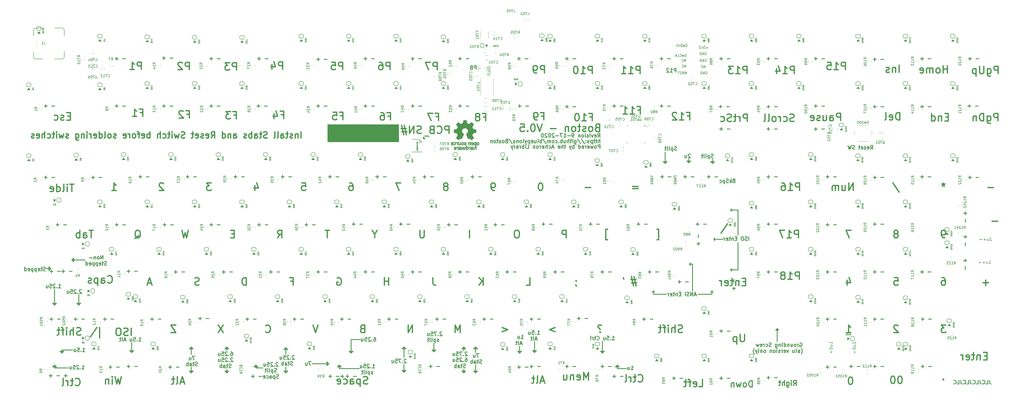
<source format=gbr>
G04 #@! TF.GenerationSoftware,KiCad,Pcbnew,(5.99.0-3379-gdb40e0c595)*
G04 #@! TF.CreationDate,2020-09-18T00:05:36-04:00*
G04 #@! TF.ProjectId,Boston-keyboard-S,426f7374-6f6e-42d6-9b65-79626f617264,rev?*
G04 #@! TF.SameCoordinates,Original*
G04 #@! TF.FileFunction,Legend,Bot*
G04 #@! TF.FilePolarity,Positive*
%FSLAX46Y46*%
G04 Gerber Fmt 4.6, Leading zero omitted, Abs format (unit mm)*
G04 Created by KiCad (PCBNEW (5.99.0-3379-gdb40e0c595)) date 2020-09-18 00:05:36*
%MOMM*%
%LPD*%
G01*
G04 APERTURE LIST*
%ADD10C,0.300000*%
%ADD11C,0.120000*%
%ADD12C,0.100000*%
%ADD13C,0.500000*%
%ADD14C,0.200000*%
%ADD15C,0.400000*%
%ADD16C,0.150000*%
%ADD17C,0.127000*%
%ADD18C,0.010000*%
G04 APERTURE END LIST*
D10*
X187500000Y-155675000D02*
X187500000Y-155425000D01*
X123250000Y-166675000D02*
X123250000Y-168925000D01*
X220000000Y-159675000D02*
X220750000Y-160425000D01*
X182750000Y-165675000D02*
X182000000Y-166425000D01*
X332500000Y-137225000D02*
X327000000Y-137225000D01*
X123250000Y-158425000D02*
X122500000Y-159175000D01*
X123250000Y-161425000D02*
X123250000Y-158425000D01*
X309000000Y-135925000D02*
X309500000Y-136425000D01*
X162000000Y-159425000D02*
X161250000Y-158675000D01*
X221500000Y-159675000D02*
X220000000Y-159675000D01*
X340000000Y-103425000D02*
X343000000Y-103425000D01*
X238250000Y-168175000D02*
X236750000Y-168175000D01*
X71250000Y-160925000D02*
X71250000Y-159925000D01*
X294500000Y-165675000D02*
X295250000Y-166425000D01*
X68250000Y-165675000D02*
X68250000Y-166925000D01*
X69000000Y-166425000D02*
X67500000Y-166425000D01*
X68250000Y-166925000D02*
X73750000Y-166925000D01*
X232000000Y-168175000D02*
X232750000Y-168925000D01*
X220750000Y-160425000D02*
X220750000Y-156925000D01*
X358800000Y-156225000D02*
X358800000Y-151025000D01*
X359400000Y-151625000D02*
X358800000Y-151025000D01*
X208750000Y-168675000D02*
X208750000Y-165425000D01*
X236750000Y-159175000D02*
X238250000Y-159175000D01*
X340000000Y-103425000D02*
X340500000Y-103925000D01*
X161250000Y-158675000D02*
X160500000Y-159425000D01*
X138250000Y-168175000D02*
X136750000Y-168175000D01*
X171750000Y-165175000D02*
X178500000Y-165175000D01*
X137500000Y-158425000D02*
X136750000Y-159175000D01*
X261250000Y-160675000D02*
X261250000Y-156425000D01*
X340500000Y-127925000D02*
X340000000Y-127425000D01*
X77250000Y-140925000D02*
X78000000Y-141675000D01*
X76000000Y-124175000D02*
X75250000Y-123425000D01*
X177750000Y-164425000D02*
X177750000Y-165925000D01*
X136750000Y-159175000D02*
X138250000Y-159175000D01*
X333750000Y-115675000D02*
X333250000Y-115175000D01*
D11*
X239400000Y-46400000D02*
G75*
G03*
X239400000Y-46400000I-200000J0D01*
G01*
D10*
X66750000Y-126925000D02*
X66000000Y-126175000D01*
X324750000Y-125175000D02*
X323500000Y-125175000D01*
X323250000Y-84425000D02*
X324000000Y-83675000D01*
X70500000Y-160175000D02*
X71250000Y-160925000D01*
X323500000Y-125175000D02*
X324000000Y-125675000D01*
X208750000Y-162675000D02*
X208750000Y-158425000D01*
X322500000Y-83675000D02*
X323250000Y-84425000D01*
X72000000Y-160175000D02*
X70500000Y-160175000D01*
X261250000Y-160675000D02*
X262000000Y-159925000D01*
X293750000Y-166425000D02*
X294500000Y-165675000D01*
D12*
G36*
X206600000Y-75925000D02*
G01*
X178000000Y-75925000D01*
X178000000Y-68925000D01*
X206600000Y-68925000D01*
X206600000Y-75925000D01*
G37*
X206600000Y-75925000D02*
X178000000Y-75925000D01*
X178000000Y-68925000D01*
X206600000Y-68925000D01*
X206600000Y-75925000D01*
D10*
X208750000Y-168675000D02*
X208000000Y-167925000D01*
X314500000Y-83925000D02*
X313000000Y-83925000D01*
X208000000Y-167925000D02*
X209500000Y-167925000D01*
X71250000Y-159925000D02*
X71250000Y-159675000D01*
X78000000Y-141675000D02*
X78750000Y-140925000D01*
X149250000Y-166925000D02*
X152000000Y-166925000D01*
X124000000Y-168175000D02*
X123250000Y-168925000D01*
X137500000Y-167425000D02*
X137500000Y-168925000D01*
X324750000Y-135925000D02*
X324750000Y-126175000D01*
X68250000Y-135425000D02*
X68250000Y-141675000D01*
D11*
X249000000Y-62400000D02*
G75*
G03*
X249000000Y-62400000I-200000J0D01*
G01*
D10*
X237500000Y-158425000D02*
X236750000Y-159175000D01*
X71250000Y-159675000D02*
X75500000Y-159675000D01*
X237500000Y-160675000D02*
X237500000Y-158425000D01*
X358200000Y-151625000D02*
X359400000Y-151625000D01*
X161250000Y-166425000D02*
X161250000Y-168925000D01*
X232750000Y-158425000D02*
X232750000Y-159925000D01*
X68250000Y-166925000D02*
X68250000Y-165675000D01*
X314200000Y-137225000D02*
X309000000Y-137225000D01*
X236750000Y-168175000D02*
X237500000Y-168925000D01*
X323500000Y-125175000D02*
X324000000Y-124675000D01*
X161250000Y-158675000D02*
X161250000Y-161425000D01*
X68250000Y-141675000D02*
X69000000Y-140925000D01*
X182750000Y-167175000D02*
X190750000Y-167175000D01*
X122500000Y-159175000D02*
X124000000Y-159175000D01*
X160500000Y-159425000D02*
X162000000Y-159425000D01*
X182000000Y-166425000D02*
X183500000Y-166425000D01*
X343000000Y-103425000D02*
X343000000Y-113425000D01*
X65000000Y-126925000D02*
X66750000Y-126925000D01*
X78750000Y-140925000D02*
X77250000Y-140925000D01*
X287750000Y-160175000D02*
X288500000Y-160925000D01*
X209500000Y-159175000D02*
X208750000Y-158425000D01*
X332750000Y-82925000D02*
X332750000Y-84675000D01*
X340000000Y-127425000D02*
X340500000Y-126925000D01*
X332500000Y-135925000D02*
X332000000Y-136425000D01*
X340000000Y-127425000D02*
X343000000Y-127425000D01*
X324750000Y-126175000D02*
X324750000Y-125175000D01*
X187500000Y-160925000D02*
X188250000Y-160175000D01*
X260500000Y-159925000D02*
X261250000Y-160675000D01*
X313750000Y-80175000D02*
X313750000Y-84675000D01*
X332500000Y-135925000D02*
X332500000Y-137225000D01*
X69000000Y-140925000D02*
X67500000Y-140925000D01*
X232750000Y-168925000D02*
X233500000Y-168175000D01*
X208750000Y-158425000D02*
X208000000Y-159175000D01*
X150000000Y-166425000D02*
X148500000Y-166425000D01*
X124000000Y-159175000D02*
X123250000Y-158425000D01*
X332000000Y-83925000D02*
X333500000Y-83925000D01*
X149250000Y-165675000D02*
X149250000Y-166925000D01*
X233500000Y-159175000D02*
X232000000Y-159175000D01*
X255250000Y-160925000D02*
X255250000Y-158175000D01*
D11*
X309000000Y-135925000D02*
X308500000Y-136425000D01*
D10*
X333500000Y-83925000D02*
X332750000Y-84675000D01*
X75250000Y-123425000D02*
X80500000Y-123425000D01*
X187500000Y-160925000D02*
X187500000Y-155675000D01*
X232000000Y-159175000D02*
X232750000Y-158425000D01*
X122500000Y-168175000D02*
X124000000Y-168175000D01*
X75250000Y-123425000D02*
X76000000Y-122675000D01*
X100000000Y-159925000D02*
X98500000Y-159925000D01*
X137500000Y-168925000D02*
X138250000Y-168175000D01*
X295250000Y-166425000D02*
X293750000Y-166425000D01*
X149250000Y-165675000D02*
X148500000Y-166425000D01*
X99250000Y-160675000D02*
X100000000Y-159925000D01*
X288500000Y-160925000D02*
X288500000Y-156175000D01*
X220750000Y-160425000D02*
X221500000Y-159675000D01*
X333250000Y-115175000D02*
X333750000Y-114675000D01*
X358800000Y-151025000D02*
X358200000Y-151625000D01*
X123250000Y-168925000D02*
X122500000Y-168175000D01*
X233500000Y-168175000D02*
X232000000Y-168175000D01*
X262000000Y-159925000D02*
X260500000Y-159925000D01*
X232750000Y-158425000D02*
X233500000Y-159175000D01*
X183500000Y-166425000D02*
X182750000Y-165675000D01*
X294500000Y-165675000D02*
X294500000Y-167175000D01*
X177750000Y-165925000D02*
X178500000Y-165175000D01*
X294500000Y-167175000D02*
X298250000Y-167175000D01*
X209500000Y-167925000D02*
X208750000Y-168675000D01*
X208000000Y-159175000D02*
X209500000Y-159175000D01*
X232750000Y-168925000D02*
X232750000Y-167425000D01*
X340500000Y-102925000D02*
X340000000Y-103425000D01*
X66000000Y-127675000D02*
X66750000Y-126925000D01*
X237500000Y-168925000D02*
X237500000Y-165675000D01*
X160500000Y-168175000D02*
X161250000Y-168925000D01*
X237500000Y-168925000D02*
X238250000Y-168175000D01*
X137500000Y-159925000D02*
X137500000Y-158425000D01*
X238250000Y-159175000D02*
X237500000Y-158425000D01*
X186750000Y-160175000D02*
X187500000Y-160925000D01*
X309000000Y-137225000D02*
X309000000Y-135925000D01*
X188250000Y-160175000D02*
X186750000Y-160175000D01*
X76000000Y-122675000D02*
X76000000Y-124175000D01*
X313750000Y-84675000D02*
X314500000Y-83925000D01*
X343000000Y-116425000D02*
X343000000Y-127425000D01*
X332500000Y-135925000D02*
X333000000Y-136425000D01*
X332750000Y-84675000D02*
X332000000Y-83925000D01*
X187500000Y-155425000D02*
X191250000Y-155425000D01*
X182750000Y-165675000D02*
X182750000Y-167175000D01*
X138250000Y-159175000D02*
X137500000Y-158425000D01*
X136750000Y-168175000D02*
X137500000Y-168925000D01*
X68250000Y-165675000D02*
X69000000Y-166425000D01*
X162000000Y-168175000D02*
X160500000Y-168175000D01*
X67500000Y-140925000D02*
X68250000Y-141675000D01*
X66000000Y-126175000D02*
X66000000Y-127675000D01*
X308500000Y-136425000D02*
X309000000Y-135925000D01*
X78000000Y-137425000D02*
X78000000Y-141675000D01*
X67500000Y-166425000D02*
X68250000Y-165675000D01*
X288500000Y-160925000D02*
X289250000Y-160175000D01*
X71250000Y-160925000D02*
X72000000Y-160175000D01*
X255250000Y-160925000D02*
X256000000Y-160175000D01*
X313000000Y-83925000D02*
X313750000Y-84675000D01*
X256000000Y-160175000D02*
X254500000Y-160175000D01*
X254500000Y-160175000D02*
X255250000Y-160925000D01*
X289250000Y-160175000D02*
X287750000Y-160175000D01*
X98500000Y-159925000D02*
X99250000Y-160675000D01*
X323250000Y-84425000D02*
X323250000Y-82925000D01*
X149250000Y-165675000D02*
X150000000Y-166425000D01*
D11*
X305100000Y-69255000D02*
X305560000Y-69695000D01*
D10*
X333250000Y-115175000D02*
X337000000Y-115175000D01*
D11*
X83955489Y-46500000D02*
G75*
G03*
X83955489Y-46500000I-230489J0D01*
G01*
D10*
X324000000Y-83675000D02*
X322500000Y-83675000D01*
X178500000Y-165175000D02*
X177750000Y-164425000D01*
X161250000Y-168925000D02*
X162000000Y-168175000D01*
X99250000Y-160675000D02*
X99250000Y-156675000D01*
X420571428Y-90032142D02*
X419428571Y-90032142D01*
X417571428Y-90032142D02*
X416428571Y-90032142D01*
X417000000Y-90603571D02*
X417000000Y-89460714D01*
X339821428Y-171032142D02*
X338678571Y-171032142D01*
X336821428Y-171032142D02*
X335678571Y-171032142D01*
X336250000Y-171603571D02*
X336250000Y-170460714D01*
X220571428Y-90032142D02*
X219428571Y-90032142D01*
X217571428Y-90032142D02*
X216428571Y-90032142D01*
X217000000Y-90603571D02*
X217000000Y-89460714D01*
X102107142Y-156103571D02*
X102964285Y-156103571D01*
X102535714Y-156103571D02*
X102535714Y-154603571D01*
X102678571Y-154817857D01*
X102821428Y-154960714D01*
X102964285Y-155032142D01*
X101464285Y-155960714D02*
X101392857Y-156032142D01*
X101464285Y-156103571D01*
X101535714Y-156032142D01*
X101464285Y-155960714D01*
X101464285Y-156103571D01*
X100035714Y-154603571D02*
X100750000Y-154603571D01*
X100821428Y-155317857D01*
X100750000Y-155246428D01*
X100607142Y-155175000D01*
X100250000Y-155175000D01*
X100107142Y-155246428D01*
X100035714Y-155317857D01*
X99964285Y-155460714D01*
X99964285Y-155817857D01*
X100035714Y-155960714D01*
X100107142Y-156032142D01*
X100250000Y-156103571D01*
X100607142Y-156103571D01*
X100750000Y-156032142D01*
X100821428Y-155960714D01*
X98678571Y-155103571D02*
X98678571Y-156103571D01*
X99321428Y-155103571D02*
X99321428Y-155889285D01*
X99250000Y-156032142D01*
X99107142Y-156103571D01*
X98892857Y-156103571D01*
X98750000Y-156032142D01*
X98678571Y-155960714D01*
X96892857Y-155675000D02*
X96178571Y-155675000D01*
X97035714Y-156103571D02*
X96535714Y-154603571D01*
X96035714Y-156103571D01*
X95321428Y-156103571D02*
X95464285Y-156032142D01*
X95535714Y-155889285D01*
X95535714Y-154603571D01*
X94964285Y-155103571D02*
X94392857Y-155103571D01*
X94750000Y-154603571D02*
X94750000Y-155889285D01*
X94678571Y-156032142D01*
X94535714Y-156103571D01*
X94392857Y-156103571D01*
X318071428Y-47928571D02*
X318071428Y-46428571D01*
X317500000Y-46428571D01*
X317357142Y-46500000D01*
X317285714Y-46571428D01*
X317214285Y-46714285D01*
X317214285Y-46928571D01*
X317285714Y-47071428D01*
X317357142Y-47142857D01*
X317500000Y-47214285D01*
X318071428Y-47214285D01*
X315785714Y-47928571D02*
X316642857Y-47928571D01*
X316214285Y-47928571D02*
X316214285Y-46428571D01*
X316357142Y-46642857D01*
X316500000Y-46785714D01*
X316642857Y-46857142D01*
X315214285Y-46571428D02*
X315142857Y-46500000D01*
X315000000Y-46428571D01*
X314642857Y-46428571D01*
X314500000Y-46500000D01*
X314428571Y-46571428D01*
X314357142Y-46714285D01*
X314357142Y-46857142D01*
X314428571Y-47071428D01*
X315285714Y-47928571D01*
X314357142Y-47928571D01*
X79571428Y-160353571D02*
X80428571Y-160353571D01*
X80000000Y-160353571D02*
X80000000Y-158853571D01*
X80142857Y-159067857D01*
X80285714Y-159210714D01*
X80428571Y-159282142D01*
X78928571Y-160210714D02*
X78857142Y-160282142D01*
X78928571Y-160353571D01*
X79000000Y-160282142D01*
X78928571Y-160210714D01*
X78928571Y-160353571D01*
X77500000Y-158853571D02*
X78214285Y-158853571D01*
X78285714Y-159567857D01*
X78214285Y-159496428D01*
X78071428Y-159425000D01*
X77714285Y-159425000D01*
X77571428Y-159496428D01*
X77500000Y-159567857D01*
X77428571Y-159710714D01*
X77428571Y-160067857D01*
X77500000Y-160210714D01*
X77571428Y-160282142D01*
X77714285Y-160353571D01*
X78071428Y-160353571D01*
X78214285Y-160282142D01*
X78285714Y-160210714D01*
X76142857Y-159353571D02*
X76142857Y-160353571D01*
X76785714Y-159353571D02*
X76785714Y-160139285D01*
X76714285Y-160282142D01*
X76571428Y-160353571D01*
X76357142Y-160353571D01*
X76214285Y-160282142D01*
X76142857Y-160210714D01*
D13*
X131293750Y-92500892D02*
X129436607Y-92500892D01*
X130436607Y-93643750D01*
X130008035Y-93643750D01*
X129722321Y-93786607D01*
X129579464Y-93929464D01*
X129436607Y-94215178D01*
X129436607Y-94929464D01*
X129579464Y-95215178D01*
X129722321Y-95358035D01*
X130008035Y-95500892D01*
X130865178Y-95500892D01*
X131150892Y-95358035D01*
X131293750Y-95215178D01*
D10*
X96821428Y-61532142D02*
X95678571Y-61532142D01*
X93821428Y-61532142D02*
X92678571Y-61532142D01*
X93250000Y-62103571D02*
X93250000Y-60960714D01*
X377821428Y-61532142D02*
X376678571Y-61532142D01*
X374821428Y-61532142D02*
X373678571Y-61532142D01*
X374250000Y-62103571D02*
X374250000Y-60960714D01*
X239821428Y-90032142D02*
X238678571Y-90032142D01*
X236821428Y-90032142D02*
X235678571Y-90032142D01*
X236250000Y-90603571D02*
X236250000Y-89460714D01*
D14*
X330011904Y-47750000D02*
X330107142Y-47702380D01*
X330250000Y-47702380D01*
X330392857Y-47750000D01*
X330488095Y-47845238D01*
X330535714Y-47940476D01*
X330583333Y-48130952D01*
X330583333Y-48273809D01*
X330535714Y-48464285D01*
X330488095Y-48559523D01*
X330392857Y-48654761D01*
X330250000Y-48702380D01*
X330154761Y-48702380D01*
X330011904Y-48654761D01*
X329964285Y-48607142D01*
X329964285Y-48273809D01*
X330154761Y-48273809D01*
X329535714Y-48702380D02*
X329535714Y-47702380D01*
X328964285Y-48702380D01*
X328964285Y-47702380D01*
X328488095Y-48702380D02*
X328488095Y-47702380D01*
X328250000Y-47702380D01*
X328107142Y-47750000D01*
X328011904Y-47845238D01*
X327964285Y-47940476D01*
X327916666Y-48130952D01*
X327916666Y-48273809D01*
X327964285Y-48464285D01*
X328011904Y-48559523D01*
X328107142Y-48654761D01*
X328250000Y-48702380D01*
X328488095Y-48702380D01*
D13*
X231306250Y-152650892D02*
X231306250Y-149650892D01*
X230306250Y-151793750D01*
X229306250Y-149650892D01*
X229306250Y-152650892D01*
D10*
X253821428Y-128282142D02*
X252678571Y-128282142D01*
X250821428Y-128282142D02*
X249678571Y-128282142D01*
X250250000Y-128853571D02*
X250250000Y-127710714D01*
X189571428Y-170282142D02*
X188428571Y-170282142D01*
X186571428Y-170282142D02*
X185428571Y-170282142D01*
X186000000Y-170853571D02*
X186000000Y-169710714D01*
D13*
X386611607Y-152650892D02*
X388325892Y-152650892D01*
X387468750Y-152650892D02*
X387468750Y-149650892D01*
X387754464Y-150079464D01*
X388040178Y-150365178D01*
X388325892Y-150508035D01*
D10*
X258571428Y-166532142D02*
X257428571Y-166532142D01*
X255571428Y-166532142D02*
X254428571Y-166532142D01*
X255000000Y-167103571D02*
X255000000Y-165960714D01*
D13*
X226828571Y-72582142D02*
X226828571Y-69582142D01*
X225685714Y-69582142D01*
X225400000Y-69725000D01*
X225257142Y-69867857D01*
X225114285Y-70153571D01*
X225114285Y-70582142D01*
X225257142Y-70867857D01*
X225400000Y-71010714D01*
X225685714Y-71153571D01*
X226828571Y-71153571D01*
X222114285Y-72296428D02*
X222257142Y-72439285D01*
X222685714Y-72582142D01*
X222971428Y-72582142D01*
X223400000Y-72439285D01*
X223685714Y-72153571D01*
X223828571Y-71867857D01*
X223971428Y-71296428D01*
X223971428Y-70867857D01*
X223828571Y-70296428D01*
X223685714Y-70010714D01*
X223400000Y-69725000D01*
X222971428Y-69582142D01*
X222685714Y-69582142D01*
X222257142Y-69725000D01*
X222114285Y-69867857D01*
X219828571Y-71010714D02*
X219400000Y-71153571D01*
X219257142Y-71296428D01*
X219114285Y-71582142D01*
X219114285Y-72010714D01*
X219257142Y-72296428D01*
X219400000Y-72439285D01*
X219685714Y-72582142D01*
X220828571Y-72582142D01*
X220828571Y-69582142D01*
X219828571Y-69582142D01*
X219542857Y-69725000D01*
X219400000Y-69867857D01*
X219257142Y-70153571D01*
X219257142Y-70439285D01*
X219400000Y-70725000D01*
X219542857Y-70867857D01*
X219828571Y-71010714D01*
X220828571Y-71010714D01*
X215685714Y-72439285D02*
X215257142Y-72582142D01*
X214542857Y-72582142D01*
X214257142Y-72439285D01*
X214114285Y-72296428D01*
X213971428Y-72010714D01*
X213971428Y-71725000D01*
X214114285Y-71439285D01*
X214257142Y-71296428D01*
X214542857Y-71153571D01*
X215114285Y-71010714D01*
X215400000Y-70867857D01*
X215542857Y-70725000D01*
X215685714Y-70439285D01*
X215685714Y-70153571D01*
X215542857Y-69867857D01*
X215400000Y-69725000D01*
X215114285Y-69582142D01*
X214400000Y-69582142D01*
X213971428Y-69725000D01*
X212685714Y-72582142D02*
X212685714Y-69582142D01*
X210971428Y-72582142D01*
X210971428Y-69582142D01*
X209685714Y-70582142D02*
X207542857Y-70582142D01*
X208828571Y-69296428D02*
X209685714Y-73153571D01*
X207828571Y-71867857D02*
X209971428Y-71867857D01*
X208685714Y-73153571D02*
X207828571Y-69296428D01*
D10*
X434392857Y-127246428D02*
X434392857Y-126103571D01*
X434392857Y-124246428D02*
X434392857Y-123103571D01*
X433821428Y-123675000D02*
X434964285Y-123675000D01*
X292071428Y-128282142D02*
X290928571Y-128282142D01*
X289071428Y-128282142D02*
X287928571Y-128282142D01*
X288500000Y-128853571D02*
X288500000Y-127710714D01*
D14*
X322035714Y-45952380D02*
X322035714Y-44952380D01*
X321464285Y-45952380D01*
X321464285Y-44952380D01*
X320416666Y-45857142D02*
X320464285Y-45904761D01*
X320607142Y-45952380D01*
X320702380Y-45952380D01*
X320845238Y-45904761D01*
X320940476Y-45809523D01*
X320988095Y-45714285D01*
X321035714Y-45523809D01*
X321035714Y-45380952D01*
X320988095Y-45190476D01*
X320940476Y-45095238D01*
X320845238Y-45000000D01*
X320702380Y-44952380D01*
X320607142Y-44952380D01*
X320464285Y-45000000D01*
X320416666Y-45047619D01*
D13*
X222089285Y-46982142D02*
X222089285Y-43982142D01*
X220946428Y-43982142D01*
X220660714Y-44125000D01*
X220517857Y-44267857D01*
X220375000Y-44553571D01*
X220375000Y-44982142D01*
X220517857Y-45267857D01*
X220660714Y-45410714D01*
X220946428Y-45553571D01*
X222089285Y-45553571D01*
X219375000Y-43982142D02*
X217375000Y-43982142D01*
X218660714Y-46982142D01*
D10*
X225571428Y-147282142D02*
X224428571Y-147282142D01*
X222571428Y-147282142D02*
X221428571Y-147282142D01*
X222000000Y-147853571D02*
X222000000Y-146710714D01*
D13*
X76110000Y-92977142D02*
X74395714Y-92977142D01*
X75252857Y-95977142D02*
X75252857Y-92977142D01*
X73395714Y-95977142D02*
X73395714Y-93977142D01*
X73395714Y-92977142D02*
X73538571Y-93120000D01*
X73395714Y-93262857D01*
X73252857Y-93120000D01*
X73395714Y-92977142D01*
X73395714Y-93262857D01*
X71538571Y-95977142D02*
X71824285Y-95834285D01*
X71967142Y-95548571D01*
X71967142Y-92977142D01*
X69110000Y-95977142D02*
X69110000Y-92977142D01*
X69110000Y-95834285D02*
X69395714Y-95977142D01*
X69967142Y-95977142D01*
X70252857Y-95834285D01*
X70395714Y-95691428D01*
X70538571Y-95405714D01*
X70538571Y-94548571D01*
X70395714Y-94262857D01*
X70252857Y-94120000D01*
X69967142Y-93977142D01*
X69395714Y-93977142D01*
X69110000Y-94120000D01*
X66538571Y-95834285D02*
X66824285Y-95977142D01*
X67395714Y-95977142D01*
X67681428Y-95834285D01*
X67824285Y-95548571D01*
X67824285Y-94405714D01*
X67681428Y-94120000D01*
X67395714Y-93977142D01*
X66824285Y-93977142D01*
X66538571Y-94120000D01*
X66395714Y-94405714D01*
X66395714Y-94691428D01*
X67824285Y-94977142D01*
X302886607Y-93929464D02*
X300600892Y-93929464D01*
X300600892Y-94786607D02*
X302886607Y-94786607D01*
D10*
X315821428Y-42532142D02*
X314678571Y-42532142D01*
X312821428Y-42532142D02*
X311678571Y-42532142D01*
X312250000Y-43103571D02*
X312250000Y-41960714D01*
D13*
X302768571Y-63190714D02*
X303768571Y-63190714D01*
X303768571Y-64762142D02*
X303768571Y-61762142D01*
X302340000Y-61762142D01*
X299625714Y-64762142D02*
X301340000Y-64762142D01*
X300482857Y-64762142D02*
X300482857Y-61762142D01*
X300768571Y-62190714D01*
X301054285Y-62476428D01*
X301340000Y-62619285D01*
X296768571Y-64762142D02*
X298482857Y-64762142D01*
X297625714Y-64762142D02*
X297625714Y-61762142D01*
X297911428Y-62190714D01*
X298197142Y-62476428D01*
X298482857Y-62619285D01*
X159390000Y-65040714D02*
X160390000Y-65040714D01*
X160390000Y-66612142D02*
X160390000Y-63612142D01*
X158961428Y-63612142D01*
X156532857Y-64612142D02*
X156532857Y-66612142D01*
X157247142Y-63469285D02*
X157961428Y-65612142D01*
X156104285Y-65612142D01*
X207493750Y-92500892D02*
X205493750Y-92500892D01*
X206779464Y-95500892D01*
D10*
X358821428Y-128282142D02*
X357678571Y-128282142D01*
X355821428Y-128282142D02*
X354678571Y-128282142D01*
X355250000Y-128853571D02*
X355250000Y-127710714D01*
X153821428Y-61532142D02*
X152678571Y-61532142D01*
X150821428Y-61532142D02*
X149678571Y-61532142D01*
X150250000Y-62103571D02*
X150250000Y-60960714D01*
X439571428Y-61532142D02*
X438428571Y-61532142D01*
X436571428Y-61532142D02*
X435428571Y-61532142D01*
X436000000Y-62103571D02*
X436000000Y-60960714D01*
X258821428Y-61532142D02*
X257678571Y-61532142D01*
X255821428Y-61532142D02*
X254678571Y-61532142D01*
X255250000Y-62103571D02*
X255250000Y-60960714D01*
X96821428Y-42532142D02*
X95678571Y-42532142D01*
X93821428Y-42532142D02*
X92678571Y-42532142D01*
X93250000Y-43103571D02*
X93250000Y-41960714D01*
D13*
X365575000Y-67639285D02*
X365146428Y-67782142D01*
X364432142Y-67782142D01*
X364146428Y-67639285D01*
X364003571Y-67496428D01*
X363860714Y-67210714D01*
X363860714Y-66925000D01*
X364003571Y-66639285D01*
X364146428Y-66496428D01*
X364432142Y-66353571D01*
X365003571Y-66210714D01*
X365289285Y-66067857D01*
X365432142Y-65925000D01*
X365575000Y-65639285D01*
X365575000Y-65353571D01*
X365432142Y-65067857D01*
X365289285Y-64925000D01*
X365003571Y-64782142D01*
X364289285Y-64782142D01*
X363860714Y-64925000D01*
X361289285Y-67639285D02*
X361575000Y-67782142D01*
X362146428Y-67782142D01*
X362432142Y-67639285D01*
X362575000Y-67496428D01*
X362717857Y-67210714D01*
X362717857Y-66353571D01*
X362575000Y-66067857D01*
X362432142Y-65925000D01*
X362146428Y-65782142D01*
X361575000Y-65782142D01*
X361289285Y-65925000D01*
X360003571Y-67782142D02*
X360003571Y-65782142D01*
X360003571Y-66353571D02*
X359860714Y-66067857D01*
X359717857Y-65925000D01*
X359432142Y-65782142D01*
X359146428Y-65782142D01*
X357717857Y-67782142D02*
X358003571Y-67639285D01*
X358146428Y-67496428D01*
X358289285Y-67210714D01*
X358289285Y-66353571D01*
X358146428Y-66067857D01*
X358003571Y-65925000D01*
X357717857Y-65782142D01*
X357289285Y-65782142D01*
X357003571Y-65925000D01*
X356860714Y-66067857D01*
X356717857Y-66353571D01*
X356717857Y-67210714D01*
X356860714Y-67496428D01*
X357003571Y-67639285D01*
X357289285Y-67782142D01*
X357717857Y-67782142D01*
X355003571Y-67782142D02*
X355289285Y-67639285D01*
X355432142Y-67353571D01*
X355432142Y-64782142D01*
X353432142Y-67782142D02*
X353717857Y-67639285D01*
X353860714Y-67353571D01*
X353860714Y-64782142D01*
D10*
X79285714Y-167353571D02*
X80142857Y-167353571D01*
X79714285Y-167353571D02*
X79714285Y-165853571D01*
X79857142Y-166067857D01*
X80000000Y-166210714D01*
X80142857Y-166282142D01*
X78642857Y-167210714D02*
X78571428Y-167282142D01*
X78642857Y-167353571D01*
X78714285Y-167282142D01*
X78642857Y-167210714D01*
X78642857Y-167353571D01*
X78000000Y-165996428D02*
X77928571Y-165925000D01*
X77785714Y-165853571D01*
X77428571Y-165853571D01*
X77285714Y-165925000D01*
X77214285Y-165996428D01*
X77142857Y-166139285D01*
X77142857Y-166282142D01*
X77214285Y-166496428D01*
X78071428Y-167353571D01*
X77142857Y-167353571D01*
X75785714Y-165853571D02*
X76500000Y-165853571D01*
X76571428Y-166567857D01*
X76500000Y-166496428D01*
X76357142Y-166425000D01*
X76000000Y-166425000D01*
X75857142Y-166496428D01*
X75785714Y-166567857D01*
X75714285Y-166710714D01*
X75714285Y-167067857D01*
X75785714Y-167210714D01*
X75857142Y-167282142D01*
X76000000Y-167353571D01*
X76357142Y-167353571D01*
X76500000Y-167282142D01*
X76571428Y-167210714D01*
X74428571Y-166353571D02*
X74428571Y-167353571D01*
X75071428Y-166353571D02*
X75071428Y-167139285D01*
X75000000Y-167282142D01*
X74857142Y-167353571D01*
X74642857Y-167353571D01*
X74500000Y-167282142D01*
X74428571Y-167210714D01*
D13*
X389301785Y-95500892D02*
X389301785Y-92500892D01*
X387587500Y-95500892D01*
X387587500Y-92500892D01*
X384873214Y-93500892D02*
X384873214Y-95500892D01*
X386158928Y-93500892D02*
X386158928Y-95072321D01*
X386016071Y-95358035D01*
X385730357Y-95500892D01*
X385301785Y-95500892D01*
X385016071Y-95358035D01*
X384873214Y-95215178D01*
X383444642Y-95500892D02*
X383444642Y-93500892D01*
X383444642Y-93786607D02*
X383301785Y-93643750D01*
X383016071Y-93500892D01*
X382587500Y-93500892D01*
X382301785Y-93643750D01*
X382158928Y-93929464D01*
X382158928Y-95500892D01*
X382158928Y-93929464D02*
X382016071Y-93643750D01*
X381730357Y-93500892D01*
X381301785Y-93500892D01*
X381016071Y-93643750D01*
X380873214Y-93929464D01*
X380873214Y-95500892D01*
D10*
X158142857Y-164831428D02*
X158071428Y-164760000D01*
X157928571Y-164688571D01*
X157571428Y-164688571D01*
X157428571Y-164760000D01*
X157357142Y-164831428D01*
X157285714Y-164974285D01*
X157285714Y-165117142D01*
X157357142Y-165331428D01*
X158214285Y-166188571D01*
X157285714Y-166188571D01*
X156642857Y-166045714D02*
X156571428Y-166117142D01*
X156642857Y-166188571D01*
X156714285Y-166117142D01*
X156642857Y-166045714D01*
X156642857Y-166188571D01*
X156000000Y-164831428D02*
X155928571Y-164760000D01*
X155785714Y-164688571D01*
X155428571Y-164688571D01*
X155285714Y-164760000D01*
X155214285Y-164831428D01*
X155142857Y-164974285D01*
X155142857Y-165117142D01*
X155214285Y-165331428D01*
X156071428Y-166188571D01*
X155142857Y-166188571D01*
X153785714Y-164688571D02*
X154500000Y-164688571D01*
X154571428Y-165402857D01*
X154500000Y-165331428D01*
X154357142Y-165260000D01*
X154000000Y-165260000D01*
X153857142Y-165331428D01*
X153785714Y-165402857D01*
X153714285Y-165545714D01*
X153714285Y-165902857D01*
X153785714Y-166045714D01*
X153857142Y-166117142D01*
X154000000Y-166188571D01*
X154357142Y-166188571D01*
X154500000Y-166117142D01*
X154571428Y-166045714D01*
X152428571Y-165188571D02*
X152428571Y-166188571D01*
X153071428Y-165188571D02*
X153071428Y-165974285D01*
X153000000Y-166117142D01*
X152857142Y-166188571D01*
X152642857Y-166188571D01*
X152500000Y-166117142D01*
X152428571Y-166045714D01*
X157535714Y-168532142D02*
X157321428Y-168603571D01*
X156964285Y-168603571D01*
X156821428Y-168532142D01*
X156750000Y-168460714D01*
X156678571Y-168317857D01*
X156678571Y-168175000D01*
X156750000Y-168032142D01*
X156821428Y-167960714D01*
X156964285Y-167889285D01*
X157250000Y-167817857D01*
X157392857Y-167746428D01*
X157464285Y-167675000D01*
X157535714Y-167532142D01*
X157535714Y-167389285D01*
X157464285Y-167246428D01*
X157392857Y-167175000D01*
X157250000Y-167103571D01*
X156892857Y-167103571D01*
X156678571Y-167175000D01*
X156035714Y-167603571D02*
X156035714Y-169103571D01*
X156035714Y-167675000D02*
X155892857Y-167603571D01*
X155607142Y-167603571D01*
X155464285Y-167675000D01*
X155392857Y-167746428D01*
X155321428Y-167889285D01*
X155321428Y-168317857D01*
X155392857Y-168460714D01*
X155464285Y-168532142D01*
X155607142Y-168603571D01*
X155892857Y-168603571D01*
X156035714Y-168532142D01*
X154464285Y-168603571D02*
X154607142Y-168532142D01*
X154678571Y-168389285D01*
X154678571Y-167103571D01*
X153892857Y-168603571D02*
X153892857Y-167603571D01*
X153892857Y-167103571D02*
X153964285Y-167175000D01*
X153892857Y-167246428D01*
X153821428Y-167175000D01*
X153892857Y-167103571D01*
X153892857Y-167246428D01*
X153392857Y-167603571D02*
X152821428Y-167603571D01*
X153178571Y-167103571D02*
X153178571Y-168389285D01*
X153107142Y-168532142D01*
X152964285Y-168603571D01*
X152821428Y-168603571D01*
X158321428Y-170947142D02*
X158107142Y-171018571D01*
X157750000Y-171018571D01*
X157607142Y-170947142D01*
X157535714Y-170875714D01*
X157464285Y-170732857D01*
X157464285Y-170590000D01*
X157535714Y-170447142D01*
X157607142Y-170375714D01*
X157750000Y-170304285D01*
X158035714Y-170232857D01*
X158178571Y-170161428D01*
X158250000Y-170090000D01*
X158321428Y-169947142D01*
X158321428Y-169804285D01*
X158250000Y-169661428D01*
X158178571Y-169590000D01*
X158035714Y-169518571D01*
X157678571Y-169518571D01*
X157464285Y-169590000D01*
X156821428Y-170018571D02*
X156821428Y-171518571D01*
X156821428Y-170090000D02*
X156678571Y-170018571D01*
X156392857Y-170018571D01*
X156250000Y-170090000D01*
X156178571Y-170161428D01*
X156107142Y-170304285D01*
X156107142Y-170732857D01*
X156178571Y-170875714D01*
X156250000Y-170947142D01*
X156392857Y-171018571D01*
X156678571Y-171018571D01*
X156821428Y-170947142D01*
X154821428Y-171018571D02*
X154821428Y-170232857D01*
X154892857Y-170090000D01*
X155035714Y-170018571D01*
X155321428Y-170018571D01*
X155464285Y-170090000D01*
X154821428Y-170947142D02*
X154964285Y-171018571D01*
X155321428Y-171018571D01*
X155464285Y-170947142D01*
X155535714Y-170804285D01*
X155535714Y-170661428D01*
X155464285Y-170518571D01*
X155321428Y-170447142D01*
X154964285Y-170447142D01*
X154821428Y-170375714D01*
X153464285Y-170947142D02*
X153607142Y-171018571D01*
X153892857Y-171018571D01*
X154035714Y-170947142D01*
X154107142Y-170875714D01*
X154178571Y-170732857D01*
X154178571Y-170304285D01*
X154107142Y-170161428D01*
X154035714Y-170090000D01*
X153892857Y-170018571D01*
X153607142Y-170018571D01*
X153464285Y-170090000D01*
X152250000Y-170947142D02*
X152392857Y-171018571D01*
X152678571Y-171018571D01*
X152821428Y-170947142D01*
X152892857Y-170804285D01*
X152892857Y-170232857D01*
X152821428Y-170090000D01*
X152678571Y-170018571D01*
X152392857Y-170018571D01*
X152250000Y-170090000D01*
X152178571Y-170232857D01*
X152178571Y-170375714D01*
X152892857Y-170518571D01*
D13*
X153177678Y-152365178D02*
X153320535Y-152508035D01*
X153749107Y-152650892D01*
X154034821Y-152650892D01*
X154463392Y-152508035D01*
X154749107Y-152222321D01*
X154891964Y-151936607D01*
X155034821Y-151365178D01*
X155034821Y-150936607D01*
X154891964Y-150365178D01*
X154749107Y-150079464D01*
X154463392Y-149793750D01*
X154034821Y-149650892D01*
X153749107Y-149650892D01*
X153320535Y-149793750D01*
X153177678Y-149936607D01*
D10*
X196821428Y-42532142D02*
X195678571Y-42532142D01*
X193821428Y-42532142D02*
X192678571Y-42532142D01*
X193250000Y-43103571D02*
X193250000Y-41960714D01*
X401571428Y-109032142D02*
X400428571Y-109032142D01*
X398571428Y-109032142D02*
X397428571Y-109032142D01*
X398000000Y-109603571D02*
X398000000Y-108460714D01*
X134821428Y-61532142D02*
X133678571Y-61532142D01*
X131821428Y-61532142D02*
X130678571Y-61532142D01*
X131250000Y-62103571D02*
X131250000Y-60960714D01*
D13*
X405233035Y-92358035D02*
X407804464Y-96215178D01*
D10*
X296821428Y-42532142D02*
X295678571Y-42532142D01*
X293821428Y-42532142D02*
X292678571Y-42532142D01*
X293250000Y-43103571D02*
X293250000Y-41960714D01*
X196678571Y-154603571D02*
X196964285Y-154603571D01*
X197107142Y-154675000D01*
X197178571Y-154746428D01*
X197321428Y-154960714D01*
X197392857Y-155246428D01*
X197392857Y-155817857D01*
X197321428Y-155960714D01*
X197250000Y-156032142D01*
X197107142Y-156103571D01*
X196821428Y-156103571D01*
X196678571Y-156032142D01*
X196607142Y-155960714D01*
X196535714Y-155817857D01*
X196535714Y-155460714D01*
X196607142Y-155317857D01*
X196678571Y-155246428D01*
X196821428Y-155175000D01*
X197107142Y-155175000D01*
X197250000Y-155246428D01*
X197321428Y-155317857D01*
X197392857Y-155460714D01*
X195892857Y-155960714D02*
X195821428Y-156032142D01*
X195892857Y-156103571D01*
X195964285Y-156032142D01*
X195892857Y-155960714D01*
X195892857Y-156103571D01*
X195250000Y-154746428D02*
X195178571Y-154675000D01*
X195035714Y-154603571D01*
X194678571Y-154603571D01*
X194535714Y-154675000D01*
X194464285Y-154746428D01*
X194392857Y-154889285D01*
X194392857Y-155032142D01*
X194464285Y-155246428D01*
X195321428Y-156103571D01*
X194392857Y-156103571D01*
X193035714Y-154603571D02*
X193750000Y-154603571D01*
X193821428Y-155317857D01*
X193750000Y-155246428D01*
X193607142Y-155175000D01*
X193250000Y-155175000D01*
X193107142Y-155246428D01*
X193035714Y-155317857D01*
X192964285Y-155460714D01*
X192964285Y-155817857D01*
X193035714Y-155960714D01*
X193107142Y-156032142D01*
X193250000Y-156103571D01*
X193607142Y-156103571D01*
X193750000Y-156032142D01*
X193821428Y-155960714D01*
X191678571Y-155103571D02*
X191678571Y-156103571D01*
X192321428Y-155103571D02*
X192321428Y-155889285D01*
X192250000Y-156032142D01*
X192107142Y-156103571D01*
X191892857Y-156103571D01*
X191750000Y-156032142D01*
X191678571Y-155960714D01*
D13*
X388468750Y-111550892D02*
X386468750Y-111550892D01*
X387754464Y-114550892D01*
D10*
X263571428Y-147282142D02*
X262428571Y-147282142D01*
X260571428Y-147282142D02*
X259428571Y-147282142D01*
X260000000Y-147853571D02*
X260000000Y-146710714D01*
X101571428Y-128032142D02*
X100428571Y-128032142D01*
X98571428Y-128032142D02*
X97428571Y-128032142D01*
X98000000Y-128603571D02*
X98000000Y-127460714D01*
X325321428Y-90032142D02*
X324178571Y-90032142D01*
X322321428Y-90032142D02*
X321178571Y-90032142D01*
X321750000Y-90603571D02*
X321750000Y-89460714D01*
X68321428Y-61532142D02*
X67178571Y-61532142D01*
X65321428Y-61532142D02*
X64178571Y-61532142D01*
X64750000Y-62103571D02*
X64750000Y-60960714D01*
X382571428Y-109282142D02*
X381428571Y-109282142D01*
X379571428Y-109282142D02*
X378428571Y-109282142D01*
X379000000Y-109853571D02*
X379000000Y-108710714D01*
X287571428Y-78603571D02*
X287571428Y-77103571D01*
X287000000Y-77103571D01*
X286857142Y-77175000D01*
X286785714Y-77246428D01*
X286714285Y-77389285D01*
X286714285Y-77603571D01*
X286785714Y-77746428D01*
X286857142Y-77817857D01*
X287000000Y-77889285D01*
X287571428Y-77889285D01*
X285857142Y-78603571D02*
X286000000Y-78532142D01*
X286071428Y-78460714D01*
X286142857Y-78317857D01*
X286142857Y-77889285D01*
X286071428Y-77746428D01*
X286000000Y-77675000D01*
X285857142Y-77603571D01*
X285642857Y-77603571D01*
X285500000Y-77675000D01*
X285428571Y-77746428D01*
X285357142Y-77889285D01*
X285357142Y-78317857D01*
X285428571Y-78460714D01*
X285500000Y-78532142D01*
X285642857Y-78603571D01*
X285857142Y-78603571D01*
X284857142Y-77603571D02*
X284571428Y-78603571D01*
X284285714Y-77889285D01*
X284000000Y-78603571D01*
X283714285Y-77603571D01*
X282571428Y-78532142D02*
X282714285Y-78603571D01*
X283000000Y-78603571D01*
X283142857Y-78532142D01*
X283214285Y-78389285D01*
X283214285Y-77817857D01*
X283142857Y-77675000D01*
X283000000Y-77603571D01*
X282714285Y-77603571D01*
X282571428Y-77675000D01*
X282500000Y-77817857D01*
X282500000Y-77960714D01*
X283214285Y-78103571D01*
X281857142Y-78603571D02*
X281857142Y-77603571D01*
X281857142Y-77889285D02*
X281785714Y-77746428D01*
X281714285Y-77675000D01*
X281571428Y-77603571D01*
X281428571Y-77603571D01*
X280357142Y-78532142D02*
X280500000Y-78603571D01*
X280785714Y-78603571D01*
X280928571Y-78532142D01*
X281000000Y-78389285D01*
X281000000Y-77817857D01*
X280928571Y-77675000D01*
X280785714Y-77603571D01*
X280500000Y-77603571D01*
X280357142Y-77675000D01*
X280285714Y-77817857D01*
X280285714Y-77960714D01*
X281000000Y-78103571D01*
X279000000Y-78603571D02*
X279000000Y-77103571D01*
X279000000Y-78532142D02*
X279142857Y-78603571D01*
X279428571Y-78603571D01*
X279571428Y-78532142D01*
X279642857Y-78460714D01*
X279714285Y-78317857D01*
X279714285Y-77889285D01*
X279642857Y-77746428D01*
X279571428Y-77675000D01*
X279428571Y-77603571D01*
X279142857Y-77603571D01*
X279000000Y-77675000D01*
X277142857Y-78603571D02*
X277142857Y-77103571D01*
X277142857Y-77675000D02*
X277000000Y-77603571D01*
X276714285Y-77603571D01*
X276571428Y-77675000D01*
X276500000Y-77746428D01*
X276428571Y-77889285D01*
X276428571Y-78317857D01*
X276500000Y-78460714D01*
X276571428Y-78532142D01*
X276714285Y-78603571D01*
X277000000Y-78603571D01*
X277142857Y-78532142D01*
X275928571Y-77603571D02*
X275571428Y-78603571D01*
X275214285Y-77603571D02*
X275571428Y-78603571D01*
X275714285Y-78960714D01*
X275785714Y-79032142D01*
X275928571Y-79103571D01*
X273714285Y-77603571D02*
X273142857Y-77603571D01*
X273500000Y-77103571D02*
X273500000Y-78389285D01*
X273428571Y-78532142D01*
X273285714Y-78603571D01*
X273142857Y-78603571D01*
X272642857Y-78603571D02*
X272642857Y-77103571D01*
X272000000Y-78603571D02*
X272000000Y-77817857D01*
X272071428Y-77675000D01*
X272214285Y-77603571D01*
X272428571Y-77603571D01*
X272571428Y-77675000D01*
X272642857Y-77746428D01*
X270714285Y-78532142D02*
X270857142Y-78603571D01*
X271142857Y-78603571D01*
X271285714Y-78532142D01*
X271357142Y-78389285D01*
X271357142Y-77817857D01*
X271285714Y-77675000D01*
X271142857Y-77603571D01*
X270857142Y-77603571D01*
X270714285Y-77675000D01*
X270642857Y-77817857D01*
X270642857Y-77960714D01*
X271357142Y-78103571D01*
X268928571Y-78175000D02*
X268214285Y-78175000D01*
X269071428Y-78603571D02*
X268571428Y-77103571D01*
X268071428Y-78603571D01*
X266928571Y-78532142D02*
X267071428Y-78603571D01*
X267357142Y-78603571D01*
X267500000Y-78532142D01*
X267571428Y-78460714D01*
X267642857Y-78317857D01*
X267642857Y-77889285D01*
X267571428Y-77746428D01*
X267500000Y-77675000D01*
X267357142Y-77603571D01*
X267071428Y-77603571D01*
X266928571Y-77675000D01*
X266285714Y-78603571D02*
X266285714Y-77103571D01*
X265642857Y-78603571D02*
X265642857Y-77817857D01*
X265714285Y-77675000D01*
X265857142Y-77603571D01*
X266071428Y-77603571D01*
X266214285Y-77675000D01*
X266285714Y-77746428D01*
X264357142Y-78532142D02*
X264500000Y-78603571D01*
X264785714Y-78603571D01*
X264928571Y-78532142D01*
X265000000Y-78389285D01*
X265000000Y-77817857D01*
X264928571Y-77675000D01*
X264785714Y-77603571D01*
X264500000Y-77603571D01*
X264357142Y-77675000D01*
X264285714Y-77817857D01*
X264285714Y-77960714D01*
X265000000Y-78103571D01*
X263642857Y-78603571D02*
X263642857Y-77603571D01*
X263642857Y-77889285D02*
X263571428Y-77746428D01*
X263500000Y-77675000D01*
X263357142Y-77603571D01*
X263214285Y-77603571D01*
X262500000Y-78603571D02*
X262642857Y-78532142D01*
X262714285Y-78460714D01*
X262785714Y-78317857D01*
X262785714Y-77889285D01*
X262714285Y-77746428D01*
X262642857Y-77675000D01*
X262500000Y-77603571D01*
X262285714Y-77603571D01*
X262142857Y-77675000D01*
X262071428Y-77746428D01*
X262000000Y-77889285D01*
X262000000Y-78317857D01*
X262071428Y-78460714D01*
X262142857Y-78532142D01*
X262285714Y-78603571D01*
X262500000Y-78603571D01*
X261357142Y-77603571D02*
X261357142Y-78603571D01*
X261357142Y-77746428D02*
X261285714Y-77675000D01*
X261142857Y-77603571D01*
X260928571Y-77603571D01*
X260785714Y-77675000D01*
X260714285Y-77817857D01*
X260714285Y-78603571D01*
X258142857Y-78603571D02*
X258857142Y-78603571D01*
X258857142Y-77103571D01*
X257642857Y-78603571D02*
X257642857Y-77603571D01*
X257642857Y-77103571D02*
X257714285Y-77175000D01*
X257642857Y-77246428D01*
X257571428Y-77175000D01*
X257642857Y-77103571D01*
X257642857Y-77246428D01*
X256928571Y-78603571D02*
X256928571Y-77103571D01*
X256928571Y-77675000D02*
X256785714Y-77603571D01*
X256500000Y-77603571D01*
X256357142Y-77675000D01*
X256285714Y-77746428D01*
X256214285Y-77889285D01*
X256214285Y-78317857D01*
X256285714Y-78460714D01*
X256357142Y-78532142D01*
X256500000Y-78603571D01*
X256785714Y-78603571D01*
X256928571Y-78532142D01*
X255571428Y-78603571D02*
X255571428Y-77603571D01*
X255571428Y-77889285D02*
X255500000Y-77746428D01*
X255428571Y-77675000D01*
X255285714Y-77603571D01*
X255142857Y-77603571D01*
X254000000Y-78603571D02*
X254000000Y-77817857D01*
X254071428Y-77675000D01*
X254214285Y-77603571D01*
X254500000Y-77603571D01*
X254642857Y-77675000D01*
X254000000Y-78532142D02*
X254142857Y-78603571D01*
X254500000Y-78603571D01*
X254642857Y-78532142D01*
X254714285Y-78389285D01*
X254714285Y-78246428D01*
X254642857Y-78103571D01*
X254500000Y-78032142D01*
X254142857Y-78032142D01*
X254000000Y-77960714D01*
X253285714Y-78603571D02*
X253285714Y-77603571D01*
X253285714Y-77889285D02*
X253214285Y-77746428D01*
X253142857Y-77675000D01*
X253000000Y-77603571D01*
X252857142Y-77603571D01*
X252500000Y-77603571D02*
X252142857Y-78603571D01*
X251785714Y-77603571D02*
X252142857Y-78603571D01*
X252285714Y-78960714D01*
X252357142Y-79032142D01*
X252500000Y-79103571D01*
X118321428Y-166532142D02*
X117178571Y-166532142D01*
X115321428Y-166532142D02*
X114178571Y-166532142D01*
X114750000Y-167103571D02*
X114750000Y-165960714D01*
D13*
X167679464Y-92500892D02*
X169108035Y-92500892D01*
X169250892Y-93929464D01*
X169108035Y-93786607D01*
X168822321Y-93643750D01*
X168108035Y-93643750D01*
X167822321Y-93786607D01*
X167679464Y-93929464D01*
X167536607Y-94215178D01*
X167536607Y-94929464D01*
X167679464Y-95215178D01*
X167822321Y-95358035D01*
X168108035Y-95500892D01*
X168822321Y-95500892D01*
X169108035Y-95358035D01*
X169250892Y-95215178D01*
D10*
X238928571Y-161146071D02*
X237928571Y-161146071D01*
X238571428Y-162646071D01*
X236714285Y-161646071D02*
X236714285Y-162646071D01*
X237357142Y-161646071D02*
X237357142Y-162431785D01*
X237285714Y-162574642D01*
X237142857Y-162646071D01*
X236928571Y-162646071D01*
X236785714Y-162574642D01*
X236714285Y-162503214D01*
X239964285Y-164989642D02*
X239750000Y-165061071D01*
X239392857Y-165061071D01*
X239250000Y-164989642D01*
X239178571Y-164918214D01*
X239107142Y-164775357D01*
X239107142Y-164632500D01*
X239178571Y-164489642D01*
X239250000Y-164418214D01*
X239392857Y-164346785D01*
X239678571Y-164275357D01*
X239821428Y-164203928D01*
X239892857Y-164132500D01*
X239964285Y-163989642D01*
X239964285Y-163846785D01*
X239892857Y-163703928D01*
X239821428Y-163632500D01*
X239678571Y-163561071D01*
X239321428Y-163561071D01*
X239107142Y-163632500D01*
X238678571Y-164061071D02*
X238107142Y-164061071D01*
X238464285Y-163561071D02*
X238464285Y-164846785D01*
X238392857Y-164989642D01*
X238250000Y-165061071D01*
X238107142Y-165061071D01*
X236964285Y-165061071D02*
X236964285Y-164275357D01*
X237035714Y-164132500D01*
X237178571Y-164061071D01*
X237464285Y-164061071D01*
X237607142Y-164132500D01*
X236964285Y-164989642D02*
X237107142Y-165061071D01*
X237464285Y-165061071D01*
X237607142Y-164989642D01*
X237678571Y-164846785D01*
X237678571Y-164703928D01*
X237607142Y-164561071D01*
X237464285Y-164489642D01*
X237107142Y-164489642D01*
X236964285Y-164418214D01*
X236250000Y-165061071D02*
X236250000Y-163561071D01*
X236250000Y-164132500D02*
X236107142Y-164061071D01*
X235821428Y-164061071D01*
X235678571Y-164132500D01*
X235607142Y-164203928D01*
X235535714Y-164346785D01*
X235535714Y-164775357D01*
X235607142Y-164918214D01*
X235678571Y-164989642D01*
X235821428Y-165061071D01*
X236107142Y-165061071D01*
X236250000Y-164989642D01*
D13*
X99114285Y-153857142D02*
X99114285Y-150857142D01*
X97828571Y-153714285D02*
X97400000Y-153857142D01*
X96685714Y-153857142D01*
X96400000Y-153714285D01*
X96257142Y-153571428D01*
X96114285Y-153285714D01*
X96114285Y-153000000D01*
X96257142Y-152714285D01*
X96400000Y-152571428D01*
X96685714Y-152428571D01*
X97257142Y-152285714D01*
X97542857Y-152142857D01*
X97685714Y-152000000D01*
X97828571Y-151714285D01*
X97828571Y-151428571D01*
X97685714Y-151142857D01*
X97542857Y-151000000D01*
X97257142Y-150857142D01*
X96542857Y-150857142D01*
X96114285Y-151000000D01*
X94257142Y-150857142D02*
X93685714Y-150857142D01*
X93400000Y-151000000D01*
X93114285Y-151285714D01*
X92971428Y-151857142D01*
X92971428Y-152857142D01*
X93114285Y-153428571D01*
X93400000Y-153714285D01*
X93685714Y-153857142D01*
X94257142Y-153857142D01*
X94542857Y-153714285D01*
X94828571Y-153428571D01*
X94971428Y-152857142D01*
X94971428Y-151857142D01*
X94828571Y-151285714D01*
X94542857Y-151000000D01*
X94257142Y-150857142D01*
X86400000Y-154857142D02*
X86400000Y-150571428D01*
X85257142Y-150571428D02*
X82685714Y-154428571D01*
D10*
X339821428Y-70782142D02*
X338678571Y-70782142D01*
X336821428Y-70782142D02*
X335678571Y-70782142D01*
X336250000Y-71353571D02*
X336250000Y-70210714D01*
X347354285Y-115613571D02*
X347354285Y-114113571D01*
X346711428Y-115542142D02*
X346497142Y-115613571D01*
X346140000Y-115613571D01*
X345997142Y-115542142D01*
X345925714Y-115470714D01*
X345854285Y-115327857D01*
X345854285Y-115185000D01*
X345925714Y-115042142D01*
X345997142Y-114970714D01*
X346140000Y-114899285D01*
X346425714Y-114827857D01*
X346568571Y-114756428D01*
X346640000Y-114685000D01*
X346711428Y-114542142D01*
X346711428Y-114399285D01*
X346640000Y-114256428D01*
X346568571Y-114185000D01*
X346425714Y-114113571D01*
X346068571Y-114113571D01*
X345854285Y-114185000D01*
X344925714Y-114113571D02*
X344640000Y-114113571D01*
X344497142Y-114185000D01*
X344354285Y-114327857D01*
X344282857Y-114613571D01*
X344282857Y-115113571D01*
X344354285Y-115399285D01*
X344497142Y-115542142D01*
X344640000Y-115613571D01*
X344925714Y-115613571D01*
X345068571Y-115542142D01*
X345211428Y-115399285D01*
X345282857Y-115113571D01*
X345282857Y-114613571D01*
X345211428Y-114327857D01*
X345068571Y-114185000D01*
X344925714Y-114113571D01*
X342497142Y-114827857D02*
X341997142Y-114827857D01*
X341782857Y-115613571D02*
X342497142Y-115613571D01*
X342497142Y-114113571D01*
X341782857Y-114113571D01*
X341140000Y-114613571D02*
X341140000Y-115613571D01*
X341140000Y-114756428D02*
X341068571Y-114685000D01*
X340925714Y-114613571D01*
X340711428Y-114613571D01*
X340568571Y-114685000D01*
X340497142Y-114827857D01*
X340497142Y-115613571D01*
X339997142Y-114613571D02*
X339425714Y-114613571D01*
X339782857Y-114113571D02*
X339782857Y-115399285D01*
X339711428Y-115542142D01*
X339568571Y-115613571D01*
X339425714Y-115613571D01*
X338354285Y-115542142D02*
X338497142Y-115613571D01*
X338782857Y-115613571D01*
X338925714Y-115542142D01*
X338997142Y-115399285D01*
X338997142Y-114827857D01*
X338925714Y-114685000D01*
X338782857Y-114613571D01*
X338497142Y-114613571D01*
X338354285Y-114685000D01*
X338282857Y-114827857D01*
X338282857Y-114970714D01*
X338997142Y-115113571D01*
X337640000Y-115613571D02*
X337640000Y-114613571D01*
X337640000Y-114899285D02*
X337568571Y-114756428D01*
X337497142Y-114685000D01*
X337354285Y-114613571D01*
X337211428Y-114613571D01*
X234142857Y-160581428D02*
X234071428Y-160510000D01*
X233928571Y-160438571D01*
X233571428Y-160438571D01*
X233428571Y-160510000D01*
X233357142Y-160581428D01*
X233285714Y-160724285D01*
X233285714Y-160867142D01*
X233357142Y-161081428D01*
X234214285Y-161938571D01*
X233285714Y-161938571D01*
X232642857Y-161795714D02*
X232571428Y-161867142D01*
X232642857Y-161938571D01*
X232714285Y-161867142D01*
X232642857Y-161795714D01*
X232642857Y-161938571D01*
X232071428Y-160438571D02*
X231071428Y-160438571D01*
X231714285Y-161938571D01*
X229785714Y-160438571D02*
X230500000Y-160438571D01*
X230571428Y-161152857D01*
X230500000Y-161081428D01*
X230357142Y-161010000D01*
X230000000Y-161010000D01*
X229857142Y-161081428D01*
X229785714Y-161152857D01*
X229714285Y-161295714D01*
X229714285Y-161652857D01*
X229785714Y-161795714D01*
X229857142Y-161867142D01*
X230000000Y-161938571D01*
X230357142Y-161938571D01*
X230500000Y-161867142D01*
X230571428Y-161795714D01*
X228428571Y-160938571D02*
X228428571Y-161938571D01*
X229071428Y-160938571D02*
X229071428Y-161724285D01*
X229000000Y-161867142D01*
X228857142Y-161938571D01*
X228642857Y-161938571D01*
X228500000Y-161867142D01*
X228428571Y-161795714D01*
X233428571Y-162853571D02*
X233714285Y-162853571D01*
X233857142Y-162925000D01*
X233928571Y-162996428D01*
X234071428Y-163210714D01*
X234142857Y-163496428D01*
X234142857Y-164067857D01*
X234071428Y-164210714D01*
X234000000Y-164282142D01*
X233857142Y-164353571D01*
X233571428Y-164353571D01*
X233428571Y-164282142D01*
X233357142Y-164210714D01*
X233285714Y-164067857D01*
X233285714Y-163710714D01*
X233357142Y-163567857D01*
X233428571Y-163496428D01*
X233571428Y-163425000D01*
X233857142Y-163425000D01*
X234000000Y-163496428D01*
X234071428Y-163567857D01*
X234142857Y-163710714D01*
X232642857Y-164210714D02*
X232571428Y-164282142D01*
X232642857Y-164353571D01*
X232714285Y-164282142D01*
X232642857Y-164210714D01*
X232642857Y-164353571D01*
X232000000Y-162996428D02*
X231928571Y-162925000D01*
X231785714Y-162853571D01*
X231428571Y-162853571D01*
X231285714Y-162925000D01*
X231214285Y-162996428D01*
X231142857Y-163139285D01*
X231142857Y-163282142D01*
X231214285Y-163496428D01*
X232071428Y-164353571D01*
X231142857Y-164353571D01*
X229785714Y-162853571D02*
X230500000Y-162853571D01*
X230571428Y-163567857D01*
X230500000Y-163496428D01*
X230357142Y-163425000D01*
X230000000Y-163425000D01*
X229857142Y-163496428D01*
X229785714Y-163567857D01*
X229714285Y-163710714D01*
X229714285Y-164067857D01*
X229785714Y-164210714D01*
X229857142Y-164282142D01*
X230000000Y-164353571D01*
X230357142Y-164353571D01*
X230500000Y-164282142D01*
X230571428Y-164210714D01*
X228428571Y-163353571D02*
X228428571Y-164353571D01*
X229071428Y-163353571D02*
X229071428Y-164139285D01*
X229000000Y-164282142D01*
X228857142Y-164353571D01*
X228642857Y-164353571D01*
X228500000Y-164282142D01*
X228428571Y-164210714D01*
X233464285Y-166697142D02*
X233250000Y-166768571D01*
X232892857Y-166768571D01*
X232750000Y-166697142D01*
X232678571Y-166625714D01*
X232607142Y-166482857D01*
X232607142Y-166340000D01*
X232678571Y-166197142D01*
X232750000Y-166125714D01*
X232892857Y-166054285D01*
X233178571Y-165982857D01*
X233321428Y-165911428D01*
X233392857Y-165840000D01*
X233464285Y-165697142D01*
X233464285Y-165554285D01*
X233392857Y-165411428D01*
X233321428Y-165340000D01*
X233178571Y-165268571D01*
X232821428Y-165268571D01*
X232607142Y-165340000D01*
X232178571Y-165768571D02*
X231607142Y-165768571D01*
X231964285Y-165268571D02*
X231964285Y-166554285D01*
X231892857Y-166697142D01*
X231750000Y-166768571D01*
X231607142Y-166768571D01*
X230464285Y-166768571D02*
X230464285Y-165982857D01*
X230535714Y-165840000D01*
X230678571Y-165768571D01*
X230964285Y-165768571D01*
X231107142Y-165840000D01*
X230464285Y-166697142D02*
X230607142Y-166768571D01*
X230964285Y-166768571D01*
X231107142Y-166697142D01*
X231178571Y-166554285D01*
X231178571Y-166411428D01*
X231107142Y-166268571D01*
X230964285Y-166197142D01*
X230607142Y-166197142D01*
X230464285Y-166125714D01*
X229750000Y-166768571D02*
X229750000Y-165268571D01*
X229750000Y-165840000D02*
X229607142Y-165768571D01*
X229321428Y-165768571D01*
X229178571Y-165840000D01*
X229107142Y-165911428D01*
X229035714Y-166054285D01*
X229035714Y-166482857D01*
X229107142Y-166625714D01*
X229178571Y-166697142D01*
X229321428Y-166768571D01*
X229607142Y-166768571D01*
X229750000Y-166697142D01*
X144571428Y-90032142D02*
X143428571Y-90032142D01*
X141571428Y-90032142D02*
X140428571Y-90032142D01*
X141000000Y-90603571D02*
X141000000Y-89460714D01*
X154071428Y-109282142D02*
X152928571Y-109282142D01*
X151071428Y-109282142D02*
X149928571Y-109282142D01*
X150500000Y-109853571D02*
X150500000Y-108710714D01*
D14*
X329785714Y-46202380D02*
X329785714Y-45202380D01*
X329214285Y-46202380D01*
X329214285Y-45202380D01*
X328166666Y-46107142D02*
X328214285Y-46154761D01*
X328357142Y-46202380D01*
X328452380Y-46202380D01*
X328595238Y-46154761D01*
X328690476Y-46059523D01*
X328738095Y-45964285D01*
X328785714Y-45773809D01*
X328785714Y-45630952D01*
X328738095Y-45440476D01*
X328690476Y-45345238D01*
X328595238Y-45250000D01*
X328452380Y-45202380D01*
X328357142Y-45202380D01*
X328214285Y-45250000D01*
X328166666Y-45297619D01*
D10*
X277821428Y-42532142D02*
X276678571Y-42532142D01*
X274821428Y-42532142D02*
X273678571Y-42532142D01*
X274250000Y-43103571D02*
X274250000Y-41960714D01*
X168321428Y-147282142D02*
X167178571Y-147282142D01*
X165321428Y-147282142D02*
X164178571Y-147282142D01*
X164750000Y-147853571D02*
X164750000Y-146710714D01*
D13*
X425568750Y-171415178D02*
X425425892Y-171558035D01*
X425568750Y-171700892D01*
X425711607Y-171558035D01*
X425568750Y-171415178D01*
X425568750Y-171700892D01*
X102718750Y-64163839D02*
X103718750Y-64163839D01*
X103718750Y-65735267D02*
X103718750Y-62735267D01*
X102290178Y-62735267D01*
X99575892Y-65735267D02*
X101290178Y-65735267D01*
X100433035Y-65735267D02*
X100433035Y-62735267D01*
X100718750Y-63163839D01*
X101004464Y-63449553D01*
X101290178Y-63592410D01*
D10*
X173071428Y-109282142D02*
X171928571Y-109282142D01*
X170071428Y-109282142D02*
X168928571Y-109282142D01*
X169500000Y-109853571D02*
X169500000Y-108710714D01*
X358821428Y-170782142D02*
X357678571Y-170782142D01*
X355821428Y-170782142D02*
X354678571Y-170782142D01*
X355250000Y-171353571D02*
X355250000Y-170210714D01*
X163571428Y-90032142D02*
X162428571Y-90032142D01*
X160571428Y-90032142D02*
X159428571Y-90032142D01*
X160000000Y-90603571D02*
X160000000Y-89460714D01*
D13*
X145366964Y-133600892D02*
X145366964Y-130600892D01*
X144652678Y-130600892D01*
X144224107Y-130743750D01*
X143938392Y-131029464D01*
X143795535Y-131315178D01*
X143652678Y-131886607D01*
X143652678Y-132315178D01*
X143795535Y-132886607D01*
X143938392Y-133172321D01*
X144224107Y-133458035D01*
X144652678Y-133600892D01*
X145366964Y-133600892D01*
D10*
X80321428Y-147282142D02*
X79178571Y-147282142D01*
X77321428Y-147282142D02*
X76178571Y-147282142D01*
X76750000Y-147853571D02*
X76750000Y-146710714D01*
X139821428Y-128282142D02*
X138678571Y-128282142D01*
X136821428Y-128282142D02*
X135678571Y-128282142D01*
X136250000Y-128853571D02*
X136250000Y-127710714D01*
D15*
X348716190Y-174495952D02*
X348716190Y-171995952D01*
X348120952Y-171995952D01*
X347763809Y-172115000D01*
X347525714Y-172353095D01*
X347406666Y-172591190D01*
X347287619Y-173067380D01*
X347287619Y-173424523D01*
X347406666Y-173900714D01*
X347525714Y-174138809D01*
X347763809Y-174376904D01*
X348120952Y-174495952D01*
X348716190Y-174495952D01*
X345859047Y-174495952D02*
X346097142Y-174376904D01*
X346216190Y-174257857D01*
X346335238Y-174019761D01*
X346335238Y-173305476D01*
X346216190Y-173067380D01*
X346097142Y-172948333D01*
X345859047Y-172829285D01*
X345501904Y-172829285D01*
X345263809Y-172948333D01*
X345144761Y-173067380D01*
X345025714Y-173305476D01*
X345025714Y-174019761D01*
X345144761Y-174257857D01*
X345263809Y-174376904D01*
X345501904Y-174495952D01*
X345859047Y-174495952D01*
X344192380Y-172829285D02*
X343716190Y-174495952D01*
X343240000Y-173305476D01*
X342763809Y-174495952D01*
X342287619Y-172829285D01*
X341335238Y-172829285D02*
X341335238Y-174495952D01*
X341335238Y-173067380D02*
X341216190Y-172948333D01*
X340978095Y-172829285D01*
X340620952Y-172829285D01*
X340382857Y-172948333D01*
X340263809Y-173186428D01*
X340263809Y-174495952D01*
D13*
X202588392Y-133600892D02*
X202588392Y-130600892D01*
X202588392Y-132029464D02*
X200874107Y-132029464D01*
X200874107Y-133600892D02*
X200874107Y-130600892D01*
D10*
X401571428Y-166282142D02*
X400428571Y-166282142D01*
X398571428Y-166282142D02*
X397428571Y-166282142D01*
X398000000Y-166853571D02*
X398000000Y-165710714D01*
D13*
X447500000Y-67532142D02*
X447500000Y-64532142D01*
X446357142Y-64532142D01*
X446071428Y-64675000D01*
X445928571Y-64817857D01*
X445785714Y-65103571D01*
X445785714Y-65532142D01*
X445928571Y-65817857D01*
X446071428Y-65960714D01*
X446357142Y-66103571D01*
X447500000Y-66103571D01*
X443214285Y-65532142D02*
X443214285Y-67960714D01*
X443357142Y-68246428D01*
X443500000Y-68389285D01*
X443785714Y-68532142D01*
X444214285Y-68532142D01*
X444500000Y-68389285D01*
X443214285Y-67389285D02*
X443500000Y-67532142D01*
X444071428Y-67532142D01*
X444357142Y-67389285D01*
X444500000Y-67246428D01*
X444642857Y-66960714D01*
X444642857Y-66103571D01*
X444500000Y-65817857D01*
X444357142Y-65675000D01*
X444071428Y-65532142D01*
X443500000Y-65532142D01*
X443214285Y-65675000D01*
X441785714Y-67532142D02*
X441785714Y-64532142D01*
X441071428Y-64532142D01*
X440642857Y-64675000D01*
X440357142Y-64960714D01*
X440214285Y-65246428D01*
X440071428Y-65817857D01*
X440071428Y-66246428D01*
X440214285Y-66817857D01*
X440357142Y-67103571D01*
X440642857Y-67389285D01*
X441071428Y-67532142D01*
X441785714Y-67532142D01*
X438785714Y-65532142D02*
X438785714Y-67532142D01*
X438785714Y-65817857D02*
X438642857Y-65675000D01*
X438357142Y-65532142D01*
X437928571Y-65532142D01*
X437642857Y-65675000D01*
X437500000Y-65960714D01*
X437500000Y-67532142D01*
X174156250Y-149650892D02*
X173156250Y-152650892D01*
X172156250Y-149650892D01*
D10*
X79092857Y-135546428D02*
X79021428Y-135475000D01*
X78878571Y-135403571D01*
X78521428Y-135403571D01*
X78378571Y-135475000D01*
X78307142Y-135546428D01*
X78235714Y-135689285D01*
X78235714Y-135832142D01*
X78307142Y-136046428D01*
X79164285Y-136903571D01*
X78235714Y-136903571D01*
X77592857Y-136760714D02*
X77521428Y-136832142D01*
X77592857Y-136903571D01*
X77664285Y-136832142D01*
X77592857Y-136760714D01*
X77592857Y-136903571D01*
X76950000Y-135546428D02*
X76878571Y-135475000D01*
X76735714Y-135403571D01*
X76378571Y-135403571D01*
X76235714Y-135475000D01*
X76164285Y-135546428D01*
X76092857Y-135689285D01*
X76092857Y-135832142D01*
X76164285Y-136046428D01*
X77021428Y-136903571D01*
X76092857Y-136903571D01*
X74735714Y-135403571D02*
X75450000Y-135403571D01*
X75521428Y-136117857D01*
X75450000Y-136046428D01*
X75307142Y-135975000D01*
X74950000Y-135975000D01*
X74807142Y-136046428D01*
X74735714Y-136117857D01*
X74664285Y-136260714D01*
X74664285Y-136617857D01*
X74735714Y-136760714D01*
X74807142Y-136832142D01*
X74950000Y-136903571D01*
X75307142Y-136903571D01*
X75450000Y-136832142D01*
X75521428Y-136760714D01*
X73378571Y-135903571D02*
X73378571Y-136903571D01*
X74021428Y-135903571D02*
X74021428Y-136689285D01*
X73950000Y-136832142D01*
X73807142Y-136903571D01*
X73592857Y-136903571D01*
X73450000Y-136832142D01*
X73378571Y-136760714D01*
D13*
X186872321Y-92500892D02*
X187443750Y-92500892D01*
X187729464Y-92643750D01*
X187872321Y-92786607D01*
X188158035Y-93215178D01*
X188300892Y-93786607D01*
X188300892Y-94929464D01*
X188158035Y-95215178D01*
X188015178Y-95358035D01*
X187729464Y-95500892D01*
X187158035Y-95500892D01*
X186872321Y-95358035D01*
X186729464Y-95215178D01*
X186586607Y-94929464D01*
X186586607Y-94215178D01*
X186729464Y-93929464D01*
X186872321Y-93786607D01*
X187158035Y-93643750D01*
X187729464Y-93643750D01*
X188015178Y-93786607D01*
X188158035Y-93929464D01*
X188300892Y-94215178D01*
D10*
X339821428Y-152032142D02*
X338678571Y-152032142D01*
X336821428Y-152032142D02*
X335678571Y-152032142D01*
X336250000Y-152603571D02*
X336250000Y-151460714D01*
D13*
X140330000Y-65170714D02*
X141330000Y-65170714D01*
X141330000Y-66742142D02*
X141330000Y-63742142D01*
X139901428Y-63742142D01*
X139044285Y-63742142D02*
X137187142Y-63742142D01*
X138187142Y-64885000D01*
X137758571Y-64885000D01*
X137472857Y-65027857D01*
X137330000Y-65170714D01*
X137187142Y-65456428D01*
X137187142Y-66170714D01*
X137330000Y-66456428D01*
X137472857Y-66599285D01*
X137758571Y-66742142D01*
X138615714Y-66742142D01*
X138901428Y-66599285D01*
X139044285Y-66456428D01*
D10*
X237782142Y-46828571D02*
X237782142Y-45328571D01*
X237210714Y-45328571D01*
X237067857Y-45400000D01*
X236996428Y-45471428D01*
X236925000Y-45614285D01*
X236925000Y-45828571D01*
X236996428Y-45971428D01*
X237067857Y-46042857D01*
X237210714Y-46114285D01*
X237782142Y-46114285D01*
X236067857Y-45971428D02*
X236210714Y-45900000D01*
X236282142Y-45828571D01*
X236353571Y-45685714D01*
X236353571Y-45614285D01*
X236282142Y-45471428D01*
X236210714Y-45400000D01*
X236067857Y-45328571D01*
X235782142Y-45328571D01*
X235639285Y-45400000D01*
X235567857Y-45471428D01*
X235496428Y-45614285D01*
X235496428Y-45685714D01*
X235567857Y-45828571D01*
X235639285Y-45900000D01*
X235782142Y-45971428D01*
X236067857Y-45971428D01*
X236210714Y-46042857D01*
X236282142Y-46114285D01*
X236353571Y-46257142D01*
X236353571Y-46542857D01*
X236282142Y-46685714D01*
X236210714Y-46757142D01*
X236067857Y-46828571D01*
X235782142Y-46828571D01*
X235639285Y-46757142D01*
X235567857Y-46685714D01*
X235496428Y-46542857D01*
X235496428Y-46257142D01*
X235567857Y-46114285D01*
X235639285Y-46042857D01*
X235782142Y-45971428D01*
D13*
X235068750Y-114550892D02*
X235068750Y-111550892D01*
D10*
X149321428Y-147282142D02*
X148178571Y-147282142D01*
X146321428Y-147282142D02*
X145178571Y-147282142D01*
X145750000Y-147853571D02*
X145750000Y-146710714D01*
D14*
X322392857Y-48702380D02*
X322392857Y-47702380D01*
X321821428Y-48702380D01*
X321821428Y-47702380D01*
X320773809Y-48702380D02*
X321107142Y-48226190D01*
X321345238Y-48702380D02*
X321345238Y-47702380D01*
X320964285Y-47702380D01*
X320869047Y-47750000D01*
X320821428Y-47797619D01*
X320773809Y-47892857D01*
X320773809Y-48035714D01*
X320821428Y-48130952D01*
X320869047Y-48178571D01*
X320964285Y-48226190D01*
X321345238Y-48226190D01*
X320392857Y-48654761D02*
X320250000Y-48702380D01*
X320011904Y-48702380D01*
X319916666Y-48654761D01*
X319869047Y-48607142D01*
X319821428Y-48511904D01*
X319821428Y-48416666D01*
X319869047Y-48321428D01*
X319916666Y-48273809D01*
X320011904Y-48226190D01*
X320202380Y-48178571D01*
X320297619Y-48130952D01*
X320345238Y-48083333D01*
X320392857Y-47988095D01*
X320392857Y-47892857D01*
X320345238Y-47797619D01*
X320297619Y-47750000D01*
X320202380Y-47702380D01*
X319964285Y-47702380D01*
X319821428Y-47750000D01*
X319535714Y-47702380D02*
X318964285Y-47702380D01*
X319250000Y-48702380D02*
X319250000Y-47702380D01*
D10*
X392071428Y-166282142D02*
X390928571Y-166282142D01*
X389071428Y-166282142D02*
X387928571Y-166282142D01*
X388500000Y-166853571D02*
X388500000Y-165710714D01*
X434392857Y-108246428D02*
X434392857Y-107103571D01*
X434392857Y-105246428D02*
X434392857Y-104103571D01*
X433821428Y-104675000D02*
X434964285Y-104675000D01*
D13*
X277788392Y-133458035D02*
X277788392Y-133600892D01*
X277931250Y-133886607D01*
X278074107Y-134029464D01*
X277931250Y-131743750D02*
X277788392Y-131886607D01*
X277931250Y-132029464D01*
X278074107Y-131886607D01*
X277931250Y-131743750D01*
X277931250Y-132029464D01*
D15*
X365238095Y-173904761D02*
X365904761Y-172952380D01*
X366380952Y-173904761D02*
X366380952Y-171904761D01*
X365619047Y-171904761D01*
X365428571Y-172000000D01*
X365333333Y-172095238D01*
X365238095Y-172285714D01*
X365238095Y-172571428D01*
X365333333Y-172761904D01*
X365428571Y-172857142D01*
X365619047Y-172952380D01*
X366380952Y-172952380D01*
X364380952Y-173904761D02*
X364380952Y-172571428D01*
X364380952Y-171904761D02*
X364476190Y-172000000D01*
X364380952Y-172095238D01*
X364285714Y-172000000D01*
X364380952Y-171904761D01*
X364380952Y-172095238D01*
X362571428Y-172571428D02*
X362571428Y-174190476D01*
X362666666Y-174380952D01*
X362761904Y-174476190D01*
X362952380Y-174571428D01*
X363238095Y-174571428D01*
X363428571Y-174476190D01*
X362571428Y-173809523D02*
X362761904Y-173904761D01*
X363142857Y-173904761D01*
X363333333Y-173809523D01*
X363428571Y-173714285D01*
X363523809Y-173523809D01*
X363523809Y-172952380D01*
X363428571Y-172761904D01*
X363333333Y-172666666D01*
X363142857Y-172571428D01*
X362761904Y-172571428D01*
X362571428Y-172666666D01*
X361619047Y-173904761D02*
X361619047Y-171904761D01*
X360761904Y-173904761D02*
X360761904Y-172857142D01*
X360857142Y-172666666D01*
X361047619Y-172571428D01*
X361333333Y-172571428D01*
X361523809Y-172666666D01*
X361619047Y-172761904D01*
X360095238Y-172571428D02*
X359333333Y-172571428D01*
X359809523Y-171904761D02*
X359809523Y-173619047D01*
X359714285Y-173809523D01*
X359523809Y-173904761D01*
X359333333Y-173904761D01*
D10*
X341285714Y-91567857D02*
X341071428Y-91639285D01*
X341000000Y-91710714D01*
X340928571Y-91853571D01*
X340928571Y-92067857D01*
X341000000Y-92210714D01*
X341071428Y-92282142D01*
X341214285Y-92353571D01*
X341785714Y-92353571D01*
X341785714Y-90853571D01*
X341285714Y-90853571D01*
X341142857Y-90925000D01*
X341071428Y-90996428D01*
X341000000Y-91139285D01*
X341000000Y-91282142D01*
X341071428Y-91425000D01*
X341142857Y-91496428D01*
X341285714Y-91567857D01*
X341785714Y-91567857D01*
X340285714Y-92353571D02*
X340285714Y-90853571D01*
X340142857Y-91782142D02*
X339714285Y-92353571D01*
X339714285Y-91353571D02*
X340285714Y-91925000D01*
X339142857Y-92282142D02*
X338928571Y-92353571D01*
X338571428Y-92353571D01*
X338428571Y-92282142D01*
X338357142Y-92210714D01*
X338285714Y-92067857D01*
X338285714Y-91925000D01*
X338357142Y-91782142D01*
X338428571Y-91710714D01*
X338571428Y-91639285D01*
X338857142Y-91567857D01*
X339000000Y-91496428D01*
X339071428Y-91425000D01*
X339142857Y-91282142D01*
X339142857Y-91139285D01*
X339071428Y-90996428D01*
X339000000Y-90925000D01*
X338857142Y-90853571D01*
X338500000Y-90853571D01*
X338285714Y-90925000D01*
X337642857Y-91353571D02*
X337642857Y-92853571D01*
X337642857Y-91425000D02*
X337500000Y-91353571D01*
X337214285Y-91353571D01*
X337071428Y-91425000D01*
X337000000Y-91496428D01*
X336928571Y-91639285D01*
X336928571Y-92067857D01*
X337000000Y-92210714D01*
X337071428Y-92282142D01*
X337214285Y-92353571D01*
X337500000Y-92353571D01*
X337642857Y-92282142D01*
X335642857Y-92282142D02*
X335785714Y-92353571D01*
X336071428Y-92353571D01*
X336214285Y-92282142D01*
X336285714Y-92210714D01*
X336357142Y-92067857D01*
X336357142Y-91639285D01*
X336285714Y-91496428D01*
X336214285Y-91425000D01*
X336071428Y-91353571D01*
X335785714Y-91353571D01*
X335642857Y-91425000D01*
X318285714Y-79282142D02*
X318071428Y-79353571D01*
X317714285Y-79353571D01*
X317571428Y-79282142D01*
X317500000Y-79210714D01*
X317428571Y-79067857D01*
X317428571Y-78925000D01*
X317500000Y-78782142D01*
X317571428Y-78710714D01*
X317714285Y-78639285D01*
X318000000Y-78567857D01*
X318142857Y-78496428D01*
X318214285Y-78425000D01*
X318285714Y-78282142D01*
X318285714Y-78139285D01*
X318214285Y-77996428D01*
X318142857Y-77925000D01*
X318000000Y-77853571D01*
X317642857Y-77853571D01*
X317428571Y-77925000D01*
X316785714Y-78353571D02*
X316785714Y-79853571D01*
X316785714Y-78425000D02*
X316642857Y-78353571D01*
X316357142Y-78353571D01*
X316214285Y-78425000D01*
X316142857Y-78496428D01*
X316071428Y-78639285D01*
X316071428Y-79067857D01*
X316142857Y-79210714D01*
X316214285Y-79282142D01*
X316357142Y-79353571D01*
X316642857Y-79353571D01*
X316785714Y-79282142D01*
X315214285Y-79353571D02*
X315357142Y-79282142D01*
X315428571Y-79139285D01*
X315428571Y-77853571D01*
X314642857Y-79353571D02*
X314642857Y-78353571D01*
X314642857Y-77853571D02*
X314714285Y-77925000D01*
X314642857Y-77996428D01*
X314571428Y-77925000D01*
X314642857Y-77853571D01*
X314642857Y-77996428D01*
X314142857Y-78353571D02*
X313571428Y-78353571D01*
X313928571Y-77853571D02*
X313928571Y-79139285D01*
X313857142Y-79282142D01*
X313714285Y-79353571D01*
X313571428Y-79353571D01*
X286607142Y-74103571D02*
X287107142Y-73389285D01*
X287464285Y-74103571D02*
X287464285Y-72603571D01*
X286892857Y-72603571D01*
X286750000Y-72675000D01*
X286678571Y-72746428D01*
X286607142Y-72889285D01*
X286607142Y-73103571D01*
X286678571Y-73246428D01*
X286750000Y-73317857D01*
X286892857Y-73389285D01*
X287464285Y-73389285D01*
X285392857Y-74032142D02*
X285535714Y-74103571D01*
X285821428Y-74103571D01*
X285964285Y-74032142D01*
X286035714Y-73889285D01*
X286035714Y-73317857D01*
X285964285Y-73175000D01*
X285821428Y-73103571D01*
X285535714Y-73103571D01*
X285392857Y-73175000D01*
X285321428Y-73317857D01*
X285321428Y-73460714D01*
X286035714Y-73603571D01*
X284821428Y-73103571D02*
X284464285Y-74103571D01*
X284107142Y-73103571D01*
X283535714Y-74103571D02*
X283535714Y-73103571D01*
X283535714Y-72603571D02*
X283607142Y-72675000D01*
X283535714Y-72746428D01*
X283464285Y-72675000D01*
X283535714Y-72603571D01*
X283535714Y-72746428D01*
X282892857Y-74032142D02*
X282750000Y-74103571D01*
X282464285Y-74103571D01*
X282321428Y-74032142D01*
X282250000Y-73889285D01*
X282250000Y-73817857D01*
X282321428Y-73675000D01*
X282464285Y-73603571D01*
X282678571Y-73603571D01*
X282821428Y-73532142D01*
X282892857Y-73389285D01*
X282892857Y-73317857D01*
X282821428Y-73175000D01*
X282678571Y-73103571D01*
X282464285Y-73103571D01*
X282321428Y-73175000D01*
X281607142Y-74103571D02*
X281607142Y-73103571D01*
X281607142Y-72603571D02*
X281678571Y-72675000D01*
X281607142Y-72746428D01*
X281535714Y-72675000D01*
X281607142Y-72603571D01*
X281607142Y-72746428D01*
X280678571Y-74103571D02*
X280821428Y-74032142D01*
X280892857Y-73960714D01*
X280964285Y-73817857D01*
X280964285Y-73389285D01*
X280892857Y-73246428D01*
X280821428Y-73175000D01*
X280678571Y-73103571D01*
X280464285Y-73103571D01*
X280321428Y-73175000D01*
X280250000Y-73246428D01*
X280178571Y-73389285D01*
X280178571Y-73817857D01*
X280250000Y-73960714D01*
X280321428Y-74032142D01*
X280464285Y-74103571D01*
X280678571Y-74103571D01*
X279535714Y-73103571D02*
X279535714Y-74103571D01*
X279535714Y-73246428D02*
X279464285Y-73175000D01*
X279321428Y-73103571D01*
X279107142Y-73103571D01*
X278964285Y-73175000D01*
X278892857Y-73317857D01*
X278892857Y-74103571D01*
X276964285Y-74103571D02*
X276678571Y-74103571D01*
X276535714Y-74032142D01*
X276464285Y-73960714D01*
X276321428Y-73746428D01*
X276250000Y-73460714D01*
X276250000Y-72889285D01*
X276321428Y-72746428D01*
X276392857Y-72675000D01*
X276535714Y-72603571D01*
X276821428Y-72603571D01*
X276964285Y-72675000D01*
X277035714Y-72746428D01*
X277107142Y-72889285D01*
X277107142Y-73246428D01*
X277035714Y-73389285D01*
X276964285Y-73460714D01*
X276821428Y-73532142D01*
X276535714Y-73532142D01*
X276392857Y-73460714D01*
X276321428Y-73389285D01*
X276250000Y-73246428D01*
X275607142Y-73532142D02*
X274464285Y-73532142D01*
X272964285Y-74103571D02*
X273821428Y-74103571D01*
X273392857Y-74103571D02*
X273392857Y-72603571D01*
X273535714Y-72817857D01*
X273678571Y-72960714D01*
X273821428Y-73032142D01*
X272464285Y-72603571D02*
X271464285Y-72603571D01*
X272107142Y-74103571D01*
X270892857Y-73532142D02*
X269750000Y-73532142D01*
X269107142Y-72746428D02*
X269035714Y-72675000D01*
X268892857Y-72603571D01*
X268535714Y-72603571D01*
X268392857Y-72675000D01*
X268321428Y-72746428D01*
X268250000Y-72889285D01*
X268250000Y-73032142D01*
X268321428Y-73246428D01*
X269178571Y-74103571D01*
X268250000Y-74103571D01*
X267321428Y-72603571D02*
X267178571Y-72603571D01*
X267035714Y-72675000D01*
X266964285Y-72746428D01*
X266892857Y-72889285D01*
X266821428Y-73175000D01*
X266821428Y-73532142D01*
X266892857Y-73817857D01*
X266964285Y-73960714D01*
X267035714Y-74032142D01*
X267178571Y-74103571D01*
X267321428Y-74103571D01*
X267464285Y-74032142D01*
X267535714Y-73960714D01*
X267607142Y-73817857D01*
X267678571Y-73532142D01*
X267678571Y-73175000D01*
X267607142Y-72889285D01*
X267535714Y-72746428D01*
X267464285Y-72675000D01*
X267321428Y-72603571D01*
X266250000Y-72746428D02*
X266178571Y-72675000D01*
X266035714Y-72603571D01*
X265678571Y-72603571D01*
X265535714Y-72675000D01*
X265464285Y-72746428D01*
X265392857Y-72889285D01*
X265392857Y-73032142D01*
X265464285Y-73246428D01*
X266321428Y-74103571D01*
X265392857Y-74103571D01*
X264464285Y-72603571D02*
X264321428Y-72603571D01*
X264178571Y-72675000D01*
X264107142Y-72746428D01*
X264035714Y-72889285D01*
X263964285Y-73175000D01*
X263964285Y-73532142D01*
X264035714Y-73817857D01*
X264107142Y-73960714D01*
X264178571Y-74032142D01*
X264321428Y-74103571D01*
X264464285Y-74103571D01*
X264607142Y-74032142D01*
X264678571Y-73960714D01*
X264750000Y-73817857D01*
X264821428Y-73532142D01*
X264821428Y-73175000D01*
X264750000Y-72889285D01*
X264678571Y-72746428D01*
X264607142Y-72675000D01*
X264464285Y-72603571D01*
D13*
X405804464Y-130600892D02*
X407233035Y-130600892D01*
X407375892Y-132029464D01*
X407233035Y-131886607D01*
X406947321Y-131743750D01*
X406233035Y-131743750D01*
X405947321Y-131886607D01*
X405804464Y-132029464D01*
X405661607Y-132315178D01*
X405661607Y-133029464D01*
X405804464Y-133315178D01*
X405947321Y-133458035D01*
X406233035Y-133600892D01*
X406947321Y-133600892D01*
X407233035Y-133458035D01*
X407375892Y-133315178D01*
D10*
X130321428Y-147032142D02*
X129178571Y-147032142D01*
X127321428Y-147032142D02*
X126178571Y-147032142D01*
X126750000Y-147603571D02*
X126750000Y-146460714D01*
D13*
X302892857Y-172246428D02*
X303035714Y-172389285D01*
X303464285Y-172532142D01*
X303750000Y-172532142D01*
X304178571Y-172389285D01*
X304464285Y-172103571D01*
X304607142Y-171817857D01*
X304750000Y-171246428D01*
X304750000Y-170817857D01*
X304607142Y-170246428D01*
X304464285Y-169960714D01*
X304178571Y-169675000D01*
X303750000Y-169532142D01*
X303464285Y-169532142D01*
X303035714Y-169675000D01*
X302892857Y-169817857D01*
X302035714Y-170532142D02*
X300892857Y-170532142D01*
X301607142Y-169532142D02*
X301607142Y-172103571D01*
X301464285Y-172389285D01*
X301178571Y-172532142D01*
X300892857Y-172532142D01*
X299892857Y-172532142D02*
X299892857Y-170532142D01*
X299892857Y-171103571D02*
X299750000Y-170817857D01*
X299607142Y-170675000D01*
X299321428Y-170532142D01*
X299035714Y-170532142D01*
X297607142Y-172532142D02*
X297892857Y-172389285D01*
X298035714Y-172103571D01*
X298035714Y-169532142D01*
X386897321Y-131600892D02*
X386897321Y-133600892D01*
X387611607Y-130458035D02*
X388325892Y-132600892D01*
X386468750Y-132600892D01*
D14*
X329761904Y-42750000D02*
X329857142Y-42702380D01*
X330000000Y-42702380D01*
X330142857Y-42750000D01*
X330238095Y-42845238D01*
X330285714Y-42940476D01*
X330333333Y-43130952D01*
X330333333Y-43273809D01*
X330285714Y-43464285D01*
X330238095Y-43559523D01*
X330142857Y-43654761D01*
X330000000Y-43702380D01*
X329904761Y-43702380D01*
X329761904Y-43654761D01*
X329714285Y-43607142D01*
X329714285Y-43273809D01*
X329904761Y-43273809D01*
X329285714Y-43702380D02*
X329285714Y-42702380D01*
X328714285Y-43702380D01*
X328714285Y-42702380D01*
X328238095Y-43702380D02*
X328238095Y-42702380D01*
X328000000Y-42702380D01*
X327857142Y-42750000D01*
X327761904Y-42845238D01*
X327714285Y-42940476D01*
X327666666Y-43130952D01*
X327666666Y-43273809D01*
X327714285Y-43464285D01*
X327761904Y-43559523D01*
X327857142Y-43654761D01*
X328000000Y-43702380D01*
X328238095Y-43702380D01*
D10*
X87321428Y-90282142D02*
X86178571Y-90282142D01*
X84321428Y-90282142D02*
X83178571Y-90282142D01*
X83750000Y-90853571D02*
X83750000Y-89710714D01*
X334821428Y-90032142D02*
X333678571Y-90032142D01*
X331821428Y-90032142D02*
X330678571Y-90032142D01*
X331250000Y-90603571D02*
X331250000Y-89460714D01*
D13*
X74590357Y-65633214D02*
X73590357Y-65633214D01*
X73161785Y-67204642D02*
X74590357Y-67204642D01*
X74590357Y-64204642D01*
X73161785Y-64204642D01*
X72018928Y-67061785D02*
X71733214Y-67204642D01*
X71161785Y-67204642D01*
X70876071Y-67061785D01*
X70733214Y-66776071D01*
X70733214Y-66633214D01*
X70876071Y-66347500D01*
X71161785Y-66204642D01*
X71590357Y-66204642D01*
X71876071Y-66061785D01*
X72018928Y-65776071D01*
X72018928Y-65633214D01*
X71876071Y-65347500D01*
X71590357Y-65204642D01*
X71161785Y-65204642D01*
X70876071Y-65347500D01*
X68161785Y-67061785D02*
X68447500Y-67204642D01*
X69018928Y-67204642D01*
X69304642Y-67061785D01*
X69447500Y-66918928D01*
X69590357Y-66633214D01*
X69590357Y-65776071D01*
X69447500Y-65490357D01*
X69304642Y-65347500D01*
X69018928Y-65204642D01*
X68447500Y-65204642D01*
X68161785Y-65347500D01*
D10*
X201571428Y-90032142D02*
X200428571Y-90032142D01*
X198571428Y-90032142D02*
X197428571Y-90032142D01*
X198000000Y-90603571D02*
X198000000Y-89460714D01*
D13*
X122054464Y-111550892D02*
X121340178Y-114550892D01*
X120768750Y-112408035D01*
X120197321Y-114550892D01*
X119483035Y-111550892D01*
D10*
X177821428Y-42782142D02*
X176678571Y-42782142D01*
X174821428Y-42782142D02*
X173678571Y-42782142D01*
X174250000Y-43353571D02*
X174250000Y-42210714D01*
D13*
X320674107Y-152508035D02*
X320245535Y-152650892D01*
X319531250Y-152650892D01*
X319245535Y-152508035D01*
X319102678Y-152365178D01*
X318959821Y-152079464D01*
X318959821Y-151793750D01*
X319102678Y-151508035D01*
X319245535Y-151365178D01*
X319531250Y-151222321D01*
X320102678Y-151079464D01*
X320388392Y-150936607D01*
X320531250Y-150793750D01*
X320674107Y-150508035D01*
X320674107Y-150222321D01*
X320531250Y-149936607D01*
X320388392Y-149793750D01*
X320102678Y-149650892D01*
X319388392Y-149650892D01*
X318959821Y-149793750D01*
X317674107Y-152650892D02*
X317674107Y-149650892D01*
X316388392Y-152650892D02*
X316388392Y-151079464D01*
X316531250Y-150793750D01*
X316816964Y-150650892D01*
X317245535Y-150650892D01*
X317531250Y-150793750D01*
X317674107Y-150936607D01*
X314959821Y-152650892D02*
X314959821Y-150650892D01*
X314959821Y-149650892D02*
X315102678Y-149793750D01*
X314959821Y-149936607D01*
X314816964Y-149793750D01*
X314959821Y-149650892D01*
X314959821Y-149936607D01*
X313959821Y-150650892D02*
X312816964Y-150650892D01*
X313531250Y-152650892D02*
X313531250Y-150079464D01*
X313388392Y-149793750D01*
X313102678Y-149650892D01*
X312816964Y-149650892D01*
X312245535Y-150650892D02*
X311102678Y-150650892D01*
X311816964Y-149650892D02*
X311816964Y-152222321D01*
X311674107Y-152508035D01*
X311388392Y-152650892D01*
X311102678Y-152650892D01*
X126388392Y-133458035D02*
X125959821Y-133600892D01*
X125245535Y-133600892D01*
X124959821Y-133458035D01*
X124816964Y-133315178D01*
X124674107Y-133029464D01*
X124674107Y-132743750D01*
X124816964Y-132458035D01*
X124959821Y-132315178D01*
X125245535Y-132172321D01*
X125816964Y-132029464D01*
X126102678Y-131886607D01*
X126245535Y-131743750D01*
X126388392Y-131458035D01*
X126388392Y-131172321D01*
X126245535Y-130886607D01*
X126102678Y-130743750D01*
X125816964Y-130600892D01*
X125102678Y-130600892D01*
X124674107Y-130743750D01*
D10*
X287464285Y-76353571D02*
X287464285Y-74853571D01*
X286821428Y-76353571D02*
X286821428Y-75567857D01*
X286892857Y-75425000D01*
X287035714Y-75353571D01*
X287250000Y-75353571D01*
X287392857Y-75425000D01*
X287464285Y-75496428D01*
X286321428Y-75353571D02*
X285750000Y-75353571D01*
X286107142Y-74853571D02*
X286107142Y-76139285D01*
X286035714Y-76282142D01*
X285892857Y-76353571D01*
X285750000Y-76353571D01*
X285464285Y-75353571D02*
X284892857Y-75353571D01*
X285250000Y-74853571D02*
X285250000Y-76139285D01*
X285178571Y-76282142D01*
X285035714Y-76353571D01*
X284892857Y-76353571D01*
X284392857Y-75353571D02*
X284392857Y-76853571D01*
X284392857Y-75425000D02*
X284250000Y-75353571D01*
X283964285Y-75353571D01*
X283821428Y-75425000D01*
X283750000Y-75496428D01*
X283678571Y-75639285D01*
X283678571Y-76067857D01*
X283750000Y-76210714D01*
X283821428Y-76282142D01*
X283964285Y-76353571D01*
X284250000Y-76353571D01*
X284392857Y-76282142D01*
X283107142Y-76282142D02*
X282964285Y-76353571D01*
X282678571Y-76353571D01*
X282535714Y-76282142D01*
X282464285Y-76139285D01*
X282464285Y-76067857D01*
X282535714Y-75925000D01*
X282678571Y-75853571D01*
X282892857Y-75853571D01*
X283035714Y-75782142D01*
X283107142Y-75639285D01*
X283107142Y-75567857D01*
X283035714Y-75425000D01*
X282892857Y-75353571D01*
X282678571Y-75353571D01*
X282535714Y-75425000D01*
X281821428Y-76210714D02*
X281750000Y-76282142D01*
X281821428Y-76353571D01*
X281892857Y-76282142D01*
X281821428Y-76210714D01*
X281821428Y-76353571D01*
X281821428Y-75425000D02*
X281750000Y-75496428D01*
X281821428Y-75567857D01*
X281892857Y-75496428D01*
X281821428Y-75425000D01*
X281821428Y-75567857D01*
X280035714Y-74782142D02*
X281321428Y-76710714D01*
X278464285Y-74782142D02*
X279750000Y-76710714D01*
X277321428Y-75353571D02*
X277321428Y-76567857D01*
X277392857Y-76710714D01*
X277464285Y-76782142D01*
X277607142Y-76853571D01*
X277821428Y-76853571D01*
X277964285Y-76782142D01*
X277321428Y-76282142D02*
X277464285Y-76353571D01*
X277750000Y-76353571D01*
X277892857Y-76282142D01*
X277964285Y-76210714D01*
X278035714Y-76067857D01*
X278035714Y-75639285D01*
X277964285Y-75496428D01*
X277892857Y-75425000D01*
X277750000Y-75353571D01*
X277464285Y-75353571D01*
X277321428Y-75425000D01*
X276607142Y-76353571D02*
X276607142Y-75353571D01*
X276607142Y-74853571D02*
X276678571Y-74925000D01*
X276607142Y-74996428D01*
X276535714Y-74925000D01*
X276607142Y-74853571D01*
X276607142Y-74996428D01*
X276107142Y-75353571D02*
X275535714Y-75353571D01*
X275892857Y-74853571D02*
X275892857Y-76139285D01*
X275821428Y-76282142D01*
X275678571Y-76353571D01*
X275535714Y-76353571D01*
X275035714Y-76353571D02*
X275035714Y-74853571D01*
X274392857Y-76353571D02*
X274392857Y-75567857D01*
X274464285Y-75425000D01*
X274607142Y-75353571D01*
X274821428Y-75353571D01*
X274964285Y-75425000D01*
X275035714Y-75496428D01*
X273035714Y-75353571D02*
X273035714Y-76353571D01*
X273678571Y-75353571D02*
X273678571Y-76139285D01*
X273607142Y-76282142D01*
X273464285Y-76353571D01*
X273250000Y-76353571D01*
X273107142Y-76282142D01*
X273035714Y-76210714D01*
X272321428Y-76353571D02*
X272321428Y-74853571D01*
X272321428Y-75425000D02*
X272178571Y-75353571D01*
X271892857Y-75353571D01*
X271750000Y-75425000D01*
X271678571Y-75496428D01*
X271607142Y-75639285D01*
X271607142Y-76067857D01*
X271678571Y-76210714D01*
X271750000Y-76282142D01*
X271892857Y-76353571D01*
X272178571Y-76353571D01*
X272321428Y-76282142D01*
X270964285Y-76210714D02*
X270892857Y-76282142D01*
X270964285Y-76353571D01*
X271035714Y-76282142D01*
X270964285Y-76210714D01*
X270964285Y-76353571D01*
X269607142Y-76282142D02*
X269750000Y-76353571D01*
X270035714Y-76353571D01*
X270178571Y-76282142D01*
X270250000Y-76210714D01*
X270321428Y-76067857D01*
X270321428Y-75639285D01*
X270250000Y-75496428D01*
X270178571Y-75425000D01*
X270035714Y-75353571D01*
X269750000Y-75353571D01*
X269607142Y-75425000D01*
X268750000Y-76353571D02*
X268892857Y-76282142D01*
X268964285Y-76210714D01*
X269035714Y-76067857D01*
X269035714Y-75639285D01*
X268964285Y-75496428D01*
X268892857Y-75425000D01*
X268750000Y-75353571D01*
X268535714Y-75353571D01*
X268392857Y-75425000D01*
X268321428Y-75496428D01*
X268250000Y-75639285D01*
X268250000Y-76067857D01*
X268321428Y-76210714D01*
X268392857Y-76282142D01*
X268535714Y-76353571D01*
X268750000Y-76353571D01*
X267607142Y-76353571D02*
X267607142Y-75353571D01*
X267607142Y-75496428D02*
X267535714Y-75425000D01*
X267392857Y-75353571D01*
X267178571Y-75353571D01*
X267035714Y-75425000D01*
X266964285Y-75567857D01*
X266964285Y-76353571D01*
X266964285Y-75567857D02*
X266892857Y-75425000D01*
X266750000Y-75353571D01*
X266535714Y-75353571D01*
X266392857Y-75425000D01*
X266321428Y-75567857D01*
X266321428Y-76353571D01*
X264535714Y-74782142D02*
X265821428Y-76710714D01*
X264035714Y-76353571D02*
X264035714Y-74853571D01*
X264035714Y-75425000D02*
X263892857Y-75353571D01*
X263607142Y-75353571D01*
X263464285Y-75425000D01*
X263392857Y-75496428D01*
X263321428Y-75639285D01*
X263321428Y-76067857D01*
X263392857Y-76210714D01*
X263464285Y-76282142D01*
X263607142Y-76353571D01*
X263892857Y-76353571D01*
X264035714Y-76282142D01*
X262464285Y-76353571D02*
X262607142Y-76282142D01*
X262678571Y-76139285D01*
X262678571Y-74853571D01*
X261250000Y-75353571D02*
X261250000Y-76353571D01*
X261892857Y-75353571D02*
X261892857Y-76139285D01*
X261821428Y-76282142D01*
X261678571Y-76353571D01*
X261464285Y-76353571D01*
X261321428Y-76282142D01*
X261250000Y-76210714D01*
X259964285Y-76282142D02*
X260107142Y-76353571D01*
X260392857Y-76353571D01*
X260535714Y-76282142D01*
X260607142Y-76139285D01*
X260607142Y-75567857D01*
X260535714Y-75425000D01*
X260392857Y-75353571D01*
X260107142Y-75353571D01*
X259964285Y-75425000D01*
X259892857Y-75567857D01*
X259892857Y-75710714D01*
X260607142Y-75853571D01*
X259250000Y-75353571D02*
X259250000Y-76853571D01*
X259250000Y-75425000D02*
X259107142Y-75353571D01*
X258821428Y-75353571D01*
X258678571Y-75425000D01*
X258607142Y-75496428D01*
X258535714Y-75639285D01*
X258535714Y-76067857D01*
X258607142Y-76210714D01*
X258678571Y-76282142D01*
X258821428Y-76353571D01*
X259107142Y-76353571D01*
X259250000Y-76282142D01*
X258035714Y-75353571D02*
X257678571Y-76353571D01*
X257321428Y-75353571D02*
X257678571Y-76353571D01*
X257821428Y-76710714D01*
X257892857Y-76782142D01*
X258035714Y-76853571D01*
X256535714Y-76353571D02*
X256678571Y-76282142D01*
X256750000Y-76139285D01*
X256750000Y-74853571D01*
X255750000Y-76353571D02*
X255892857Y-76282142D01*
X255964285Y-76210714D01*
X256035714Y-76067857D01*
X256035714Y-75639285D01*
X255964285Y-75496428D01*
X255892857Y-75425000D01*
X255750000Y-75353571D01*
X255535714Y-75353571D01*
X255392857Y-75425000D01*
X255321428Y-75496428D01*
X255250000Y-75639285D01*
X255250000Y-76067857D01*
X255321428Y-76210714D01*
X255392857Y-76282142D01*
X255535714Y-76353571D01*
X255750000Y-76353571D01*
X254607142Y-75353571D02*
X254607142Y-76353571D01*
X254607142Y-75496428D02*
X254535714Y-75425000D01*
X254392857Y-75353571D01*
X254178571Y-75353571D01*
X254035714Y-75425000D01*
X253964285Y-75567857D01*
X253964285Y-76353571D01*
X253321428Y-76282142D02*
X253178571Y-76353571D01*
X252892857Y-76353571D01*
X252750000Y-76282142D01*
X252678571Y-76139285D01*
X252678571Y-76067857D01*
X252750000Y-75925000D01*
X252892857Y-75853571D01*
X253107142Y-75853571D01*
X253250000Y-75782142D01*
X253321428Y-75639285D01*
X253321428Y-75567857D01*
X253250000Y-75425000D01*
X253107142Y-75353571D01*
X252892857Y-75353571D01*
X252750000Y-75425000D01*
X250964285Y-74782142D02*
X252250000Y-76710714D01*
X249964285Y-75567857D02*
X249750000Y-75639285D01*
X249678571Y-75710714D01*
X249607142Y-75853571D01*
X249607142Y-76067857D01*
X249678571Y-76210714D01*
X249750000Y-76282142D01*
X249892857Y-76353571D01*
X250464285Y-76353571D01*
X250464285Y-74853571D01*
X249964285Y-74853571D01*
X249821428Y-74925000D01*
X249750000Y-74996428D01*
X249678571Y-75139285D01*
X249678571Y-75282142D01*
X249750000Y-75425000D01*
X249821428Y-75496428D01*
X249964285Y-75567857D01*
X250464285Y-75567857D01*
X248750000Y-76353571D02*
X248892857Y-76282142D01*
X248964285Y-76210714D01*
X249035714Y-76067857D01*
X249035714Y-75639285D01*
X248964285Y-75496428D01*
X248892857Y-75425000D01*
X248750000Y-75353571D01*
X248535714Y-75353571D01*
X248392857Y-75425000D01*
X248321428Y-75496428D01*
X248250000Y-75639285D01*
X248250000Y-76067857D01*
X248321428Y-76210714D01*
X248392857Y-76282142D01*
X248535714Y-76353571D01*
X248750000Y-76353571D01*
X247678571Y-76282142D02*
X247535714Y-76353571D01*
X247250000Y-76353571D01*
X247107142Y-76282142D01*
X247035714Y-76139285D01*
X247035714Y-76067857D01*
X247107142Y-75925000D01*
X247250000Y-75853571D01*
X247464285Y-75853571D01*
X247607142Y-75782142D01*
X247678571Y-75639285D01*
X247678571Y-75567857D01*
X247607142Y-75425000D01*
X247464285Y-75353571D01*
X247250000Y-75353571D01*
X247107142Y-75425000D01*
X246607142Y-75353571D02*
X246035714Y-75353571D01*
X246392857Y-74853571D02*
X246392857Y-76139285D01*
X246321428Y-76282142D01*
X246178571Y-76353571D01*
X246035714Y-76353571D01*
X245321428Y-76353571D02*
X245464285Y-76282142D01*
X245535714Y-76210714D01*
X245607142Y-76067857D01*
X245607142Y-75639285D01*
X245535714Y-75496428D01*
X245464285Y-75425000D01*
X245321428Y-75353571D01*
X245107142Y-75353571D01*
X244964285Y-75425000D01*
X244892857Y-75496428D01*
X244821428Y-75639285D01*
X244821428Y-76067857D01*
X244892857Y-76210714D01*
X244964285Y-76282142D01*
X245107142Y-76353571D01*
X245321428Y-76353571D01*
X244178571Y-75353571D02*
X244178571Y-76353571D01*
X244178571Y-75496428D02*
X244107142Y-75425000D01*
X243964285Y-75353571D01*
X243750000Y-75353571D01*
X243607142Y-75425000D01*
X243535714Y-75567857D01*
X243535714Y-76353571D01*
X396247500Y-78926071D02*
X396747500Y-78211785D01*
X397104642Y-78926071D02*
X397104642Y-77426071D01*
X396533214Y-77426071D01*
X396390357Y-77497500D01*
X396318928Y-77568928D01*
X396247500Y-77711785D01*
X396247500Y-77926071D01*
X396318928Y-78068928D01*
X396390357Y-78140357D01*
X396533214Y-78211785D01*
X397104642Y-78211785D01*
X395033214Y-78854642D02*
X395176071Y-78926071D01*
X395461785Y-78926071D01*
X395604642Y-78854642D01*
X395676071Y-78711785D01*
X395676071Y-78140357D01*
X395604642Y-77997500D01*
X395461785Y-77926071D01*
X395176071Y-77926071D01*
X395033214Y-77997500D01*
X394961785Y-78140357D01*
X394961785Y-78283214D01*
X395676071Y-78426071D01*
X394390357Y-78854642D02*
X394247500Y-78926071D01*
X393961785Y-78926071D01*
X393818928Y-78854642D01*
X393747500Y-78711785D01*
X393747500Y-78640357D01*
X393818928Y-78497500D01*
X393961785Y-78426071D01*
X394176071Y-78426071D01*
X394318928Y-78354642D01*
X394390357Y-78211785D01*
X394390357Y-78140357D01*
X394318928Y-77997500D01*
X394176071Y-77926071D01*
X393961785Y-77926071D01*
X393818928Y-77997500D01*
X392533214Y-78854642D02*
X392676071Y-78926071D01*
X392961785Y-78926071D01*
X393104642Y-78854642D01*
X393176071Y-78711785D01*
X393176071Y-78140357D01*
X393104642Y-77997500D01*
X392961785Y-77926071D01*
X392676071Y-77926071D01*
X392533214Y-77997500D01*
X392461785Y-78140357D01*
X392461785Y-78283214D01*
X393176071Y-78426071D01*
X392033214Y-77926071D02*
X391461785Y-77926071D01*
X391818928Y-77426071D02*
X391818928Y-78711785D01*
X391747500Y-78854642D01*
X391604642Y-78926071D01*
X391461785Y-78926071D01*
X389890357Y-78854642D02*
X389676071Y-78926071D01*
X389318928Y-78926071D01*
X389176071Y-78854642D01*
X389104642Y-78783214D01*
X389033214Y-78640357D01*
X389033214Y-78497500D01*
X389104642Y-78354642D01*
X389176071Y-78283214D01*
X389318928Y-78211785D01*
X389604642Y-78140357D01*
X389747500Y-78068928D01*
X389818928Y-77997500D01*
X389890357Y-77854642D01*
X389890357Y-77711785D01*
X389818928Y-77568928D01*
X389747500Y-77497500D01*
X389604642Y-77426071D01*
X389247500Y-77426071D01*
X389033214Y-77497500D01*
X388533214Y-77426071D02*
X388176071Y-78926071D01*
X387890357Y-77854642D01*
X387604642Y-78926071D01*
X387247500Y-77426071D01*
X92071428Y-147282142D02*
X90928571Y-147282142D01*
X89071428Y-147282142D02*
X87928571Y-147282142D01*
X88500000Y-147853571D02*
X88500000Y-146710714D01*
X96821428Y-109282142D02*
X95678571Y-109282142D01*
X93821428Y-109282142D02*
X92678571Y-109282142D01*
X93250000Y-109853571D02*
X93250000Y-108710714D01*
D13*
X296838392Y-130600892D02*
X297124107Y-131172321D01*
X269549107Y-150650892D02*
X267263392Y-151508035D01*
X269549107Y-152365178D01*
D10*
X151571428Y-170282142D02*
X150428571Y-170282142D01*
X148571428Y-170282142D02*
X147428571Y-170282142D01*
X148000000Y-170853571D02*
X148000000Y-169710714D01*
X311071428Y-128282142D02*
X309928571Y-128282142D01*
X308071428Y-128282142D02*
X306928571Y-128282142D01*
X307500000Y-128853571D02*
X307500000Y-127710714D01*
D13*
X426140178Y-114550892D02*
X425568750Y-114550892D01*
X425283035Y-114408035D01*
X425140178Y-114265178D01*
X424854464Y-113836607D01*
X424711607Y-113265178D01*
X424711607Y-112122321D01*
X424854464Y-111836607D01*
X424997321Y-111693750D01*
X425283035Y-111550892D01*
X425854464Y-111550892D01*
X426140178Y-111693750D01*
X426283035Y-111836607D01*
X426425892Y-112122321D01*
X426425892Y-112836607D01*
X426283035Y-113122321D01*
X426140178Y-113265178D01*
X425854464Y-113408035D01*
X425283035Y-113408035D01*
X424997321Y-113265178D01*
X424854464Y-113122321D01*
X424711607Y-112836607D01*
X346785714Y-67782142D02*
X346785714Y-64782142D01*
X345642857Y-64782142D01*
X345357142Y-64925000D01*
X345214285Y-65067857D01*
X345071428Y-65353571D01*
X345071428Y-65782142D01*
X345214285Y-66067857D01*
X345357142Y-66210714D01*
X345642857Y-66353571D01*
X346785714Y-66353571D01*
X343785714Y-67782142D02*
X343785714Y-65782142D01*
X343785714Y-66353571D02*
X343642857Y-66067857D01*
X343500000Y-65925000D01*
X343214285Y-65782142D01*
X342928571Y-65782142D01*
X342357142Y-65782142D02*
X341214285Y-65782142D01*
X341928571Y-64782142D02*
X341928571Y-67353571D01*
X341785714Y-67639285D01*
X341500000Y-67782142D01*
X341214285Y-67782142D01*
X340357142Y-67639285D02*
X339928571Y-67782142D01*
X339214285Y-67782142D01*
X338928571Y-67639285D01*
X338785714Y-67496428D01*
X338642857Y-67210714D01*
X338642857Y-66925000D01*
X338785714Y-66639285D01*
X338928571Y-66496428D01*
X339214285Y-66353571D01*
X339785714Y-66210714D01*
X340071428Y-66067857D01*
X340214285Y-65925000D01*
X340357142Y-65639285D01*
X340357142Y-65353571D01*
X340214285Y-65067857D01*
X340071428Y-64925000D01*
X339785714Y-64782142D01*
X339071428Y-64782142D01*
X338642857Y-64925000D01*
X336071428Y-67639285D02*
X336357142Y-67782142D01*
X336928571Y-67782142D01*
X337214285Y-67639285D01*
X337357142Y-67496428D01*
X337500000Y-67210714D01*
X337500000Y-66353571D01*
X337357142Y-66067857D01*
X337214285Y-65925000D01*
X336928571Y-65782142D01*
X336357142Y-65782142D01*
X336071428Y-65925000D01*
D10*
X196821428Y-128282142D02*
X195678571Y-128282142D01*
X193821428Y-128282142D02*
X192678571Y-128282142D01*
X193250000Y-128853571D02*
X193250000Y-127710714D01*
D13*
X425568750Y-92500892D02*
X425568750Y-93215178D01*
X426283035Y-92929464D02*
X425568750Y-93215178D01*
X424854464Y-92929464D01*
X425997321Y-93786607D02*
X425568750Y-93215178D01*
X425140178Y-93786607D01*
D10*
X234821428Y-128282142D02*
X233678571Y-128282142D01*
X231821428Y-128282142D02*
X230678571Y-128282142D01*
X231250000Y-128853571D02*
X231250000Y-127710714D01*
X182571428Y-90032142D02*
X181428571Y-90032142D01*
X179571428Y-90032142D02*
X178428571Y-90032142D01*
X179000000Y-90603571D02*
X179000000Y-89460714D01*
D13*
X283836607Y-94358035D02*
X281550892Y-94358035D01*
D10*
X320821428Y-171032142D02*
X319678571Y-171032142D01*
X317821428Y-171032142D02*
X316678571Y-171032142D01*
X317250000Y-171603571D02*
X317250000Y-170460714D01*
X223964285Y-152538928D02*
X223892857Y-152467500D01*
X223750000Y-152396071D01*
X223392857Y-152396071D01*
X223250000Y-152467500D01*
X223178571Y-152538928D01*
X223107142Y-152681785D01*
X223107142Y-152824642D01*
X223178571Y-153038928D01*
X224035714Y-153896071D01*
X223107142Y-153896071D01*
X222464285Y-153753214D02*
X222392857Y-153824642D01*
X222464285Y-153896071D01*
X222535714Y-153824642D01*
X222464285Y-153753214D01*
X222464285Y-153896071D01*
X221892857Y-152396071D02*
X220892857Y-152396071D01*
X221535714Y-153896071D01*
X219607142Y-152396071D02*
X220321428Y-152396071D01*
X220392857Y-153110357D01*
X220321428Y-153038928D01*
X220178571Y-152967500D01*
X219821428Y-152967500D01*
X219678571Y-153038928D01*
X219607142Y-153110357D01*
X219535714Y-153253214D01*
X219535714Y-153610357D01*
X219607142Y-153753214D01*
X219678571Y-153824642D01*
X219821428Y-153896071D01*
X220178571Y-153896071D01*
X220321428Y-153824642D01*
X220392857Y-153753214D01*
X218250000Y-152896071D02*
X218250000Y-153896071D01*
X218892857Y-152896071D02*
X218892857Y-153681785D01*
X218821428Y-153824642D01*
X218678571Y-153896071D01*
X218464285Y-153896071D01*
X218321428Y-153824642D01*
X218250000Y-153753214D01*
X222678571Y-156239642D02*
X222535714Y-156311071D01*
X222250000Y-156311071D01*
X222107142Y-156239642D01*
X222035714Y-156096785D01*
X222035714Y-156025357D01*
X222107142Y-155882500D01*
X222250000Y-155811071D01*
X222464285Y-155811071D01*
X222607142Y-155739642D01*
X222678571Y-155596785D01*
X222678571Y-155525357D01*
X222607142Y-155382500D01*
X222464285Y-155311071D01*
X222250000Y-155311071D01*
X222107142Y-155382500D01*
X221392857Y-155311071D02*
X221392857Y-156811071D01*
X221392857Y-155382500D02*
X221250000Y-155311071D01*
X220964285Y-155311071D01*
X220821428Y-155382500D01*
X220750000Y-155453928D01*
X220678571Y-155596785D01*
X220678571Y-156025357D01*
X220750000Y-156168214D01*
X220821428Y-156239642D01*
X220964285Y-156311071D01*
X221250000Y-156311071D01*
X221392857Y-156239642D01*
X219821428Y-156311071D02*
X219964285Y-156239642D01*
X220035714Y-156096785D01*
X220035714Y-154811071D01*
X219250000Y-156311071D02*
X219250000Y-155311071D01*
X219250000Y-154811071D02*
X219321428Y-154882500D01*
X219250000Y-154953928D01*
X219178571Y-154882500D01*
X219250000Y-154811071D01*
X219250000Y-154953928D01*
X218750000Y-155311071D02*
X218178571Y-155311071D01*
X218535714Y-154811071D02*
X218535714Y-156096785D01*
X218464285Y-156239642D01*
X218321428Y-156311071D01*
X218178571Y-156311071D01*
X125321428Y-90032142D02*
X124178571Y-90032142D01*
X122321428Y-90032142D02*
X121178571Y-90032142D01*
X121750000Y-90603571D02*
X121750000Y-89460714D01*
D13*
X136056250Y-149650892D02*
X134056250Y-152650892D01*
X134056250Y-149650892D02*
X136056250Y-152650892D01*
D10*
X215821428Y-128282142D02*
X214678571Y-128282142D01*
X212821428Y-128282142D02*
X211678571Y-128282142D01*
X212250000Y-128853571D02*
X212250000Y-127710714D01*
D13*
X194142857Y-173214285D02*
X193714285Y-173357142D01*
X193000000Y-173357142D01*
X192714285Y-173214285D01*
X192571428Y-173071428D01*
X192428571Y-172785714D01*
X192428571Y-172500000D01*
X192571428Y-172214285D01*
X192714285Y-172071428D01*
X193000000Y-171928571D01*
X193571428Y-171785714D01*
X193857142Y-171642857D01*
X194000000Y-171500000D01*
X194142857Y-171214285D01*
X194142857Y-170928571D01*
X194000000Y-170642857D01*
X193857142Y-170500000D01*
X193571428Y-170357142D01*
X192857142Y-170357142D01*
X192428571Y-170500000D01*
X191142857Y-171357142D02*
X191142857Y-174357142D01*
X191142857Y-171500000D02*
X190857142Y-171357142D01*
X190285714Y-171357142D01*
X190000000Y-171500000D01*
X189857142Y-171642857D01*
X189714285Y-171928571D01*
X189714285Y-172785714D01*
X189857142Y-173071428D01*
X190000000Y-173214285D01*
X190285714Y-173357142D01*
X190857142Y-173357142D01*
X191142857Y-173214285D01*
X187142857Y-173357142D02*
X187142857Y-171785714D01*
X187285714Y-171500000D01*
X187571428Y-171357142D01*
X188142857Y-171357142D01*
X188428571Y-171500000D01*
X187142857Y-173214285D02*
X187428571Y-173357142D01*
X188142857Y-173357142D01*
X188428571Y-173214285D01*
X188571428Y-172928571D01*
X188571428Y-172642857D01*
X188428571Y-172357142D01*
X188142857Y-172214285D01*
X187428571Y-172214285D01*
X187142857Y-172071428D01*
X184428571Y-173214285D02*
X184714285Y-173357142D01*
X185285714Y-173357142D01*
X185571428Y-173214285D01*
X185714285Y-173071428D01*
X185857142Y-172785714D01*
X185857142Y-171928571D01*
X185714285Y-171642857D01*
X185571428Y-171500000D01*
X185285714Y-171357142D01*
X184714285Y-171357142D01*
X184428571Y-171500000D01*
X182000000Y-173214285D02*
X182285714Y-173357142D01*
X182857142Y-173357142D01*
X183142857Y-173214285D01*
X183285714Y-172928571D01*
X183285714Y-171785714D01*
X183142857Y-171500000D01*
X182857142Y-171357142D01*
X182285714Y-171357142D01*
X182000000Y-171500000D01*
X181857142Y-171785714D01*
X181857142Y-172071428D01*
X183285714Y-172357142D01*
X89650000Y-132471428D02*
X89792857Y-132614285D01*
X90221428Y-132757142D01*
X90507142Y-132757142D01*
X90935714Y-132614285D01*
X91221428Y-132328571D01*
X91364285Y-132042857D01*
X91507142Y-131471428D01*
X91507142Y-131042857D01*
X91364285Y-130471428D01*
X91221428Y-130185714D01*
X90935714Y-129900000D01*
X90507142Y-129757142D01*
X90221428Y-129757142D01*
X89792857Y-129900000D01*
X89650000Y-130042857D01*
X87078571Y-132757142D02*
X87078571Y-131185714D01*
X87221428Y-130900000D01*
X87507142Y-130757142D01*
X88078571Y-130757142D01*
X88364285Y-130900000D01*
X87078571Y-132614285D02*
X87364285Y-132757142D01*
X88078571Y-132757142D01*
X88364285Y-132614285D01*
X88507142Y-132328571D01*
X88507142Y-132042857D01*
X88364285Y-131757142D01*
X88078571Y-131614285D01*
X87364285Y-131614285D01*
X87078571Y-131471428D01*
X85650000Y-130757142D02*
X85650000Y-133757142D01*
X85650000Y-130900000D02*
X85364285Y-130757142D01*
X84792857Y-130757142D01*
X84507142Y-130900000D01*
X84364285Y-131042857D01*
X84221428Y-131328571D01*
X84221428Y-132185714D01*
X84364285Y-132471428D01*
X84507142Y-132614285D01*
X84792857Y-132757142D01*
X85364285Y-132757142D01*
X85650000Y-132614285D01*
X83078571Y-132614285D02*
X82792857Y-132757142D01*
X82221428Y-132757142D01*
X81935714Y-132614285D01*
X81792857Y-132328571D01*
X81792857Y-132185714D01*
X81935714Y-131900000D01*
X82221428Y-131757142D01*
X82650000Y-131757142D01*
X82935714Y-131614285D01*
X83078571Y-131328571D01*
X83078571Y-131185714D01*
X82935714Y-130900000D01*
X82650000Y-130757142D01*
X82221428Y-130757142D01*
X81935714Y-130900000D01*
D14*
X389257142Y-156425000D02*
X389200000Y-156482142D01*
X389142857Y-156596428D01*
X389142857Y-156882142D01*
X389200000Y-156996428D01*
X389257142Y-157053571D01*
X389371428Y-157110714D01*
X389485714Y-157110714D01*
X389657142Y-157053571D01*
X390342857Y-156367857D01*
X390342857Y-157110714D01*
X389542857Y-158139285D02*
X390342857Y-158139285D01*
X389542857Y-157625000D02*
X390171428Y-157625000D01*
X390285714Y-157682142D01*
X390342857Y-157796428D01*
X390342857Y-157967857D01*
X390285714Y-158082142D01*
X390228571Y-158139285D01*
X389142857Y-158939285D02*
X389142857Y-159053571D01*
X389200000Y-159167857D01*
X389257142Y-159225000D01*
X389371428Y-159282142D01*
X389600000Y-159339285D01*
X389885714Y-159339285D01*
X390114285Y-159282142D01*
X390228571Y-159225000D01*
X390285714Y-159167857D01*
X390342857Y-159053571D01*
X390342857Y-158939285D01*
X390285714Y-158825000D01*
X390228571Y-158767857D01*
X390114285Y-158710714D01*
X389885714Y-158653571D01*
X389600000Y-158653571D01*
X389371428Y-158710714D01*
X389257142Y-158767857D01*
X389200000Y-158825000D01*
X389142857Y-158939285D01*
X389885714Y-159853571D02*
X389885714Y-160767857D01*
X390114285Y-160539285D02*
X389885714Y-160767857D01*
X389657142Y-160539285D01*
D13*
X424997321Y-130600892D02*
X425568750Y-130600892D01*
X425854464Y-130743750D01*
X425997321Y-130886607D01*
X426283035Y-131315178D01*
X426425892Y-131886607D01*
X426425892Y-133029464D01*
X426283035Y-133315178D01*
X426140178Y-133458035D01*
X425854464Y-133600892D01*
X425283035Y-133600892D01*
X424997321Y-133458035D01*
X424854464Y-133315178D01*
X424711607Y-133029464D01*
X424711607Y-132315178D01*
X424854464Y-132029464D01*
X424997321Y-131886607D01*
X425283035Y-131743750D01*
X425854464Y-131743750D01*
X426140178Y-131886607D01*
X426283035Y-132029464D01*
X426425892Y-132315178D01*
X443742857Y-132614285D02*
X441457142Y-132614285D01*
X442600000Y-133757142D02*
X442600000Y-131471428D01*
X407375892Y-149936607D02*
X407233035Y-149793750D01*
X406947321Y-149650892D01*
X406233035Y-149650892D01*
X405947321Y-149793750D01*
X405804464Y-149936607D01*
X405661607Y-150222321D01*
X405661607Y-150508035D01*
X405804464Y-150936607D01*
X407518750Y-152650892D01*
X405661607Y-152650892D01*
X103200535Y-46857142D02*
X103200535Y-43857142D01*
X102057678Y-43857142D01*
X101771964Y-44000000D01*
X101629107Y-44142857D01*
X101486250Y-44428571D01*
X101486250Y-44857142D01*
X101629107Y-45142857D01*
X101771964Y-45285714D01*
X102057678Y-45428571D01*
X103200535Y-45428571D01*
X98629107Y-46857142D02*
X100343392Y-46857142D01*
X99486250Y-46857142D02*
X99486250Y-43857142D01*
X99771964Y-44285714D01*
X100057678Y-44571428D01*
X100343392Y-44714285D01*
D10*
X115821428Y-61532142D02*
X114678571Y-61532142D01*
X112821428Y-61532142D02*
X111678571Y-61532142D01*
X112250000Y-62103571D02*
X112250000Y-60960714D01*
D13*
X283428571Y-65960714D02*
X284428571Y-65960714D01*
X284428571Y-67532142D02*
X284428571Y-64532142D01*
X283000000Y-64532142D01*
X280285714Y-67532142D02*
X282000000Y-67532142D01*
X281142857Y-67532142D02*
X281142857Y-64532142D01*
X281428571Y-64960714D01*
X281714285Y-65246428D01*
X282000000Y-65389285D01*
X278428571Y-64532142D02*
X278142857Y-64532142D01*
X277857142Y-64675000D01*
X277714285Y-64817857D01*
X277571428Y-65103571D01*
X277428571Y-65675000D01*
X277428571Y-66389285D01*
X277571428Y-66960714D01*
X277714285Y-67246428D01*
X277857142Y-67389285D01*
X278142857Y-67532142D01*
X278428571Y-67532142D01*
X278714285Y-67389285D01*
X278857142Y-67246428D01*
X279000000Y-66960714D01*
X279142857Y-66389285D01*
X279142857Y-65675000D01*
X279000000Y-65103571D01*
X278857142Y-64817857D01*
X278714285Y-64675000D01*
X278428571Y-64532142D01*
D10*
X209642857Y-163496428D02*
X209571428Y-163425000D01*
X209428571Y-163353571D01*
X209071428Y-163353571D01*
X208928571Y-163425000D01*
X208857142Y-163496428D01*
X208785714Y-163639285D01*
X208785714Y-163782142D01*
X208857142Y-163996428D01*
X209714285Y-164853571D01*
X208785714Y-164853571D01*
X208142857Y-164710714D02*
X208071428Y-164782142D01*
X208142857Y-164853571D01*
X208214285Y-164782142D01*
X208142857Y-164710714D01*
X208142857Y-164853571D01*
X207571428Y-163353571D02*
X206571428Y-163353571D01*
X207214285Y-164853571D01*
X205285714Y-163353571D02*
X206000000Y-163353571D01*
X206071428Y-164067857D01*
X206000000Y-163996428D01*
X205857142Y-163925000D01*
X205500000Y-163925000D01*
X205357142Y-163996428D01*
X205285714Y-164067857D01*
X205214285Y-164210714D01*
X205214285Y-164567857D01*
X205285714Y-164710714D01*
X205357142Y-164782142D01*
X205500000Y-164853571D01*
X205857142Y-164853571D01*
X206000000Y-164782142D01*
X206071428Y-164710714D01*
X203928571Y-163853571D02*
X203928571Y-164853571D01*
X204571428Y-163853571D02*
X204571428Y-164639285D01*
X204500000Y-164782142D01*
X204357142Y-164853571D01*
X204142857Y-164853571D01*
X204000000Y-164782142D01*
X203928571Y-164710714D01*
D13*
X203151785Y-46923392D02*
X203151785Y-43923392D01*
X202008928Y-43923392D01*
X201723214Y-44066250D01*
X201580357Y-44209107D01*
X201437500Y-44494821D01*
X201437500Y-44923392D01*
X201580357Y-45209107D01*
X201723214Y-45351964D01*
X202008928Y-45494821D01*
X203151785Y-45494821D01*
X198866071Y-43923392D02*
X199437500Y-43923392D01*
X199723214Y-44066250D01*
X199866071Y-44209107D01*
X200151785Y-44637678D01*
X200294642Y-45209107D01*
X200294642Y-46351964D01*
X200151785Y-46637678D01*
X200008928Y-46780535D01*
X199723214Y-46923392D01*
X199151785Y-46923392D01*
X198866071Y-46780535D01*
X198723214Y-46637678D01*
X198580357Y-46351964D01*
X198580357Y-45637678D01*
X198723214Y-45351964D01*
X198866071Y-45209107D01*
X199151785Y-45066250D01*
X199723214Y-45066250D01*
X200008928Y-45209107D01*
X200151785Y-45351964D01*
X200294642Y-45637678D01*
D10*
X327107142Y-113353571D02*
X327107142Y-114496428D01*
X327107142Y-116353571D02*
X327107142Y-117496428D01*
X327678571Y-116925000D02*
X326535714Y-116925000D01*
X124678571Y-162146071D02*
X123678571Y-162146071D01*
X124321428Y-163646071D01*
X122464285Y-162646071D02*
X122464285Y-163646071D01*
X123107142Y-162646071D02*
X123107142Y-163431785D01*
X123035714Y-163574642D01*
X122892857Y-163646071D01*
X122678571Y-163646071D01*
X122535714Y-163574642D01*
X122464285Y-163503214D01*
X125714285Y-165989642D02*
X125500000Y-166061071D01*
X125142857Y-166061071D01*
X125000000Y-165989642D01*
X124928571Y-165918214D01*
X124857142Y-165775357D01*
X124857142Y-165632500D01*
X124928571Y-165489642D01*
X125000000Y-165418214D01*
X125142857Y-165346785D01*
X125428571Y-165275357D01*
X125571428Y-165203928D01*
X125642857Y-165132500D01*
X125714285Y-164989642D01*
X125714285Y-164846785D01*
X125642857Y-164703928D01*
X125571428Y-164632500D01*
X125428571Y-164561071D01*
X125071428Y-164561071D01*
X124857142Y-164632500D01*
X124428571Y-165061071D02*
X123857142Y-165061071D01*
X124214285Y-164561071D02*
X124214285Y-165846785D01*
X124142857Y-165989642D01*
X124000000Y-166061071D01*
X123857142Y-166061071D01*
X122714285Y-166061071D02*
X122714285Y-165275357D01*
X122785714Y-165132500D01*
X122928571Y-165061071D01*
X123214285Y-165061071D01*
X123357142Y-165132500D01*
X122714285Y-165989642D02*
X122857142Y-166061071D01*
X123214285Y-166061071D01*
X123357142Y-165989642D01*
X123428571Y-165846785D01*
X123428571Y-165703928D01*
X123357142Y-165561071D01*
X123214285Y-165489642D01*
X122857142Y-165489642D01*
X122714285Y-165418214D01*
X122000000Y-166061071D02*
X122000000Y-164561071D01*
X122000000Y-165132500D02*
X121857142Y-165061071D01*
X121571428Y-165061071D01*
X121428571Y-165132500D01*
X121357142Y-165203928D01*
X121285714Y-165346785D01*
X121285714Y-165775357D01*
X121357142Y-165918214D01*
X121428571Y-165989642D01*
X121571428Y-166061071D01*
X121857142Y-166061071D01*
X122000000Y-165989642D01*
D13*
X100575892Y-114836607D02*
X100861607Y-114693750D01*
X101147321Y-114408035D01*
X101575892Y-113979464D01*
X101861607Y-113836607D01*
X102147321Y-113836607D01*
X102004464Y-114550892D02*
X102290178Y-114408035D01*
X102575892Y-114122321D01*
X102718750Y-113550892D01*
X102718750Y-112550892D01*
X102575892Y-111979464D01*
X102290178Y-111693750D01*
X102004464Y-111550892D01*
X101433035Y-111550892D01*
X101147321Y-111693750D01*
X100861607Y-111979464D01*
X100718750Y-112550892D01*
X100718750Y-113550892D01*
X100861607Y-114122321D01*
X101147321Y-114408035D01*
X101433035Y-114550892D01*
X102004464Y-114550892D01*
X225829464Y-93786607D02*
X226115178Y-93643750D01*
X226258035Y-93500892D01*
X226400892Y-93215178D01*
X226400892Y-93072321D01*
X226258035Y-92786607D01*
X226115178Y-92643750D01*
X225829464Y-92500892D01*
X225258035Y-92500892D01*
X224972321Y-92643750D01*
X224829464Y-92786607D01*
X224686607Y-93072321D01*
X224686607Y-93215178D01*
X224829464Y-93500892D01*
X224972321Y-93643750D01*
X225258035Y-93786607D01*
X225829464Y-93786607D01*
X226115178Y-93929464D01*
X226258035Y-94072321D01*
X226400892Y-94358035D01*
X226400892Y-94929464D01*
X226258035Y-95215178D01*
X226115178Y-95358035D01*
X225829464Y-95500892D01*
X225258035Y-95500892D01*
X224972321Y-95358035D01*
X224829464Y-95215178D01*
X224686607Y-94929464D01*
X224686607Y-94358035D01*
X224829464Y-94072321D01*
X224972321Y-93929464D01*
X225258035Y-93786607D01*
D10*
X420571428Y-42532142D02*
X419428571Y-42532142D01*
X417571428Y-42532142D02*
X416428571Y-42532142D01*
X417000000Y-43103571D02*
X417000000Y-41960714D01*
X420571428Y-61782142D02*
X419428571Y-61782142D01*
X417571428Y-61782142D02*
X416428571Y-61782142D01*
X417000000Y-62353571D02*
X417000000Y-61210714D01*
X68321428Y-90282142D02*
X67178571Y-90282142D01*
X65321428Y-90282142D02*
X64178571Y-90282142D01*
X64750000Y-90853571D02*
X64750000Y-89710714D01*
X111071428Y-147282142D02*
X109928571Y-147282142D01*
X108071428Y-147282142D02*
X106928571Y-147282142D01*
X107500000Y-147853571D02*
X107500000Y-146710714D01*
D13*
X141398035Y-47082142D02*
X141398035Y-44082142D01*
X140255178Y-44082142D01*
X139969464Y-44225000D01*
X139826607Y-44367857D01*
X139683750Y-44653571D01*
X139683750Y-45082142D01*
X139826607Y-45367857D01*
X139969464Y-45510714D01*
X140255178Y-45653571D01*
X141398035Y-45653571D01*
X138683750Y-44082142D02*
X136826607Y-44082142D01*
X137826607Y-45225000D01*
X137398035Y-45225000D01*
X137112321Y-45367857D01*
X136969464Y-45510714D01*
X136826607Y-45796428D01*
X136826607Y-46510714D01*
X136969464Y-46796428D01*
X137112321Y-46939285D01*
X137398035Y-47082142D01*
X138255178Y-47082142D01*
X138540892Y-46939285D01*
X138683750Y-46796428D01*
D10*
X277821428Y-166282142D02*
X276678571Y-166282142D01*
X274821428Y-166282142D02*
X273678571Y-166282142D01*
X274250000Y-166853571D02*
X274250000Y-165710714D01*
X263571428Y-166282142D02*
X262428571Y-166282142D01*
X260571428Y-166282142D02*
X259428571Y-166282142D01*
X260000000Y-166853571D02*
X260000000Y-165710714D01*
D13*
X265223035Y-48282142D02*
X265223035Y-45282142D01*
X264080178Y-45282142D01*
X263794464Y-45425000D01*
X263651607Y-45567857D01*
X263508750Y-45853571D01*
X263508750Y-46282142D01*
X263651607Y-46567857D01*
X263794464Y-46710714D01*
X264080178Y-46853571D01*
X265223035Y-46853571D01*
X262080178Y-48282142D02*
X261508750Y-48282142D01*
X261223035Y-48139285D01*
X261080178Y-47996428D01*
X260794464Y-47567857D01*
X260651607Y-46996428D01*
X260651607Y-45853571D01*
X260794464Y-45567857D01*
X260937321Y-45425000D01*
X261223035Y-45282142D01*
X261794464Y-45282142D01*
X262080178Y-45425000D01*
X262223035Y-45567857D01*
X262365892Y-45853571D01*
X262365892Y-46567857D01*
X262223035Y-46853571D01*
X262080178Y-46996428D01*
X261794464Y-47139285D01*
X261223035Y-47139285D01*
X260937321Y-46996428D01*
X260794464Y-46853571D01*
X260651607Y-46567857D01*
D10*
X367892857Y-156867500D02*
X368035714Y-156796071D01*
X368250000Y-156796071D01*
X368464285Y-156867500D01*
X368607142Y-157010357D01*
X368678571Y-157153214D01*
X368750000Y-157438928D01*
X368750000Y-157653214D01*
X368678571Y-157938928D01*
X368607142Y-158081785D01*
X368464285Y-158224642D01*
X368250000Y-158296071D01*
X368107142Y-158296071D01*
X367892857Y-158224642D01*
X367821428Y-158153214D01*
X367821428Y-157653214D01*
X368107142Y-157653214D01*
X367178571Y-158296071D02*
X367178571Y-157296071D01*
X367178571Y-157581785D02*
X367107142Y-157438928D01*
X367035714Y-157367500D01*
X366892857Y-157296071D01*
X366750000Y-157296071D01*
X366035714Y-158296071D02*
X366178571Y-158224642D01*
X366250000Y-158153214D01*
X366321428Y-158010357D01*
X366321428Y-157581785D01*
X366250000Y-157438928D01*
X366178571Y-157367500D01*
X366035714Y-157296071D01*
X365821428Y-157296071D01*
X365678571Y-157367500D01*
X365607142Y-157438928D01*
X365535714Y-157581785D01*
X365535714Y-158010357D01*
X365607142Y-158153214D01*
X365678571Y-158224642D01*
X365821428Y-158296071D01*
X366035714Y-158296071D01*
X364250000Y-157296071D02*
X364250000Y-158296071D01*
X364892857Y-157296071D02*
X364892857Y-158081785D01*
X364821428Y-158224642D01*
X364678571Y-158296071D01*
X364464285Y-158296071D01*
X364321428Y-158224642D01*
X364250000Y-158153214D01*
X363535714Y-157296071D02*
X363535714Y-158296071D01*
X363535714Y-157438928D02*
X363464285Y-157367500D01*
X363321428Y-157296071D01*
X363107142Y-157296071D01*
X362964285Y-157367500D01*
X362892857Y-157510357D01*
X362892857Y-158296071D01*
X361535714Y-158296071D02*
X361535714Y-156796071D01*
X361535714Y-158224642D02*
X361678571Y-158296071D01*
X361964285Y-158296071D01*
X362107142Y-158224642D01*
X362178571Y-158153214D01*
X362250000Y-158010357D01*
X362250000Y-157581785D01*
X362178571Y-157438928D01*
X362107142Y-157367500D01*
X361964285Y-157296071D01*
X361678571Y-157296071D01*
X361535714Y-157367500D01*
X360821428Y-158296071D02*
X360821428Y-157296071D01*
X360821428Y-156796071D02*
X360892857Y-156867500D01*
X360821428Y-156938928D01*
X360750000Y-156867500D01*
X360821428Y-156796071D01*
X360821428Y-156938928D01*
X360107142Y-157296071D02*
X360107142Y-158296071D01*
X360107142Y-157438928D02*
X360035714Y-157367500D01*
X359892857Y-157296071D01*
X359678571Y-157296071D01*
X359535714Y-157367500D01*
X359464285Y-157510357D01*
X359464285Y-158296071D01*
X358107142Y-157296071D02*
X358107142Y-158510357D01*
X358178571Y-158653214D01*
X358250000Y-158724642D01*
X358392857Y-158796071D01*
X358607142Y-158796071D01*
X358750000Y-158724642D01*
X358107142Y-158224642D02*
X358250000Y-158296071D01*
X358535714Y-158296071D01*
X358678571Y-158224642D01*
X358750000Y-158153214D01*
X358821428Y-158010357D01*
X358821428Y-157581785D01*
X358750000Y-157438928D01*
X358678571Y-157367500D01*
X358535714Y-157296071D01*
X358250000Y-157296071D01*
X358107142Y-157367500D01*
X356321428Y-158224642D02*
X356107142Y-158296071D01*
X355750000Y-158296071D01*
X355607142Y-158224642D01*
X355535714Y-158153214D01*
X355464285Y-158010357D01*
X355464285Y-157867500D01*
X355535714Y-157724642D01*
X355607142Y-157653214D01*
X355750000Y-157581785D01*
X356035714Y-157510357D01*
X356178571Y-157438928D01*
X356250000Y-157367500D01*
X356321428Y-157224642D01*
X356321428Y-157081785D01*
X356250000Y-156938928D01*
X356178571Y-156867500D01*
X356035714Y-156796071D01*
X355678571Y-156796071D01*
X355464285Y-156867500D01*
X354178571Y-158224642D02*
X354321428Y-158296071D01*
X354607142Y-158296071D01*
X354750000Y-158224642D01*
X354821428Y-158153214D01*
X354892857Y-158010357D01*
X354892857Y-157581785D01*
X354821428Y-157438928D01*
X354750000Y-157367500D01*
X354607142Y-157296071D01*
X354321428Y-157296071D01*
X354178571Y-157367500D01*
X353535714Y-158296071D02*
X353535714Y-157296071D01*
X353535714Y-157581785D02*
X353464285Y-157438928D01*
X353392857Y-157367500D01*
X353250000Y-157296071D01*
X353107142Y-157296071D01*
X352035714Y-158224642D02*
X352178571Y-158296071D01*
X352464285Y-158296071D01*
X352607142Y-158224642D01*
X352678571Y-158081785D01*
X352678571Y-157510357D01*
X352607142Y-157367500D01*
X352464285Y-157296071D01*
X352178571Y-157296071D01*
X352035714Y-157367500D01*
X351964285Y-157510357D01*
X351964285Y-157653214D01*
X352678571Y-157796071D01*
X351464285Y-157296071D02*
X351178571Y-158296071D01*
X350892857Y-157581785D01*
X350607142Y-158296071D01*
X350321428Y-157296071D01*
X368428571Y-161282500D02*
X368500000Y-161211071D01*
X368642857Y-160996785D01*
X368714285Y-160853928D01*
X368785714Y-160639642D01*
X368857142Y-160282500D01*
X368857142Y-159996785D01*
X368785714Y-159639642D01*
X368714285Y-159425357D01*
X368642857Y-159282500D01*
X368500000Y-159068214D01*
X368428571Y-158996785D01*
X367214285Y-160711071D02*
X367214285Y-159925357D01*
X367285714Y-159782500D01*
X367428571Y-159711071D01*
X367714285Y-159711071D01*
X367857142Y-159782500D01*
X367214285Y-160639642D02*
X367357142Y-160711071D01*
X367714285Y-160711071D01*
X367857142Y-160639642D01*
X367928571Y-160496785D01*
X367928571Y-160353928D01*
X367857142Y-160211071D01*
X367714285Y-160139642D01*
X367357142Y-160139642D01*
X367214285Y-160068214D01*
X366285714Y-160711071D02*
X366428571Y-160639642D01*
X366500000Y-160496785D01*
X366500000Y-159211071D01*
X365071428Y-159711071D02*
X365071428Y-160711071D01*
X365714285Y-159711071D02*
X365714285Y-160496785D01*
X365642857Y-160639642D01*
X365500000Y-160711071D01*
X365285714Y-160711071D01*
X365142857Y-160639642D01*
X365071428Y-160568214D01*
X363357142Y-159711071D02*
X363000000Y-160711071D01*
X362642857Y-159711071D01*
X361500000Y-160639642D02*
X361642857Y-160711071D01*
X361928571Y-160711071D01*
X362071428Y-160639642D01*
X362142857Y-160496785D01*
X362142857Y-159925357D01*
X362071428Y-159782500D01*
X361928571Y-159711071D01*
X361642857Y-159711071D01*
X361500000Y-159782500D01*
X361428571Y-159925357D01*
X361428571Y-160068214D01*
X362142857Y-160211071D01*
X360785714Y-160711071D02*
X360785714Y-159711071D01*
X360785714Y-159996785D02*
X360714285Y-159853928D01*
X360642857Y-159782500D01*
X360500000Y-159711071D01*
X360357142Y-159711071D01*
X359928571Y-160639642D02*
X359785714Y-160711071D01*
X359500000Y-160711071D01*
X359357142Y-160639642D01*
X359285714Y-160496785D01*
X359285714Y-160425357D01*
X359357142Y-160282500D01*
X359500000Y-160211071D01*
X359714285Y-160211071D01*
X359857142Y-160139642D01*
X359928571Y-159996785D01*
X359928571Y-159925357D01*
X359857142Y-159782500D01*
X359714285Y-159711071D01*
X359500000Y-159711071D01*
X359357142Y-159782500D01*
X358642857Y-160711071D02*
X358642857Y-159711071D01*
X358642857Y-159211071D02*
X358714285Y-159282500D01*
X358642857Y-159353928D01*
X358571428Y-159282500D01*
X358642857Y-159211071D01*
X358642857Y-159353928D01*
X357714285Y-160711071D02*
X357857142Y-160639642D01*
X357928571Y-160568214D01*
X358000000Y-160425357D01*
X358000000Y-159996785D01*
X357928571Y-159853928D01*
X357857142Y-159782500D01*
X357714285Y-159711071D01*
X357500000Y-159711071D01*
X357357142Y-159782500D01*
X357285714Y-159853928D01*
X357214285Y-159996785D01*
X357214285Y-160425357D01*
X357285714Y-160568214D01*
X357357142Y-160639642D01*
X357500000Y-160711071D01*
X357714285Y-160711071D01*
X356571428Y-159711071D02*
X356571428Y-160711071D01*
X356571428Y-159853928D02*
X356500000Y-159782500D01*
X356357142Y-159711071D01*
X356142857Y-159711071D01*
X356000000Y-159782500D01*
X355928571Y-159925357D01*
X355928571Y-160711071D01*
X353857142Y-160711071D02*
X354000000Y-160639642D01*
X354071428Y-160568214D01*
X354142857Y-160425357D01*
X354142857Y-159996785D01*
X354071428Y-159853928D01*
X354000000Y-159782500D01*
X353857142Y-159711071D01*
X353642857Y-159711071D01*
X353500000Y-159782500D01*
X353428571Y-159853928D01*
X353357142Y-159996785D01*
X353357142Y-160425357D01*
X353428571Y-160568214D01*
X353500000Y-160639642D01*
X353642857Y-160711071D01*
X353857142Y-160711071D01*
X352714285Y-159711071D02*
X352714285Y-160711071D01*
X352714285Y-159853928D02*
X352642857Y-159782500D01*
X352500000Y-159711071D01*
X352285714Y-159711071D01*
X352142857Y-159782500D01*
X352071428Y-159925357D01*
X352071428Y-160711071D01*
X351142857Y-160711071D02*
X351285714Y-160639642D01*
X351357142Y-160496785D01*
X351357142Y-159211071D01*
X350714285Y-159711071D02*
X350357142Y-160711071D01*
X350000000Y-159711071D02*
X350357142Y-160711071D01*
X350500000Y-161068214D01*
X350571428Y-161139642D01*
X350714285Y-161211071D01*
X349571428Y-161282500D02*
X349500000Y-161211071D01*
X349357142Y-160996785D01*
X349285714Y-160853928D01*
X349214285Y-160639642D01*
X349142857Y-160282500D01*
X349142857Y-159996785D01*
X349214285Y-159639642D01*
X349285714Y-159425357D01*
X349357142Y-159282500D01*
X349500000Y-159068214D01*
X349571428Y-158996785D01*
D13*
X95157142Y-170382142D02*
X94442857Y-173382142D01*
X93871428Y-171239285D01*
X93300000Y-173382142D01*
X92585714Y-170382142D01*
X91442857Y-173382142D02*
X91442857Y-171382142D01*
X91442857Y-170382142D02*
X91585714Y-170525000D01*
X91442857Y-170667857D01*
X91300000Y-170525000D01*
X91442857Y-170382142D01*
X91442857Y-170667857D01*
X90014285Y-171382142D02*
X90014285Y-173382142D01*
X90014285Y-171667857D02*
X89871428Y-171525000D01*
X89585714Y-171382142D01*
X89157142Y-171382142D01*
X88871428Y-171525000D01*
X88728571Y-171810714D01*
X88728571Y-173382142D01*
X159971785Y-46764642D02*
X159971785Y-43764642D01*
X158828928Y-43764642D01*
X158543214Y-43907500D01*
X158400357Y-44050357D01*
X158257500Y-44336071D01*
X158257500Y-44764642D01*
X158400357Y-45050357D01*
X158543214Y-45193214D01*
X158828928Y-45336071D01*
X159971785Y-45336071D01*
X155686071Y-44764642D02*
X155686071Y-46764642D01*
X156400357Y-43621785D02*
X157114642Y-45764642D01*
X155257500Y-45764642D01*
X365642857Y-48532142D02*
X365642857Y-45532142D01*
X364500000Y-45532142D01*
X364214285Y-45675000D01*
X364071428Y-45817857D01*
X363928571Y-46103571D01*
X363928571Y-46532142D01*
X364071428Y-46817857D01*
X364214285Y-46960714D01*
X364500000Y-47103571D01*
X365642857Y-47103571D01*
X361071428Y-48532142D02*
X362785714Y-48532142D01*
X361928571Y-48532142D02*
X361928571Y-45532142D01*
X362214285Y-45960714D01*
X362500000Y-46246428D01*
X362785714Y-46389285D01*
X358500000Y-46532142D02*
X358500000Y-48532142D01*
X359214285Y-45389285D02*
X359928571Y-47532142D01*
X358071428Y-47532142D01*
D10*
X315821428Y-61532142D02*
X314678571Y-61532142D01*
X312821428Y-61532142D02*
X311678571Y-61532142D01*
X312250000Y-62103571D02*
X312250000Y-60960714D01*
X401571428Y-147282142D02*
X400428571Y-147282142D01*
X398571428Y-147282142D02*
X397428571Y-147282142D01*
X398000000Y-147853571D02*
X398000000Y-146710714D01*
D13*
X367299107Y-114550892D02*
X367299107Y-111550892D01*
X366156250Y-111550892D01*
X365870535Y-111693750D01*
X365727678Y-111836607D01*
X365584821Y-112122321D01*
X365584821Y-112550892D01*
X365727678Y-112836607D01*
X365870535Y-112979464D01*
X366156250Y-113122321D01*
X367299107Y-113122321D01*
X362727678Y-114550892D02*
X364441964Y-114550892D01*
X363584821Y-114550892D02*
X363584821Y-111550892D01*
X363870535Y-111979464D01*
X364156250Y-112265178D01*
X364441964Y-112408035D01*
X361727678Y-111550892D02*
X359727678Y-111550892D01*
X361013392Y-114550892D01*
D10*
X308821428Y-147282142D02*
X307678571Y-147282142D01*
X305821428Y-147282142D02*
X304678571Y-147282142D01*
X305250000Y-147853571D02*
X305250000Y-146710714D01*
X323857142Y-80996428D02*
X323785714Y-80925000D01*
X323642857Y-80853571D01*
X323285714Y-80853571D01*
X323142857Y-80925000D01*
X323071428Y-80996428D01*
X323000000Y-81139285D01*
X323000000Y-81282142D01*
X323071428Y-81496428D01*
X323928571Y-82353571D01*
X323000000Y-82353571D01*
X321714285Y-81353571D02*
X321714285Y-82353571D01*
X322357142Y-81353571D02*
X322357142Y-82139285D01*
X322285714Y-82282142D01*
X322142857Y-82353571D01*
X321928571Y-82353571D01*
X321785714Y-82282142D01*
X321714285Y-82210714D01*
D13*
X181895535Y-130743750D02*
X182181250Y-130600892D01*
X182609821Y-130600892D01*
X183038392Y-130743750D01*
X183324107Y-131029464D01*
X183466964Y-131315178D01*
X183609821Y-131886607D01*
X183609821Y-132315178D01*
X183466964Y-132886607D01*
X183324107Y-133172321D01*
X183038392Y-133458035D01*
X182609821Y-133600892D01*
X182324107Y-133600892D01*
X181895535Y-133458035D01*
X181752678Y-133315178D01*
X181752678Y-132315178D01*
X182324107Y-132315178D01*
D10*
X358821428Y-61782142D02*
X357678571Y-61782142D01*
X355821428Y-61782142D02*
X354678571Y-61782142D01*
X355250000Y-62353571D02*
X355250000Y-61210714D01*
X434392857Y-117746428D02*
X434392857Y-116603571D01*
X434392857Y-114746428D02*
X434392857Y-113603571D01*
X433821428Y-114175000D02*
X434964285Y-114175000D01*
D14*
X380990357Y-157110714D02*
X380990357Y-156425000D01*
X380990357Y-156767857D02*
X379790357Y-156767857D01*
X379961785Y-156653571D01*
X380076071Y-156539285D01*
X380133214Y-156425000D01*
X380190357Y-158139285D02*
X380990357Y-158139285D01*
X380190357Y-157625000D02*
X380818928Y-157625000D01*
X380933214Y-157682142D01*
X380990357Y-157796428D01*
X380990357Y-157967857D01*
X380933214Y-158082142D01*
X380876071Y-158139285D01*
X379790357Y-158939285D02*
X379790357Y-159053571D01*
X379847500Y-159167857D01*
X379904642Y-159225000D01*
X380018928Y-159282142D01*
X380247500Y-159339285D01*
X380533214Y-159339285D01*
X380761785Y-159282142D01*
X380876071Y-159225000D01*
X380933214Y-159167857D01*
X380990357Y-159053571D01*
X380990357Y-158939285D01*
X380933214Y-158825000D01*
X380876071Y-158767857D01*
X380761785Y-158710714D01*
X380533214Y-158653571D01*
X380247500Y-158653571D01*
X380018928Y-158710714D01*
X379904642Y-158767857D01*
X379847500Y-158825000D01*
X379790357Y-158939285D01*
X380533214Y-159853571D02*
X380533214Y-160767857D01*
X380761785Y-160539285D02*
X380533214Y-160767857D01*
X380304642Y-160539285D01*
D13*
X117006250Y-149650892D02*
X115006250Y-149650892D01*
X117006250Y-152650892D01*
X115006250Y-152650892D01*
X407791428Y-48017142D02*
X407791428Y-45017142D01*
X406362857Y-46017142D02*
X406362857Y-48017142D01*
X406362857Y-46302857D02*
X406220000Y-46160000D01*
X405934285Y-46017142D01*
X405505714Y-46017142D01*
X405220000Y-46160000D01*
X405077142Y-46445714D01*
X405077142Y-48017142D01*
X403791428Y-47874285D02*
X403505714Y-48017142D01*
X402934285Y-48017142D01*
X402648571Y-47874285D01*
X402505714Y-47588571D01*
X402505714Y-47445714D01*
X402648571Y-47160000D01*
X402934285Y-47017142D01*
X403362857Y-47017142D01*
X403648571Y-46874285D01*
X403791428Y-46588571D01*
X403791428Y-46445714D01*
X403648571Y-46160000D01*
X403362857Y-46017142D01*
X402934285Y-46017142D01*
X402648571Y-46160000D01*
X408251428Y-170157142D02*
X407965714Y-170157142D01*
X407680000Y-170300000D01*
X407537142Y-170442857D01*
X407394285Y-170728571D01*
X407251428Y-171300000D01*
X407251428Y-172014285D01*
X407394285Y-172585714D01*
X407537142Y-172871428D01*
X407680000Y-173014285D01*
X407965714Y-173157142D01*
X408251428Y-173157142D01*
X408537142Y-173014285D01*
X408680000Y-172871428D01*
X408822857Y-172585714D01*
X408965714Y-172014285D01*
X408965714Y-171300000D01*
X408822857Y-170728571D01*
X408680000Y-170442857D01*
X408537142Y-170300000D01*
X408251428Y-170157142D01*
X405394285Y-170157142D02*
X405108571Y-170157142D01*
X404822857Y-170300000D01*
X404680000Y-170442857D01*
X404537142Y-170728571D01*
X404394285Y-171300000D01*
X404394285Y-172014285D01*
X404537142Y-172585714D01*
X404680000Y-172871428D01*
X404822857Y-173014285D01*
X405108571Y-173157142D01*
X405394285Y-173157142D01*
X405680000Y-173014285D01*
X405822857Y-172871428D01*
X405965714Y-172585714D01*
X406108571Y-172014285D01*
X406108571Y-171300000D01*
X405965714Y-170728571D01*
X405822857Y-170442857D01*
X405680000Y-170300000D01*
X405394285Y-170157142D01*
D10*
X187321428Y-147282142D02*
X186178571Y-147282142D01*
X184321428Y-147282142D02*
X183178571Y-147282142D01*
X183750000Y-147853571D02*
X183750000Y-146710714D01*
D13*
X302028571Y-131357142D02*
X299885714Y-131357142D01*
X301171428Y-130071428D02*
X302028571Y-133928571D01*
X300171428Y-132642857D02*
X302314285Y-132642857D01*
X301028571Y-133928571D02*
X300171428Y-130071428D01*
D10*
X300000000Y-167603571D02*
X300857142Y-167603571D01*
X300428571Y-167603571D02*
X300428571Y-166103571D01*
X300571428Y-166317857D01*
X300714285Y-166460714D01*
X300857142Y-166532142D01*
X298714285Y-166603571D02*
X298714285Y-167603571D01*
X299357142Y-166603571D02*
X299357142Y-167389285D01*
X299285714Y-167532142D01*
X299142857Y-167603571D01*
X298928571Y-167603571D01*
X298785714Y-167532142D01*
X298714285Y-167460714D01*
X339571428Y-61782142D02*
X338428571Y-61782142D01*
X336571428Y-61782142D02*
X335428571Y-61782142D01*
X336000000Y-62353571D02*
X336000000Y-61210714D01*
X358821428Y-90032142D02*
X357678571Y-90032142D01*
X355821428Y-90032142D02*
X354678571Y-90032142D01*
X355250000Y-90603571D02*
X355250000Y-89460714D01*
X101571428Y-166282142D02*
X100428571Y-166282142D01*
X98571428Y-166282142D02*
X97428571Y-166282142D01*
X98000000Y-166853571D02*
X98000000Y-165710714D01*
D13*
X148772321Y-93500892D02*
X148772321Y-95500892D01*
X149486607Y-92358035D02*
X150200892Y-94500892D01*
X148343750Y-94500892D01*
D10*
X296821428Y-170282142D02*
X295678571Y-170282142D01*
X293821428Y-170282142D02*
X292678571Y-170282142D01*
X293250000Y-170853571D02*
X293250000Y-169710714D01*
X184500000Y-170282142D02*
X183357142Y-170282142D01*
X183928571Y-170853571D02*
X183928571Y-169710714D01*
X182642857Y-170282142D02*
X181500000Y-170282142D01*
X179642857Y-170282142D02*
X178500000Y-170282142D01*
X179071428Y-170853571D02*
X179071428Y-169710714D01*
X316071428Y-90032142D02*
X314928571Y-90032142D01*
X313071428Y-90032142D02*
X311928571Y-90032142D01*
X312500000Y-90603571D02*
X312500000Y-89460714D01*
D13*
X248213392Y-150650892D02*
X250499107Y-151508035D01*
X248213392Y-152365178D01*
X221630000Y-65840714D02*
X222630000Y-65840714D01*
X222630000Y-67412142D02*
X222630000Y-64412142D01*
X221201428Y-64412142D01*
X220344285Y-64412142D02*
X218344285Y-64412142D01*
X219630000Y-67412142D01*
D10*
X382571428Y-166532142D02*
X381428571Y-166532142D01*
X379571428Y-166532142D02*
X378428571Y-166532142D01*
X379000000Y-167103571D02*
X379000000Y-165960714D01*
D13*
X265107142Y-172175000D02*
X263678571Y-172175000D01*
X265392857Y-173032142D02*
X264392857Y-170032142D01*
X263392857Y-173032142D01*
X261964285Y-173032142D02*
X262250000Y-172889285D01*
X262392857Y-172603571D01*
X262392857Y-170032142D01*
X261250000Y-171032142D02*
X260107142Y-171032142D01*
X260821428Y-170032142D02*
X260821428Y-172603571D01*
X260678571Y-172889285D01*
X260392857Y-173032142D01*
X260107142Y-173032142D01*
X282931250Y-171700892D02*
X282931250Y-168700892D01*
X281931250Y-170843750D01*
X280931250Y-168700892D01*
X280931250Y-171700892D01*
X278359821Y-171558035D02*
X278645535Y-171700892D01*
X279216964Y-171700892D01*
X279502678Y-171558035D01*
X279645535Y-171272321D01*
X279645535Y-170129464D01*
X279502678Y-169843750D01*
X279216964Y-169700892D01*
X278645535Y-169700892D01*
X278359821Y-169843750D01*
X278216964Y-170129464D01*
X278216964Y-170415178D01*
X279645535Y-170700892D01*
X276931250Y-169700892D02*
X276931250Y-171700892D01*
X276931250Y-169986607D02*
X276788392Y-169843750D01*
X276502678Y-169700892D01*
X276074107Y-169700892D01*
X275788392Y-169843750D01*
X275645535Y-170129464D01*
X275645535Y-171700892D01*
X272931250Y-169700892D02*
X272931250Y-171700892D01*
X274216964Y-169700892D02*
X274216964Y-171272321D01*
X274074107Y-171558035D01*
X273788392Y-171700892D01*
X273359821Y-171700892D01*
X273074107Y-171558035D01*
X272931250Y-171415178D01*
D10*
X377821428Y-42532142D02*
X376678571Y-42532142D01*
X374821428Y-42532142D02*
X373678571Y-42532142D01*
X374250000Y-43103571D02*
X374250000Y-41960714D01*
D13*
X263786607Y-92500892D02*
X263500892Y-92500892D01*
X263215178Y-92643750D01*
X263072321Y-92786607D01*
X262929464Y-93072321D01*
X262786607Y-93643750D01*
X262786607Y-94358035D01*
X262929464Y-94929464D01*
X263072321Y-95215178D01*
X263215178Y-95358035D01*
X263500892Y-95500892D01*
X263786607Y-95500892D01*
X264072321Y-95358035D01*
X264215178Y-95215178D01*
X264358035Y-94929464D01*
X264500892Y-94358035D01*
X264500892Y-93643750D01*
X264358035Y-93072321D01*
X264215178Y-92786607D01*
X264072321Y-92643750D01*
X263786607Y-92500892D01*
X240616964Y-133600892D02*
X240616964Y-130600892D01*
X238902678Y-133600892D02*
X240188392Y-131886607D01*
X238902678Y-130600892D02*
X240616964Y-132315178D01*
D10*
X282571428Y-147032142D02*
X281428571Y-147032142D01*
X279571428Y-147032142D02*
X278428571Y-147032142D01*
X279000000Y-147603571D02*
X279000000Y-146460714D01*
X73321428Y-170032142D02*
X72178571Y-170032142D01*
X72750000Y-170603571D02*
X72750000Y-169460714D01*
X70321428Y-170032142D02*
X69178571Y-170032142D01*
X67321428Y-170032142D02*
X66178571Y-170032142D01*
X66750000Y-170603571D02*
X66750000Y-169460714D01*
D13*
X427557142Y-65985714D02*
X426557142Y-65985714D01*
X426128571Y-67557142D02*
X427557142Y-67557142D01*
X427557142Y-64557142D01*
X426128571Y-64557142D01*
X424842857Y-65557142D02*
X424842857Y-67557142D01*
X424842857Y-65842857D02*
X424700000Y-65700000D01*
X424414285Y-65557142D01*
X423985714Y-65557142D01*
X423700000Y-65700000D01*
X423557142Y-65985714D01*
X423557142Y-67557142D01*
X420842857Y-67557142D02*
X420842857Y-64557142D01*
X420842857Y-67414285D02*
X421128571Y-67557142D01*
X421700000Y-67557142D01*
X421985714Y-67414285D01*
X422128571Y-67271428D01*
X422271428Y-66985714D01*
X422271428Y-66128571D01*
X422128571Y-65842857D01*
X421985714Y-65700000D01*
X421700000Y-65557142D01*
X421128571Y-65557142D01*
X420842857Y-65700000D01*
D10*
X134821428Y-109282142D02*
X133678571Y-109282142D01*
X131821428Y-109282142D02*
X130678571Y-109282142D01*
X131250000Y-109853571D02*
X131250000Y-108710714D01*
D13*
X167307142Y-74405952D02*
X167307142Y-71905952D01*
X166116666Y-72739285D02*
X166116666Y-74405952D01*
X166116666Y-72977380D02*
X165997619Y-72858333D01*
X165759523Y-72739285D01*
X165402380Y-72739285D01*
X165164285Y-72858333D01*
X165045238Y-73096428D01*
X165045238Y-74405952D01*
X163973809Y-74286904D02*
X163735714Y-74405952D01*
X163259523Y-74405952D01*
X163021428Y-74286904D01*
X162902380Y-74048809D01*
X162902380Y-73929761D01*
X163021428Y-73691666D01*
X163259523Y-73572619D01*
X163616666Y-73572619D01*
X163854761Y-73453571D01*
X163973809Y-73215476D01*
X163973809Y-73096428D01*
X163854761Y-72858333D01*
X163616666Y-72739285D01*
X163259523Y-72739285D01*
X163021428Y-72858333D01*
X162188095Y-72739285D02*
X161235714Y-72739285D01*
X161830952Y-71905952D02*
X161830952Y-74048809D01*
X161711904Y-74286904D01*
X161473809Y-74405952D01*
X161235714Y-74405952D01*
X159330952Y-74405952D02*
X159330952Y-73096428D01*
X159450000Y-72858333D01*
X159688095Y-72739285D01*
X160164285Y-72739285D01*
X160402380Y-72858333D01*
X159330952Y-74286904D02*
X159569047Y-74405952D01*
X160164285Y-74405952D01*
X160402380Y-74286904D01*
X160521428Y-74048809D01*
X160521428Y-73810714D01*
X160402380Y-73572619D01*
X160164285Y-73453571D01*
X159569047Y-73453571D01*
X159330952Y-73334523D01*
X157783333Y-74405952D02*
X158021428Y-74286904D01*
X158140476Y-74048809D01*
X158140476Y-71905952D01*
X156473809Y-74405952D02*
X156711904Y-74286904D01*
X156830952Y-74048809D01*
X156830952Y-71905952D01*
X153735714Y-74286904D02*
X153378571Y-74405952D01*
X152783333Y-74405952D01*
X152545238Y-74286904D01*
X152426190Y-74167857D01*
X152307142Y-73929761D01*
X152307142Y-73691666D01*
X152426190Y-73453571D01*
X152545238Y-73334523D01*
X152783333Y-73215476D01*
X153259523Y-73096428D01*
X153497619Y-72977380D01*
X153616666Y-72858333D01*
X153735714Y-72620238D01*
X153735714Y-72382142D01*
X153616666Y-72144047D01*
X153497619Y-72025000D01*
X153259523Y-71905952D01*
X152664285Y-71905952D01*
X152307142Y-72025000D01*
X151592857Y-72739285D02*
X150640476Y-72739285D01*
X151235714Y-71905952D02*
X151235714Y-74048809D01*
X151116666Y-74286904D01*
X150878571Y-74405952D01*
X150640476Y-74405952D01*
X148735714Y-74405952D02*
X148735714Y-73096428D01*
X148854761Y-72858333D01*
X149092857Y-72739285D01*
X149569047Y-72739285D01*
X149807142Y-72858333D01*
X148735714Y-74286904D02*
X148973809Y-74405952D01*
X149569047Y-74405952D01*
X149807142Y-74286904D01*
X149926190Y-74048809D01*
X149926190Y-73810714D01*
X149807142Y-73572619D01*
X149569047Y-73453571D01*
X148973809Y-73453571D01*
X148735714Y-73334523D01*
X147545238Y-74405952D02*
X147545238Y-71905952D01*
X147545238Y-72858333D02*
X147307142Y-72739285D01*
X146830952Y-72739285D01*
X146592857Y-72858333D01*
X146473809Y-72977380D01*
X146354761Y-73215476D01*
X146354761Y-73929761D01*
X146473809Y-74167857D01*
X146592857Y-74286904D01*
X146830952Y-74405952D01*
X147307142Y-74405952D01*
X147545238Y-74286904D01*
X145402380Y-74286904D02*
X145164285Y-74405952D01*
X144688095Y-74405952D01*
X144449999Y-74286904D01*
X144330952Y-74048809D01*
X144330952Y-73929761D01*
X144449999Y-73691666D01*
X144688095Y-73572619D01*
X145045238Y-73572619D01*
X145283333Y-73453571D01*
X145402380Y-73215476D01*
X145402380Y-73096428D01*
X145283333Y-72858333D01*
X145045238Y-72739285D01*
X144688095Y-72739285D01*
X144449999Y-72858333D01*
X140283333Y-74405952D02*
X140283333Y-73096428D01*
X140402380Y-72858333D01*
X140640476Y-72739285D01*
X141116666Y-72739285D01*
X141354761Y-72858333D01*
X140283333Y-74286904D02*
X140521428Y-74405952D01*
X141116666Y-74405952D01*
X141354761Y-74286904D01*
X141473809Y-74048809D01*
X141473809Y-73810714D01*
X141354761Y-73572619D01*
X141116666Y-73453571D01*
X140521428Y-73453571D01*
X140283333Y-73334523D01*
X139092857Y-72739285D02*
X139092857Y-74405952D01*
X139092857Y-72977380D02*
X138973809Y-72858333D01*
X138735714Y-72739285D01*
X138378571Y-72739285D01*
X138140476Y-72858333D01*
X138021428Y-73096428D01*
X138021428Y-74405952D01*
X135759523Y-74405952D02*
X135759523Y-71905952D01*
X135759523Y-74286904D02*
X135997619Y-74405952D01*
X136473809Y-74405952D01*
X136711904Y-74286904D01*
X136830952Y-74167857D01*
X136949999Y-73929761D01*
X136949999Y-73215476D01*
X136830952Y-72977380D01*
X136711904Y-72858333D01*
X136473809Y-72739285D01*
X135997619Y-72739285D01*
X135759523Y-72858333D01*
X131235714Y-74405952D02*
X132069047Y-73215476D01*
X132664285Y-74405952D02*
X132664285Y-71905952D01*
X131711904Y-71905952D01*
X131473809Y-72025000D01*
X131354761Y-72144047D01*
X131235714Y-72382142D01*
X131235714Y-72739285D01*
X131354761Y-72977380D01*
X131473809Y-73096428D01*
X131711904Y-73215476D01*
X132664285Y-73215476D01*
X129211904Y-74286904D02*
X129449999Y-74405952D01*
X129926190Y-74405952D01*
X130164285Y-74286904D01*
X130283333Y-74048809D01*
X130283333Y-73096428D01*
X130164285Y-72858333D01*
X129926190Y-72739285D01*
X129449999Y-72739285D01*
X129211904Y-72858333D01*
X129092857Y-73096428D01*
X129092857Y-73334523D01*
X130283333Y-73572619D01*
X128140476Y-74286904D02*
X127902380Y-74405952D01*
X127426190Y-74405952D01*
X127188095Y-74286904D01*
X127069047Y-74048809D01*
X127069047Y-73929761D01*
X127188095Y-73691666D01*
X127426190Y-73572619D01*
X127783333Y-73572619D01*
X128021428Y-73453571D01*
X128140476Y-73215476D01*
X128140476Y-73096428D01*
X128021428Y-72858333D01*
X127783333Y-72739285D01*
X127426190Y-72739285D01*
X127188095Y-72858333D01*
X125045238Y-74286904D02*
X125283333Y-74405952D01*
X125759523Y-74405952D01*
X125997619Y-74286904D01*
X126116666Y-74048809D01*
X126116666Y-73096428D01*
X125997619Y-72858333D01*
X125759523Y-72739285D01*
X125283333Y-72739285D01*
X125045238Y-72858333D01*
X124926190Y-73096428D01*
X124926190Y-73334523D01*
X126116666Y-73572619D01*
X124211904Y-72739285D02*
X123259523Y-72739285D01*
X123854761Y-71905952D02*
X123854761Y-74048809D01*
X123735714Y-74286904D01*
X123497619Y-74405952D01*
X123259523Y-74405952D01*
X120640476Y-74286904D02*
X120283333Y-74405952D01*
X119688095Y-74405952D01*
X119449999Y-74286904D01*
X119330952Y-74167857D01*
X119211904Y-73929761D01*
X119211904Y-73691666D01*
X119330952Y-73453571D01*
X119449999Y-73334523D01*
X119688095Y-73215476D01*
X120164285Y-73096428D01*
X120402380Y-72977380D01*
X120521428Y-72858333D01*
X120640476Y-72620238D01*
X120640476Y-72382142D01*
X120521428Y-72144047D01*
X120402380Y-72025000D01*
X120164285Y-71905952D01*
X119569047Y-71905952D01*
X119211904Y-72025000D01*
X118378571Y-72739285D02*
X117902380Y-74405952D01*
X117426190Y-73215476D01*
X116949999Y-74405952D01*
X116473809Y-72739285D01*
X115521428Y-74405952D02*
X115521428Y-72739285D01*
X115521428Y-71905952D02*
X115640476Y-72025000D01*
X115521428Y-72144047D01*
X115402380Y-72025000D01*
X115521428Y-71905952D01*
X115521428Y-72144047D01*
X114688095Y-72739285D02*
X113735714Y-72739285D01*
X114330952Y-71905952D02*
X114330952Y-74048809D01*
X114211904Y-74286904D01*
X113973809Y-74405952D01*
X113735714Y-74405952D01*
X111830952Y-74286904D02*
X112069047Y-74405952D01*
X112545238Y-74405952D01*
X112783333Y-74286904D01*
X112902380Y-74167857D01*
X113021428Y-73929761D01*
X113021428Y-73215476D01*
X112902380Y-72977380D01*
X112783333Y-72858333D01*
X112545238Y-72739285D01*
X112069047Y-72739285D01*
X111830952Y-72858333D01*
X110759523Y-74405952D02*
X110759523Y-71905952D01*
X109688095Y-74405952D02*
X109688095Y-73096428D01*
X109807142Y-72858333D01*
X110045238Y-72739285D01*
X110402380Y-72739285D01*
X110640476Y-72858333D01*
X110759523Y-72977380D01*
X106592857Y-74405952D02*
X106592857Y-71905952D01*
X106592857Y-72858333D02*
X106354761Y-72739285D01*
X105878571Y-72739285D01*
X105640476Y-72858333D01*
X105521428Y-72977380D01*
X105402380Y-73215476D01*
X105402380Y-73929761D01*
X105521428Y-74167857D01*
X105640476Y-74286904D01*
X105878571Y-74405952D01*
X106354761Y-74405952D01*
X106592857Y-74286904D01*
X103378571Y-74286904D02*
X103616666Y-74405952D01*
X104092857Y-74405952D01*
X104330952Y-74286904D01*
X104449999Y-74048809D01*
X104449999Y-73096428D01*
X104330952Y-72858333D01*
X104092857Y-72739285D01*
X103616666Y-72739285D01*
X103378571Y-72858333D01*
X103259523Y-73096428D01*
X103259523Y-73334523D01*
X104449999Y-73572619D01*
X102545238Y-72739285D02*
X101592857Y-72739285D01*
X102188095Y-74405952D02*
X102188095Y-72263095D01*
X102069047Y-72025000D01*
X101830952Y-71905952D01*
X101592857Y-71905952D01*
X100402380Y-74405952D02*
X100640476Y-74286904D01*
X100759523Y-74167857D01*
X100878571Y-73929761D01*
X100878571Y-73215476D01*
X100759523Y-72977380D01*
X100640476Y-72858333D01*
X100402380Y-72739285D01*
X100045238Y-72739285D01*
X99807142Y-72858333D01*
X99688095Y-72977380D01*
X99569047Y-73215476D01*
X99569047Y-73929761D01*
X99688095Y-74167857D01*
X99807142Y-74286904D01*
X100045238Y-74405952D01*
X100402380Y-74405952D01*
X98497619Y-74405952D02*
X98497619Y-72739285D01*
X98497619Y-73215476D02*
X98378571Y-72977380D01*
X98259523Y-72858333D01*
X98021428Y-72739285D01*
X97783333Y-72739285D01*
X95997619Y-74286904D02*
X96235714Y-74405952D01*
X96711904Y-74405952D01*
X96950000Y-74286904D01*
X97069047Y-74048809D01*
X97069047Y-73096428D01*
X96950000Y-72858333D01*
X96711904Y-72739285D01*
X96235714Y-72739285D01*
X95997619Y-72858333D01*
X95878571Y-73096428D01*
X95878571Y-73334523D01*
X97069047Y-73572619D01*
X93021428Y-74286904D02*
X92783333Y-74405952D01*
X92307142Y-74405952D01*
X92069047Y-74286904D01*
X91950000Y-74048809D01*
X91950000Y-73929761D01*
X92069047Y-73691666D01*
X92307142Y-73572619D01*
X92664285Y-73572619D01*
X92902380Y-73453571D01*
X93021428Y-73215476D01*
X93021428Y-73096428D01*
X92902380Y-72858333D01*
X92664285Y-72739285D01*
X92307142Y-72739285D01*
X92069047Y-72858333D01*
X90521428Y-74405952D02*
X90759523Y-74286904D01*
X90878571Y-74167857D01*
X90997619Y-73929761D01*
X90997619Y-73215476D01*
X90878571Y-72977380D01*
X90759523Y-72858333D01*
X90521428Y-72739285D01*
X90164285Y-72739285D01*
X89926190Y-72858333D01*
X89807142Y-72977380D01*
X89688095Y-73215476D01*
X89688095Y-73929761D01*
X89807142Y-74167857D01*
X89926190Y-74286904D01*
X90164285Y-74405952D01*
X90521428Y-74405952D01*
X88259523Y-74405952D02*
X88497619Y-74286904D01*
X88616666Y-74048809D01*
X88616666Y-71905952D01*
X86235714Y-74405952D02*
X86235714Y-71905952D01*
X86235714Y-74286904D02*
X86473809Y-74405952D01*
X86950000Y-74405952D01*
X87188095Y-74286904D01*
X87307142Y-74167857D01*
X87426190Y-73929761D01*
X87426190Y-73215476D01*
X87307142Y-72977380D01*
X87188095Y-72858333D01*
X86950000Y-72739285D01*
X86473809Y-72739285D01*
X86235714Y-72858333D01*
X84092857Y-74286904D02*
X84330952Y-74405952D01*
X84807142Y-74405952D01*
X85045238Y-74286904D01*
X85164285Y-74048809D01*
X85164285Y-73096428D01*
X85045238Y-72858333D01*
X84807142Y-72739285D01*
X84330952Y-72739285D01*
X84092857Y-72858333D01*
X83973809Y-73096428D01*
X83973809Y-73334523D01*
X85164285Y-73572619D01*
X82902380Y-74405952D02*
X82902380Y-72739285D01*
X82902380Y-73215476D02*
X82783333Y-72977380D01*
X82664285Y-72858333D01*
X82426190Y-72739285D01*
X82188095Y-72739285D01*
X81354761Y-74405952D02*
X81354761Y-72739285D01*
X81354761Y-71905952D02*
X81473809Y-72025000D01*
X81354761Y-72144047D01*
X81235714Y-72025000D01*
X81354761Y-71905952D01*
X81354761Y-72144047D01*
X80164285Y-72739285D02*
X80164285Y-74405952D01*
X80164285Y-72977380D02*
X80045238Y-72858333D01*
X79807142Y-72739285D01*
X79450000Y-72739285D01*
X79211904Y-72858333D01*
X79092857Y-73096428D01*
X79092857Y-74405952D01*
X76830952Y-72739285D02*
X76830952Y-74763095D01*
X76950000Y-75001190D01*
X77069047Y-75120238D01*
X77307142Y-75239285D01*
X77664285Y-75239285D01*
X77902380Y-75120238D01*
X76830952Y-74286904D02*
X77069047Y-74405952D01*
X77545238Y-74405952D01*
X77783333Y-74286904D01*
X77902380Y-74167857D01*
X78021428Y-73929761D01*
X78021428Y-73215476D01*
X77902380Y-72977380D01*
X77783333Y-72858333D01*
X77545238Y-72739285D01*
X77069047Y-72739285D01*
X76830952Y-72858333D01*
X73854761Y-74286904D02*
X73616666Y-74405952D01*
X73140476Y-74405952D01*
X72902380Y-74286904D01*
X72783333Y-74048809D01*
X72783333Y-73929761D01*
X72902380Y-73691666D01*
X73140476Y-73572619D01*
X73497619Y-73572619D01*
X73735714Y-73453571D01*
X73854761Y-73215476D01*
X73854761Y-73096428D01*
X73735714Y-72858333D01*
X73497619Y-72739285D01*
X73140476Y-72739285D01*
X72902380Y-72858333D01*
X71950000Y-72739285D02*
X71473809Y-74405952D01*
X70997619Y-73215476D01*
X70521428Y-74405952D01*
X70045238Y-72739285D01*
X69092857Y-74405952D02*
X69092857Y-72739285D01*
X69092857Y-71905952D02*
X69211904Y-72025000D01*
X69092857Y-72144047D01*
X68973809Y-72025000D01*
X69092857Y-71905952D01*
X69092857Y-72144047D01*
X68259523Y-72739285D02*
X67307142Y-72739285D01*
X67902380Y-71905952D02*
X67902380Y-74048809D01*
X67783333Y-74286904D01*
X67545238Y-74405952D01*
X67307142Y-74405952D01*
X65402380Y-74286904D02*
X65640476Y-74405952D01*
X66116666Y-74405952D01*
X66354761Y-74286904D01*
X66473809Y-74167857D01*
X66592857Y-73929761D01*
X66592857Y-73215476D01*
X66473809Y-72977380D01*
X66354761Y-72858333D01*
X66116666Y-72739285D01*
X65640476Y-72739285D01*
X65402380Y-72858333D01*
X64330952Y-74405952D02*
X64330952Y-71905952D01*
X63259523Y-74405952D02*
X63259523Y-73096428D01*
X63378571Y-72858333D01*
X63616666Y-72739285D01*
X63973809Y-72739285D01*
X64211904Y-72858333D01*
X64330952Y-72977380D01*
X61116666Y-74286904D02*
X61354761Y-74405952D01*
X61830952Y-74405952D01*
X62069047Y-74286904D01*
X62188095Y-74048809D01*
X62188095Y-73096428D01*
X62069047Y-72858333D01*
X61830952Y-72739285D01*
X61354761Y-72739285D01*
X61116666Y-72858333D01*
X60997619Y-73096428D01*
X60997619Y-73334523D01*
X62188095Y-73572619D01*
X60045238Y-74286904D02*
X59807142Y-74405952D01*
X59330952Y-74405952D01*
X59092857Y-74286904D01*
X58973809Y-74048809D01*
X58973809Y-73929761D01*
X59092857Y-73691666D01*
X59330952Y-73572619D01*
X59688095Y-73572619D01*
X59926190Y-73453571D01*
X60045238Y-73215476D01*
X60045238Y-73096428D01*
X59926190Y-72858333D01*
X59688095Y-72739285D01*
X59330952Y-72739285D01*
X59092857Y-72858333D01*
X202320000Y-65600714D02*
X203320000Y-65600714D01*
X203320000Y-67172142D02*
X203320000Y-64172142D01*
X201891428Y-64172142D01*
X199462857Y-64172142D02*
X200034285Y-64172142D01*
X200320000Y-64315000D01*
X200462857Y-64457857D01*
X200748571Y-64886428D01*
X200891428Y-65457857D01*
X200891428Y-66600714D01*
X200748571Y-66886428D01*
X200605714Y-67029285D01*
X200320000Y-67172142D01*
X199748571Y-67172142D01*
X199462857Y-67029285D01*
X199320000Y-66886428D01*
X199177142Y-66600714D01*
X199177142Y-65886428D01*
X199320000Y-65600714D01*
X199462857Y-65457857D01*
X199748571Y-65315000D01*
X200320000Y-65315000D01*
X200605714Y-65457857D01*
X200748571Y-65600714D01*
X200891428Y-65886428D01*
X284392857Y-48532142D02*
X284392857Y-45532142D01*
X283250000Y-45532142D01*
X282964285Y-45675000D01*
X282821428Y-45817857D01*
X282678571Y-46103571D01*
X282678571Y-46532142D01*
X282821428Y-46817857D01*
X282964285Y-46960714D01*
X283250000Y-47103571D01*
X284392857Y-47103571D01*
X279821428Y-48532142D02*
X281535714Y-48532142D01*
X280678571Y-48532142D02*
X280678571Y-45532142D01*
X280964285Y-45960714D01*
X281250000Y-46246428D01*
X281535714Y-46389285D01*
X277964285Y-45532142D02*
X277678571Y-45532142D01*
X277392857Y-45675000D01*
X277250000Y-45817857D01*
X277107142Y-46103571D01*
X276964285Y-46675000D01*
X276964285Y-47389285D01*
X277107142Y-47960714D01*
X277250000Y-48246428D01*
X277392857Y-48389285D01*
X277678571Y-48532142D01*
X277964285Y-48532142D01*
X278250000Y-48389285D01*
X278392857Y-48246428D01*
X278535714Y-47960714D01*
X278678571Y-47389285D01*
X278678571Y-46675000D01*
X278535714Y-46103571D01*
X278392857Y-45817857D01*
X278250000Y-45675000D01*
X277964285Y-45532142D01*
D10*
X382571428Y-90032142D02*
X381428571Y-90032142D01*
X379571428Y-90032142D02*
X378428571Y-90032142D01*
X379000000Y-90603571D02*
X379000000Y-89460714D01*
X341357142Y-131353571D02*
X341357142Y-132496428D01*
X341357142Y-134353571D02*
X341357142Y-135496428D01*
X341928571Y-134925000D02*
X340785714Y-134925000D01*
X196821428Y-61532142D02*
X195678571Y-61532142D01*
X193821428Y-61532142D02*
X192678571Y-61532142D01*
X193250000Y-62103571D02*
X193250000Y-60960714D01*
X306571428Y-109032142D02*
X305428571Y-109032142D01*
X303571428Y-109032142D02*
X302428571Y-109032142D01*
X303000000Y-109603571D02*
X303000000Y-108460714D01*
D13*
X240630000Y-65940714D02*
X241630000Y-65940714D01*
X241630000Y-67512142D02*
X241630000Y-64512142D01*
X240201428Y-64512142D01*
X238630000Y-65797857D02*
X238915714Y-65655000D01*
X239058571Y-65512142D01*
X239201428Y-65226428D01*
X239201428Y-65083571D01*
X239058571Y-64797857D01*
X238915714Y-64655000D01*
X238630000Y-64512142D01*
X238058571Y-64512142D01*
X237772857Y-64655000D01*
X237630000Y-64797857D01*
X237487142Y-65083571D01*
X237487142Y-65226428D01*
X237630000Y-65512142D01*
X237772857Y-65655000D01*
X238058571Y-65797857D01*
X238630000Y-65797857D01*
X238915714Y-65940714D01*
X239058571Y-66083571D01*
X239201428Y-66369285D01*
X239201428Y-66940714D01*
X239058571Y-67226428D01*
X238915714Y-67369285D01*
X238630000Y-67512142D01*
X238058571Y-67512142D01*
X237772857Y-67369285D01*
X237630000Y-67226428D01*
X237487142Y-66940714D01*
X237487142Y-66369285D01*
X237630000Y-66083571D01*
X237772857Y-65940714D01*
X238058571Y-65797857D01*
X426568750Y-149650892D02*
X424711607Y-149650892D01*
X425711607Y-150793750D01*
X425283035Y-150793750D01*
X424997321Y-150936607D01*
X424854464Y-151079464D01*
X424711607Y-151365178D01*
X424711607Y-152079464D01*
X424854464Y-152365178D01*
X424997321Y-152508035D01*
X425283035Y-152650892D01*
X426140178Y-152650892D01*
X426425892Y-152508035D01*
X426568750Y-152365178D01*
D10*
X244571428Y-147282142D02*
X243428571Y-147282142D01*
X241571428Y-147282142D02*
X240428571Y-147282142D01*
X241000000Y-147853571D02*
X241000000Y-146710714D01*
D13*
X310428571Y-115357142D02*
X311142857Y-115357142D01*
X311142857Y-111071428D01*
X310428571Y-111071428D01*
X408057142Y-67157142D02*
X408057142Y-64157142D01*
X407342857Y-64157142D01*
X406914285Y-64300000D01*
X406628571Y-64585714D01*
X406485714Y-64871428D01*
X406342857Y-65442857D01*
X406342857Y-65871428D01*
X406485714Y-66442857D01*
X406628571Y-66728571D01*
X406914285Y-67014285D01*
X407342857Y-67157142D01*
X408057142Y-67157142D01*
X403914285Y-67014285D02*
X404200000Y-67157142D01*
X404771428Y-67157142D01*
X405057142Y-67014285D01*
X405200000Y-66728571D01*
X405200000Y-65585714D01*
X405057142Y-65300000D01*
X404771428Y-65157142D01*
X404200000Y-65157142D01*
X403914285Y-65300000D01*
X403771428Y-65585714D01*
X403771428Y-65871428D01*
X405200000Y-66157142D01*
X402057142Y-67157142D02*
X402342857Y-67014285D01*
X402485714Y-66728571D01*
X402485714Y-64157142D01*
X346071428Y-132210714D02*
X345071428Y-132210714D01*
X344642857Y-133782142D02*
X346071428Y-133782142D01*
X346071428Y-130782142D01*
X344642857Y-130782142D01*
X343357142Y-131782142D02*
X343357142Y-133782142D01*
X343357142Y-132067857D02*
X343214285Y-131925000D01*
X342928571Y-131782142D01*
X342500000Y-131782142D01*
X342214285Y-131925000D01*
X342071428Y-132210714D01*
X342071428Y-133782142D01*
X341071428Y-131782142D02*
X339928571Y-131782142D01*
X340642857Y-130782142D02*
X340642857Y-133353571D01*
X340500000Y-133639285D01*
X340214285Y-133782142D01*
X339928571Y-133782142D01*
X337785714Y-133639285D02*
X338071428Y-133782142D01*
X338642857Y-133782142D01*
X338928571Y-133639285D01*
X339071428Y-133353571D01*
X339071428Y-132210714D01*
X338928571Y-131925000D01*
X338642857Y-131782142D01*
X338071428Y-131782142D01*
X337785714Y-131925000D01*
X337642857Y-132210714D01*
X337642857Y-132496428D01*
X339071428Y-132782142D01*
X336357142Y-133782142D02*
X336357142Y-131782142D01*
X336357142Y-132353571D02*
X336214285Y-132067857D01*
X336071428Y-131925000D01*
X335785714Y-131782142D01*
X335500000Y-131782142D01*
D10*
X326178571Y-137475000D02*
X325464285Y-137475000D01*
X326321428Y-137903571D02*
X325821428Y-136403571D01*
X325321428Y-137903571D01*
X324821428Y-137903571D02*
X324821428Y-136403571D01*
X323964285Y-137903571D01*
X323964285Y-136403571D01*
X323321428Y-137832142D02*
X323107142Y-137903571D01*
X322750000Y-137903571D01*
X322607142Y-137832142D01*
X322535714Y-137760714D01*
X322464285Y-137617857D01*
X322464285Y-137475000D01*
X322535714Y-137332142D01*
X322607142Y-137260714D01*
X322750000Y-137189285D01*
X323035714Y-137117857D01*
X323178571Y-137046428D01*
X323250000Y-136975000D01*
X323321428Y-136832142D01*
X323321428Y-136689285D01*
X323250000Y-136546428D01*
X323178571Y-136475000D01*
X323035714Y-136403571D01*
X322678571Y-136403571D01*
X322464285Y-136475000D01*
X321821428Y-137903571D02*
X321821428Y-136403571D01*
X319964285Y-137117857D02*
X319464285Y-137117857D01*
X319250000Y-137903571D02*
X319964285Y-137903571D01*
X319964285Y-136403571D01*
X319250000Y-136403571D01*
X318607142Y-136903571D02*
X318607142Y-137903571D01*
X318607142Y-137046428D02*
X318535714Y-136975000D01*
X318392857Y-136903571D01*
X318178571Y-136903571D01*
X318035714Y-136975000D01*
X317964285Y-137117857D01*
X317964285Y-137903571D01*
X317464285Y-136903571D02*
X316892857Y-136903571D01*
X317250000Y-136403571D02*
X317250000Y-137689285D01*
X317178571Y-137832142D01*
X317035714Y-137903571D01*
X316892857Y-137903571D01*
X315821428Y-137832142D02*
X315964285Y-137903571D01*
X316250000Y-137903571D01*
X316392857Y-137832142D01*
X316464285Y-137689285D01*
X316464285Y-137117857D01*
X316392857Y-136975000D01*
X316250000Y-136903571D01*
X315964285Y-136903571D01*
X315821428Y-136975000D01*
X315750000Y-137117857D01*
X315750000Y-137260714D01*
X316464285Y-137403571D01*
X315107142Y-137903571D02*
X315107142Y-136903571D01*
X315107142Y-137189285D02*
X315035714Y-137046428D01*
X314964285Y-136975000D01*
X314821428Y-136903571D01*
X314678571Y-136903571D01*
D13*
X327281428Y-174452142D02*
X328710000Y-174452142D01*
X328710000Y-171452142D01*
X325138571Y-174309285D02*
X325424285Y-174452142D01*
X325995714Y-174452142D01*
X326281428Y-174309285D01*
X326424285Y-174023571D01*
X326424285Y-172880714D01*
X326281428Y-172595000D01*
X325995714Y-172452142D01*
X325424285Y-172452142D01*
X325138571Y-172595000D01*
X324995714Y-172880714D01*
X324995714Y-173166428D01*
X326424285Y-173452142D01*
X324138571Y-172452142D02*
X322995714Y-172452142D01*
X323710000Y-174452142D02*
X323710000Y-171880714D01*
X323567142Y-171595000D01*
X323281428Y-171452142D01*
X322995714Y-171452142D01*
X322424285Y-172452142D02*
X321281428Y-172452142D01*
X321995714Y-171452142D02*
X321995714Y-174023571D01*
X321852857Y-174309285D01*
X321567142Y-174452142D01*
X321281428Y-174452142D01*
D10*
X296821428Y-61532142D02*
X295678571Y-61532142D01*
X293821428Y-61532142D02*
X292678571Y-61532142D01*
X293250000Y-62103571D02*
X293250000Y-60960714D01*
X69835714Y-134703571D02*
X70692857Y-134703571D01*
X70264285Y-134703571D02*
X70264285Y-133203571D01*
X70407142Y-133417857D01*
X70550000Y-133560714D01*
X70692857Y-133632142D01*
X69192857Y-134560714D02*
X69121428Y-134632142D01*
X69192857Y-134703571D01*
X69264285Y-134632142D01*
X69192857Y-134560714D01*
X69192857Y-134703571D01*
X68550000Y-133346428D02*
X68478571Y-133275000D01*
X68335714Y-133203571D01*
X67978571Y-133203571D01*
X67835714Y-133275000D01*
X67764285Y-133346428D01*
X67692857Y-133489285D01*
X67692857Y-133632142D01*
X67764285Y-133846428D01*
X68621428Y-134703571D01*
X67692857Y-134703571D01*
X66335714Y-133203571D02*
X67050000Y-133203571D01*
X67121428Y-133917857D01*
X67050000Y-133846428D01*
X66907142Y-133775000D01*
X66550000Y-133775000D01*
X66407142Y-133846428D01*
X66335714Y-133917857D01*
X66264285Y-134060714D01*
X66264285Y-134417857D01*
X66335714Y-134560714D01*
X66407142Y-134632142D01*
X66550000Y-134703571D01*
X66907142Y-134703571D01*
X67050000Y-134632142D01*
X67121428Y-134560714D01*
X64978571Y-133703571D02*
X64978571Y-134703571D01*
X65621428Y-133703571D02*
X65621428Y-134489285D01*
X65550000Y-134632142D01*
X65407142Y-134703571D01*
X65192857Y-134703571D01*
X65050000Y-134632142D01*
X64978571Y-134560714D01*
X215821428Y-42532142D02*
X214678571Y-42532142D01*
X212821428Y-42532142D02*
X211678571Y-42532142D01*
X212250000Y-43103571D02*
X212250000Y-41960714D01*
X255821428Y-155146071D02*
X256678571Y-155146071D01*
X256250000Y-155146071D02*
X256250000Y-153646071D01*
X256392857Y-153860357D01*
X256535714Y-154003214D01*
X256678571Y-154074642D01*
X254535714Y-154146071D02*
X254535714Y-155146071D01*
X255178571Y-154146071D02*
X255178571Y-154931785D01*
X255107142Y-155074642D01*
X254964285Y-155146071D01*
X254750000Y-155146071D01*
X254607142Y-155074642D01*
X254535714Y-155003214D01*
X256178571Y-157132500D02*
X255464285Y-157132500D01*
X256321428Y-157561071D02*
X255821428Y-156061071D01*
X255321428Y-157561071D01*
X254607142Y-157561071D02*
X254750000Y-157489642D01*
X254821428Y-157346785D01*
X254821428Y-156061071D01*
X254250000Y-156561071D02*
X253678571Y-156561071D01*
X254035714Y-156061071D02*
X254035714Y-157346785D01*
X253964285Y-157489642D01*
X253821428Y-157561071D01*
X253678571Y-157561071D01*
X420821428Y-166282142D02*
X419678571Y-166282142D01*
X417821428Y-166282142D02*
X416678571Y-166282142D01*
X417250000Y-166853571D02*
X417250000Y-165710714D01*
D13*
X384261250Y-67402142D02*
X384261250Y-64402142D01*
X383118392Y-64402142D01*
X382832678Y-64545000D01*
X382689821Y-64687857D01*
X382546964Y-64973571D01*
X382546964Y-65402142D01*
X382689821Y-65687857D01*
X382832678Y-65830714D01*
X383118392Y-65973571D01*
X384261250Y-65973571D01*
X379975535Y-67402142D02*
X379975535Y-65830714D01*
X380118392Y-65545000D01*
X380404107Y-65402142D01*
X380975535Y-65402142D01*
X381261250Y-65545000D01*
X379975535Y-67259285D02*
X380261250Y-67402142D01*
X380975535Y-67402142D01*
X381261250Y-67259285D01*
X381404107Y-66973571D01*
X381404107Y-66687857D01*
X381261250Y-66402142D01*
X380975535Y-66259285D01*
X380261250Y-66259285D01*
X379975535Y-66116428D01*
X377261250Y-65402142D02*
X377261250Y-67402142D01*
X378546964Y-65402142D02*
X378546964Y-66973571D01*
X378404107Y-67259285D01*
X378118392Y-67402142D01*
X377689821Y-67402142D01*
X377404107Y-67259285D01*
X377261250Y-67116428D01*
X375975535Y-67259285D02*
X375689821Y-67402142D01*
X375118392Y-67402142D01*
X374832678Y-67259285D01*
X374689821Y-66973571D01*
X374689821Y-66830714D01*
X374832678Y-66545000D01*
X375118392Y-66402142D01*
X375546964Y-66402142D01*
X375832678Y-66259285D01*
X375975535Y-65973571D01*
X375975535Y-65830714D01*
X375832678Y-65545000D01*
X375546964Y-65402142D01*
X375118392Y-65402142D01*
X374832678Y-65545000D01*
X372261250Y-67259285D02*
X372546964Y-67402142D01*
X373118392Y-67402142D01*
X373404107Y-67259285D01*
X373546964Y-66973571D01*
X373546964Y-65830714D01*
X373404107Y-65545000D01*
X373118392Y-65402142D01*
X372546964Y-65402142D01*
X372261250Y-65545000D01*
X372118392Y-65830714D01*
X372118392Y-66116428D01*
X373546964Y-66402142D01*
D10*
X273071428Y-128282142D02*
X271928571Y-128282142D01*
X270071428Y-128282142D02*
X268928571Y-128282142D01*
X269500000Y-128853571D02*
X269500000Y-127710714D01*
X339821428Y-42532142D02*
X338678571Y-42532142D01*
X336821428Y-42532142D02*
X335678571Y-42532142D01*
X336250000Y-43103571D02*
X336250000Y-41960714D01*
X262321428Y-153396071D02*
X263178571Y-153396071D01*
X262750000Y-153396071D02*
X262750000Y-151896071D01*
X262892857Y-152110357D01*
X263035714Y-152253214D01*
X263178571Y-152324642D01*
X261678571Y-153253214D02*
X261607142Y-153324642D01*
X261678571Y-153396071D01*
X261750000Y-153324642D01*
X261678571Y-153253214D01*
X261678571Y-153396071D01*
X260250000Y-151896071D02*
X260964285Y-151896071D01*
X261035714Y-152610357D01*
X260964285Y-152538928D01*
X260821428Y-152467500D01*
X260464285Y-152467500D01*
X260321428Y-152538928D01*
X260250000Y-152610357D01*
X260178571Y-152753214D01*
X260178571Y-153110357D01*
X260250000Y-153253214D01*
X260321428Y-153324642D01*
X260464285Y-153396071D01*
X260821428Y-153396071D01*
X260964285Y-153324642D01*
X261035714Y-153253214D01*
X258892857Y-152396071D02*
X258892857Y-153396071D01*
X259535714Y-152396071D02*
X259535714Y-153181785D01*
X259464285Y-153324642D01*
X259321428Y-153396071D01*
X259107142Y-153396071D01*
X258964285Y-153324642D01*
X258892857Y-153253214D01*
X262178571Y-155382500D02*
X261464285Y-155382500D01*
X262321428Y-155811071D02*
X261821428Y-154311071D01*
X261321428Y-155811071D01*
X260607142Y-155811071D02*
X260750000Y-155739642D01*
X260821428Y-155596785D01*
X260821428Y-154311071D01*
X260250000Y-154811071D02*
X259678571Y-154811071D01*
X260035714Y-154311071D02*
X260035714Y-155596785D01*
X259964285Y-155739642D01*
X259821428Y-155811071D01*
X259678571Y-155811071D01*
D13*
X220352678Y-130600892D02*
X220352678Y-132743750D01*
X220495535Y-133172321D01*
X220781250Y-133458035D01*
X221209821Y-133600892D01*
X221495535Y-133600892D01*
X257952678Y-133600892D02*
X259381250Y-133600892D01*
X259381250Y-130600892D01*
X286428571Y-70210714D02*
X286000000Y-70353571D01*
X285857142Y-70496428D01*
X285714285Y-70782142D01*
X285714285Y-71210714D01*
X285857142Y-71496428D01*
X286000000Y-71639285D01*
X286285714Y-71782142D01*
X287428571Y-71782142D01*
X287428571Y-68782142D01*
X286428571Y-68782142D01*
X286142857Y-68925000D01*
X286000000Y-69067857D01*
X285857142Y-69353571D01*
X285857142Y-69639285D01*
X286000000Y-69925000D01*
X286142857Y-70067857D01*
X286428571Y-70210714D01*
X287428571Y-70210714D01*
X284000000Y-71782142D02*
X284285714Y-71639285D01*
X284428571Y-71496428D01*
X284571428Y-71210714D01*
X284571428Y-70353571D01*
X284428571Y-70067857D01*
X284285714Y-69925000D01*
X284000000Y-69782142D01*
X283571428Y-69782142D01*
X283285714Y-69925000D01*
X283142857Y-70067857D01*
X283000000Y-70353571D01*
X283000000Y-71210714D01*
X283142857Y-71496428D01*
X283285714Y-71639285D01*
X283571428Y-71782142D01*
X284000000Y-71782142D01*
X281857142Y-71639285D02*
X281571428Y-71782142D01*
X281000000Y-71782142D01*
X280714285Y-71639285D01*
X280571428Y-71353571D01*
X280571428Y-71210714D01*
X280714285Y-70925000D01*
X281000000Y-70782142D01*
X281428571Y-70782142D01*
X281714285Y-70639285D01*
X281857142Y-70353571D01*
X281857142Y-70210714D01*
X281714285Y-69925000D01*
X281428571Y-69782142D01*
X281000000Y-69782142D01*
X280714285Y-69925000D01*
X279714285Y-69782142D02*
X278571428Y-69782142D01*
X279285714Y-68782142D02*
X279285714Y-71353571D01*
X279142857Y-71639285D01*
X278857142Y-71782142D01*
X278571428Y-71782142D01*
X277142857Y-71782142D02*
X277428571Y-71639285D01*
X277571428Y-71496428D01*
X277714285Y-71210714D01*
X277714285Y-70353571D01*
X277571428Y-70067857D01*
X277428571Y-69925000D01*
X277142857Y-69782142D01*
X276714285Y-69782142D01*
X276428571Y-69925000D01*
X276285714Y-70067857D01*
X276142857Y-70353571D01*
X276142857Y-71210714D01*
X276285714Y-71496428D01*
X276428571Y-71639285D01*
X276714285Y-71782142D01*
X277142857Y-71782142D01*
X274857142Y-69782142D02*
X274857142Y-71782142D01*
X274857142Y-70067857D02*
X274714285Y-69925000D01*
X274428571Y-69782142D01*
X274000000Y-69782142D01*
X273714285Y-69925000D01*
X273571428Y-70210714D01*
X273571428Y-71782142D01*
X269857142Y-70639285D02*
X267571428Y-70639285D01*
X264285714Y-68782142D02*
X263285714Y-71782142D01*
X262285714Y-68782142D01*
X260714285Y-68782142D02*
X260428571Y-68782142D01*
X260142857Y-68925000D01*
X260000000Y-69067857D01*
X259857142Y-69353571D01*
X259714285Y-69925000D01*
X259714285Y-70639285D01*
X259857142Y-71210714D01*
X260000000Y-71496428D01*
X260142857Y-71639285D01*
X260428571Y-71782142D01*
X260714285Y-71782142D01*
X261000000Y-71639285D01*
X261142857Y-71496428D01*
X261285714Y-71210714D01*
X261428571Y-70639285D01*
X261428571Y-69925000D01*
X261285714Y-69353571D01*
X261142857Y-69067857D01*
X261000000Y-68925000D01*
X260714285Y-68782142D01*
X258428571Y-71496428D02*
X258285714Y-71639285D01*
X258428571Y-71782142D01*
X258571428Y-71639285D01*
X258428571Y-71496428D01*
X258428571Y-71782142D01*
X255571428Y-68782142D02*
X257000000Y-68782142D01*
X257142857Y-70210714D01*
X257000000Y-70067857D01*
X256714285Y-69925000D01*
X256000000Y-69925000D01*
X255714285Y-70067857D01*
X255571428Y-70210714D01*
X255428571Y-70496428D01*
X255428571Y-71210714D01*
X255571428Y-71496428D01*
X255714285Y-71639285D01*
X256000000Y-71782142D01*
X256714285Y-71782142D01*
X257000000Y-71639285D01*
X257142857Y-71496428D01*
X157940178Y-114550892D02*
X158940178Y-113122321D01*
X159654464Y-114550892D02*
X159654464Y-111550892D01*
X158511607Y-111550892D01*
X158225892Y-111693750D01*
X158083035Y-111836607D01*
X157940178Y-112122321D01*
X157940178Y-112550892D01*
X158083035Y-112836607D01*
X158225892Y-112979464D01*
X158511607Y-113122321D01*
X159654464Y-113122321D01*
X196968750Y-113122321D02*
X196968750Y-114550892D01*
X197968750Y-111550892D02*
X196968750Y-113122321D01*
X195968750Y-111550892D01*
X184101785Y-46923392D02*
X184101785Y-43923392D01*
X182958928Y-43923392D01*
X182673214Y-44066250D01*
X182530357Y-44209107D01*
X182387500Y-44494821D01*
X182387500Y-44923392D01*
X182530357Y-45209107D01*
X182673214Y-45351964D01*
X182958928Y-45494821D01*
X184101785Y-45494821D01*
X179673214Y-43923392D02*
X181101785Y-43923392D01*
X181244642Y-45351964D01*
X181101785Y-45209107D01*
X180816071Y-45066250D01*
X180101785Y-45066250D01*
X179816071Y-45209107D01*
X179673214Y-45351964D01*
X179530357Y-45637678D01*
X179530357Y-46351964D01*
X179673214Y-46637678D01*
X179816071Y-46780535D01*
X180101785Y-46923392D01*
X180816071Y-46923392D01*
X181101785Y-46780535D01*
X181244642Y-46637678D01*
D10*
X249071428Y-109282142D02*
X247928571Y-109282142D01*
X246071428Y-109282142D02*
X244928571Y-109282142D01*
X245500000Y-109853571D02*
X245500000Y-108710714D01*
X358821428Y-42532142D02*
X357678571Y-42532142D01*
X355821428Y-42532142D02*
X354678571Y-42532142D01*
X355250000Y-43103571D02*
X355250000Y-41960714D01*
D13*
X290571428Y-115357142D02*
X289857142Y-115357142D01*
X289857142Y-111071428D01*
X290571428Y-111071428D01*
D10*
X439821428Y-42532142D02*
X438678571Y-42532142D01*
X436821428Y-42532142D02*
X435678571Y-42532142D01*
X436250000Y-43103571D02*
X436250000Y-41960714D01*
X234821428Y-61532142D02*
X233678571Y-61532142D01*
X231821428Y-61532142D02*
X230678571Y-61532142D01*
X231250000Y-62103571D02*
X231250000Y-60960714D01*
X234821428Y-42532142D02*
X233678571Y-42532142D01*
X231821428Y-42532142D02*
X230678571Y-42532142D01*
X231250000Y-43103571D02*
X231250000Y-41960714D01*
D13*
X264000000Y-65595089D02*
X265000000Y-65595089D01*
X265000000Y-67166517D02*
X265000000Y-64166517D01*
X263571428Y-64166517D01*
X262285714Y-67166517D02*
X261714285Y-67166517D01*
X261428571Y-67023660D01*
X261285714Y-66880803D01*
X261000000Y-66452232D01*
X260857142Y-65880803D01*
X260857142Y-64737946D01*
X261000000Y-64452232D01*
X261142857Y-64309375D01*
X261428571Y-64166517D01*
X262000000Y-64166517D01*
X262285714Y-64309375D01*
X262428571Y-64452232D01*
X262571428Y-64737946D01*
X262571428Y-65452232D01*
X262428571Y-65737946D01*
X262285714Y-65880803D01*
X262000000Y-66023660D01*
X261428571Y-66023660D01*
X261142857Y-65880803D01*
X261000000Y-65737946D01*
X260857142Y-65452232D01*
D10*
X358821428Y-70782142D02*
X357678571Y-70782142D01*
X355821428Y-70782142D02*
X354678571Y-70782142D01*
X355250000Y-71353571D02*
X355250000Y-70210714D01*
X230321428Y-109282142D02*
X229178571Y-109282142D01*
X227321428Y-109282142D02*
X226178571Y-109282142D01*
X226750000Y-109853571D02*
X226750000Y-108710714D01*
X401571428Y-42782142D02*
X400428571Y-42782142D01*
X398571428Y-42782142D02*
X397428571Y-42782142D01*
X398000000Y-43353571D02*
X398000000Y-42210714D01*
D13*
X443071428Y-162085714D02*
X442071428Y-162085714D01*
X441642857Y-163657142D02*
X443071428Y-163657142D01*
X443071428Y-160657142D01*
X441642857Y-160657142D01*
X440357142Y-161657142D02*
X440357142Y-163657142D01*
X440357142Y-161942857D02*
X440214285Y-161800000D01*
X439928571Y-161657142D01*
X439500000Y-161657142D01*
X439214285Y-161800000D01*
X439071428Y-162085714D01*
X439071428Y-163657142D01*
X438071428Y-161657142D02*
X436928571Y-161657142D01*
X437642857Y-160657142D02*
X437642857Y-163228571D01*
X437500000Y-163514285D01*
X437214285Y-163657142D01*
X436928571Y-163657142D01*
X434785714Y-163514285D02*
X435071428Y-163657142D01*
X435642857Y-163657142D01*
X435928571Y-163514285D01*
X436071428Y-163228571D01*
X436071428Y-162085714D01*
X435928571Y-161800000D01*
X435642857Y-161657142D01*
X435071428Y-161657142D01*
X434785714Y-161800000D01*
X434642857Y-162085714D01*
X434642857Y-162371428D01*
X436071428Y-162657142D01*
X433357142Y-163657142D02*
X433357142Y-161657142D01*
X433357142Y-162228571D02*
X433214285Y-161942857D01*
X433071428Y-161800000D01*
X432785714Y-161657142D01*
X432500000Y-161657142D01*
D10*
X258571428Y-42532142D02*
X257428571Y-42532142D01*
X255571428Y-42532142D02*
X254428571Y-42532142D01*
X255000000Y-43103571D02*
X255000000Y-41960714D01*
D13*
X121430000Y-64840714D02*
X122430000Y-64840714D01*
X122430000Y-66412142D02*
X122430000Y-63412142D01*
X121001428Y-63412142D01*
X120001428Y-63697857D02*
X119858571Y-63555000D01*
X119572857Y-63412142D01*
X118858571Y-63412142D01*
X118572857Y-63555000D01*
X118430000Y-63697857D01*
X118287142Y-63983571D01*
X118287142Y-64269285D01*
X118430000Y-64697857D01*
X120144285Y-66412142D01*
X118287142Y-66412142D01*
D10*
X171428571Y-164353571D02*
X170428571Y-164353571D01*
X171071428Y-165853571D01*
X169214285Y-164853571D02*
X169214285Y-165853571D01*
X169857142Y-164853571D02*
X169857142Y-165639285D01*
X169785714Y-165782142D01*
X169642857Y-165853571D01*
X169428571Y-165853571D01*
X169285714Y-165782142D01*
X169214285Y-165710714D01*
D13*
X216875892Y-111550892D02*
X216875892Y-113979464D01*
X216733035Y-114265178D01*
X216590178Y-114408035D01*
X216304464Y-114550892D01*
X215733035Y-114550892D01*
X215447321Y-114408035D01*
X215304464Y-114265178D01*
X215161607Y-113979464D01*
X215161607Y-111550892D01*
D10*
X420571428Y-128282142D02*
X419428571Y-128282142D01*
X417571428Y-128282142D02*
X416428571Y-128282142D01*
X417000000Y-128853571D02*
X417000000Y-127710714D01*
D14*
X322261904Y-41654761D02*
X322119047Y-41702380D01*
X321880952Y-41702380D01*
X321785714Y-41654761D01*
X321738095Y-41607142D01*
X321690476Y-41511904D01*
X321690476Y-41416666D01*
X321738095Y-41321428D01*
X321785714Y-41273809D01*
X321880952Y-41226190D01*
X322071428Y-41178571D01*
X322166666Y-41130952D01*
X322214285Y-41083333D01*
X322261904Y-40988095D01*
X322261904Y-40892857D01*
X322214285Y-40797619D01*
X322166666Y-40750000D01*
X322071428Y-40702380D01*
X321833333Y-40702380D01*
X321690476Y-40750000D01*
X321357142Y-40702380D02*
X321119047Y-41702380D01*
X320928571Y-40988095D01*
X320738095Y-41702380D01*
X320500000Y-40702380D01*
X319547619Y-41607142D02*
X319595238Y-41654761D01*
X319738095Y-41702380D01*
X319833333Y-41702380D01*
X319976190Y-41654761D01*
X320071428Y-41559523D01*
X320119047Y-41464285D01*
X320166666Y-41273809D01*
X320166666Y-41130952D01*
X320119047Y-40940476D01*
X320071428Y-40845238D01*
X319976190Y-40750000D01*
X319833333Y-40702380D01*
X319738095Y-40702380D01*
X319595238Y-40750000D01*
X319547619Y-40797619D01*
X318642857Y-41702380D02*
X319119047Y-41702380D01*
X319119047Y-40702380D01*
X318309523Y-41702380D02*
X318309523Y-40702380D01*
X317738095Y-41702380D02*
X318166666Y-41130952D01*
X317738095Y-40702380D02*
X318309523Y-41273809D01*
D10*
X358821428Y-109032142D02*
X357678571Y-109032142D01*
X355821428Y-109032142D02*
X354678571Y-109032142D01*
X355250000Y-109603571D02*
X355250000Y-108460714D01*
D14*
X444898928Y-114604642D02*
X444841785Y-114547500D01*
X444727500Y-114490357D01*
X444441785Y-114490357D01*
X444327500Y-114547500D01*
X444270357Y-114604642D01*
X444213214Y-114718928D01*
X444213214Y-114833214D01*
X444270357Y-115004642D01*
X444956071Y-115690357D01*
X444213214Y-115690357D01*
X443184642Y-114890357D02*
X443184642Y-115690357D01*
X443698928Y-114890357D02*
X443698928Y-115518928D01*
X443641785Y-115633214D01*
X443527500Y-115690357D01*
X443356071Y-115690357D01*
X443241785Y-115633214D01*
X443184642Y-115576071D01*
X442613214Y-115233214D02*
X441698928Y-115233214D01*
X442156071Y-115690357D02*
X442156071Y-114776071D01*
X441127500Y-115233214D02*
X440213214Y-115233214D01*
X440441785Y-115461785D02*
X440213214Y-115233214D01*
X440441785Y-115004642D01*
X329761904Y-40000000D02*
X329857142Y-39952380D01*
X330000000Y-39952380D01*
X330142857Y-40000000D01*
X330238095Y-40095238D01*
X330285714Y-40190476D01*
X330333333Y-40380952D01*
X330333333Y-40523809D01*
X330285714Y-40714285D01*
X330238095Y-40809523D01*
X330142857Y-40904761D01*
X330000000Y-40952380D01*
X329904761Y-40952380D01*
X329761904Y-40904761D01*
X329714285Y-40857142D01*
X329714285Y-40523809D01*
X329904761Y-40523809D01*
X329285714Y-40952380D02*
X329285714Y-39952380D01*
X328714285Y-40952380D01*
X328714285Y-39952380D01*
X328238095Y-40952380D02*
X328238095Y-39952380D01*
X328000000Y-39952380D01*
X327857142Y-40000000D01*
X327761904Y-40095238D01*
X327714285Y-40190476D01*
X327666666Y-40380952D01*
X327666666Y-40523809D01*
X327714285Y-40714285D01*
X327761904Y-40809523D01*
X327857142Y-40904761D01*
X328000000Y-40952380D01*
X328238095Y-40952380D01*
D10*
X401571428Y-61782142D02*
X400428571Y-61782142D01*
X398571428Y-61782142D02*
X397428571Y-61782142D01*
X398000000Y-62353571D02*
X398000000Y-61210714D01*
D14*
X322619047Y-37654761D02*
X322476190Y-37702380D01*
X322238095Y-37702380D01*
X322142857Y-37654761D01*
X322095238Y-37607142D01*
X322047619Y-37511904D01*
X322047619Y-37416666D01*
X322095238Y-37321428D01*
X322142857Y-37273809D01*
X322238095Y-37226190D01*
X322428571Y-37178571D01*
X322523809Y-37130952D01*
X322571428Y-37083333D01*
X322619047Y-36988095D01*
X322619047Y-36892857D01*
X322571428Y-36797619D01*
X322523809Y-36750000D01*
X322428571Y-36702380D01*
X322190476Y-36702380D01*
X322047619Y-36750000D01*
X321714285Y-36702380D02*
X321476190Y-37702380D01*
X321285714Y-36988095D01*
X321095238Y-37702380D01*
X320857142Y-36702380D01*
X320476190Y-37702380D02*
X320476190Y-36702380D01*
X320238095Y-36702380D01*
X320095238Y-36750000D01*
X320000000Y-36845238D01*
X319952380Y-36940476D01*
X319904761Y-37130952D01*
X319904761Y-37273809D01*
X319952380Y-37464285D01*
X320000000Y-37559523D01*
X320095238Y-37654761D01*
X320238095Y-37702380D01*
X320476190Y-37702380D01*
X319476190Y-37702380D02*
X319476190Y-36702380D01*
X318809523Y-36702380D02*
X318619047Y-36702380D01*
X318523809Y-36750000D01*
X318428571Y-36845238D01*
X318380952Y-37035714D01*
X318380952Y-37369047D01*
X318428571Y-37559523D01*
X318523809Y-37654761D01*
X318619047Y-37702380D01*
X318809523Y-37702380D01*
X318904761Y-37654761D01*
X319000000Y-37559523D01*
X319047619Y-37369047D01*
X319047619Y-37035714D01*
X319000000Y-36845238D01*
X318904761Y-36750000D01*
X318809523Y-36702380D01*
D10*
X192071428Y-109032142D02*
X190928571Y-109032142D01*
X189071428Y-109032142D02*
X187928571Y-109032142D01*
X188500000Y-109603571D02*
X188500000Y-108460714D01*
X73071428Y-109282142D02*
X71928571Y-109282142D01*
X70071428Y-109282142D02*
X68928571Y-109282142D01*
X69500000Y-109853571D02*
X69500000Y-108710714D01*
D14*
X322035714Y-43702380D02*
X322035714Y-42702380D01*
X321464285Y-43702380D01*
X321464285Y-42702380D01*
X320416666Y-43607142D02*
X320464285Y-43654761D01*
X320607142Y-43702380D01*
X320702380Y-43702380D01*
X320845238Y-43654761D01*
X320940476Y-43559523D01*
X320988095Y-43464285D01*
X321035714Y-43273809D01*
X321035714Y-43130952D01*
X320988095Y-42940476D01*
X320940476Y-42845238D01*
X320845238Y-42750000D01*
X320702380Y-42702380D01*
X320607142Y-42702380D01*
X320464285Y-42750000D01*
X320416666Y-42797619D01*
D10*
X268321428Y-109032142D02*
X267178571Y-109032142D01*
X265321428Y-109032142D02*
X264178571Y-109032142D01*
X264750000Y-109603571D02*
X264750000Y-108460714D01*
D13*
X287599107Y-152365178D02*
X287456250Y-152508035D01*
X287599107Y-152650892D01*
X287741964Y-152508035D01*
X287599107Y-152365178D01*
X287599107Y-152650892D01*
X288170535Y-149793750D02*
X287884821Y-149650892D01*
X287170535Y-149650892D01*
X286884821Y-149793750D01*
X286741964Y-150079464D01*
X286741964Y-150365178D01*
X286884821Y-150650892D01*
X287027678Y-150793750D01*
X287313392Y-150936607D01*
X287456250Y-151079464D01*
X287599107Y-151365178D01*
X287599107Y-151508035D01*
X388392857Y-170532142D02*
X388107142Y-170532142D01*
X387821428Y-170675000D01*
X387678571Y-170817857D01*
X387535714Y-171103571D01*
X387392857Y-171675000D01*
X387392857Y-172389285D01*
X387535714Y-172960714D01*
X387678571Y-173246428D01*
X387821428Y-173389285D01*
X388107142Y-173532142D01*
X388392857Y-173532142D01*
X388678571Y-173389285D01*
X388821428Y-173246428D01*
X388964285Y-172960714D01*
X389107142Y-172389285D01*
X389107142Y-171675000D01*
X388964285Y-171103571D01*
X388821428Y-170817857D01*
X388678571Y-170675000D01*
X388392857Y-170532142D01*
D10*
X215821428Y-61532142D02*
X214678571Y-61532142D01*
X212821428Y-61532142D02*
X211678571Y-61532142D01*
X212250000Y-62103571D02*
X212250000Y-60960714D01*
X333035714Y-82282142D02*
X332821428Y-82353571D01*
X332464285Y-82353571D01*
X332321428Y-82282142D01*
X332250000Y-82210714D01*
X332178571Y-82067857D01*
X332178571Y-81925000D01*
X332250000Y-81782142D01*
X332321428Y-81710714D01*
X332464285Y-81639285D01*
X332750000Y-81567857D01*
X332892857Y-81496428D01*
X332964285Y-81425000D01*
X333035714Y-81282142D01*
X333035714Y-81139285D01*
X332964285Y-80996428D01*
X332892857Y-80925000D01*
X332750000Y-80853571D01*
X332392857Y-80853571D01*
X332178571Y-80925000D01*
X331535714Y-81353571D02*
X331535714Y-82853571D01*
X331535714Y-81425000D02*
X331392857Y-81353571D01*
X331107142Y-81353571D01*
X330964285Y-81425000D01*
X330892857Y-81496428D01*
X330821428Y-81639285D01*
X330821428Y-82067857D01*
X330892857Y-82210714D01*
X330964285Y-82282142D01*
X331107142Y-82353571D01*
X331392857Y-82353571D01*
X331535714Y-82282142D01*
X329964285Y-82353571D02*
X330107142Y-82282142D01*
X330178571Y-82139285D01*
X330178571Y-80853571D01*
X329392857Y-82353571D02*
X329392857Y-81353571D01*
X329392857Y-80853571D02*
X329464285Y-80925000D01*
X329392857Y-80996428D01*
X329321428Y-80925000D01*
X329392857Y-80853571D01*
X329392857Y-80996428D01*
X328892857Y-81353571D02*
X328321428Y-81353571D01*
X328678571Y-80853571D02*
X328678571Y-82139285D01*
X328607142Y-82282142D01*
X328464285Y-82353571D01*
X328321428Y-82353571D01*
X420821428Y-147282142D02*
X419678571Y-147282142D01*
X417821428Y-147282142D02*
X416678571Y-147282142D01*
X417250000Y-147853571D02*
X417250000Y-146710714D01*
X87714285Y-123146071D02*
X87714285Y-121646071D01*
X86857142Y-123146071D01*
X86857142Y-121646071D01*
X85928571Y-123146071D02*
X86071428Y-123074642D01*
X86142857Y-123003214D01*
X86214285Y-122860357D01*
X86214285Y-122431785D01*
X86142857Y-122288928D01*
X86071428Y-122217500D01*
X85928571Y-122146071D01*
X85714285Y-122146071D01*
X85571428Y-122217500D01*
X85500000Y-122288928D01*
X85428571Y-122431785D01*
X85428571Y-122860357D01*
X85500000Y-123003214D01*
X85571428Y-123074642D01*
X85714285Y-123146071D01*
X85928571Y-123146071D01*
X84785714Y-122146071D02*
X84785714Y-123146071D01*
X84785714Y-122288928D02*
X84714285Y-122217500D01*
X84571428Y-122146071D01*
X84357142Y-122146071D01*
X84214285Y-122217500D01*
X84142857Y-122360357D01*
X84142857Y-123146071D01*
X83428571Y-122574642D02*
X82285714Y-122574642D01*
X89178571Y-125489642D02*
X88964285Y-125561071D01*
X88607142Y-125561071D01*
X88464285Y-125489642D01*
X88392857Y-125418214D01*
X88321428Y-125275357D01*
X88321428Y-125132500D01*
X88392857Y-124989642D01*
X88464285Y-124918214D01*
X88607142Y-124846785D01*
X88892857Y-124775357D01*
X89035714Y-124703928D01*
X89107142Y-124632500D01*
X89178571Y-124489642D01*
X89178571Y-124346785D01*
X89107142Y-124203928D01*
X89035714Y-124132500D01*
X88892857Y-124061071D01*
X88535714Y-124061071D01*
X88321428Y-124132500D01*
X87892857Y-124561071D02*
X87321428Y-124561071D01*
X87678571Y-124061071D02*
X87678571Y-125346785D01*
X87607142Y-125489642D01*
X87464285Y-125561071D01*
X87321428Y-125561071D01*
X86250000Y-125489642D02*
X86392857Y-125561071D01*
X86678571Y-125561071D01*
X86821428Y-125489642D01*
X86892857Y-125346785D01*
X86892857Y-124775357D01*
X86821428Y-124632500D01*
X86678571Y-124561071D01*
X86392857Y-124561071D01*
X86250000Y-124632500D01*
X86178571Y-124775357D01*
X86178571Y-124918214D01*
X86892857Y-125061071D01*
X85535714Y-124561071D02*
X85535714Y-126061071D01*
X85535714Y-124632500D02*
X85392857Y-124561071D01*
X85107142Y-124561071D01*
X84964285Y-124632500D01*
X84892857Y-124703928D01*
X84821428Y-124846785D01*
X84821428Y-125275357D01*
X84892857Y-125418214D01*
X84964285Y-125489642D01*
X85107142Y-125561071D01*
X85392857Y-125561071D01*
X85535714Y-125489642D01*
X84178571Y-124561071D02*
X84178571Y-126061071D01*
X84178571Y-124632500D02*
X84035714Y-124561071D01*
X83750000Y-124561071D01*
X83607142Y-124632500D01*
X83535714Y-124703928D01*
X83464285Y-124846785D01*
X83464285Y-125275357D01*
X83535714Y-125418214D01*
X83607142Y-125489642D01*
X83750000Y-125561071D01*
X84035714Y-125561071D01*
X84178571Y-125489642D01*
X82250000Y-125489642D02*
X82392857Y-125561071D01*
X82678571Y-125561071D01*
X82821428Y-125489642D01*
X82892857Y-125346785D01*
X82892857Y-124775357D01*
X82821428Y-124632500D01*
X82678571Y-124561071D01*
X82392857Y-124561071D01*
X82250000Y-124632500D01*
X82178571Y-124775357D01*
X82178571Y-124918214D01*
X82892857Y-125061071D01*
X80892857Y-125561071D02*
X80892857Y-124061071D01*
X80892857Y-125489642D02*
X81035714Y-125561071D01*
X81321428Y-125561071D01*
X81464285Y-125489642D01*
X81535714Y-125418214D01*
X81607142Y-125275357D01*
X81607142Y-124846785D01*
X81535714Y-124703928D01*
X81464285Y-124632500D01*
X81321428Y-124561071D01*
X81035714Y-124561071D01*
X80892857Y-124632500D01*
D13*
X140461607Y-112979464D02*
X139461607Y-112979464D01*
X139033035Y-114550892D02*
X140461607Y-114550892D01*
X140461607Y-111550892D01*
X139033035Y-111550892D01*
X445761607Y-94358035D02*
X443475892Y-94358035D01*
D10*
X64578571Y-127782142D02*
X64364285Y-127853571D01*
X64007142Y-127853571D01*
X63864285Y-127782142D01*
X63792857Y-127710714D01*
X63721428Y-127567857D01*
X63721428Y-127425000D01*
X63792857Y-127282142D01*
X63864285Y-127210714D01*
X64007142Y-127139285D01*
X64292857Y-127067857D01*
X64435714Y-126996428D01*
X64507142Y-126925000D01*
X64578571Y-126782142D01*
X64578571Y-126639285D01*
X64507142Y-126496428D01*
X64435714Y-126425000D01*
X64292857Y-126353571D01*
X63935714Y-126353571D01*
X63721428Y-126425000D01*
X63292857Y-126853571D02*
X62721428Y-126853571D01*
X63078571Y-126353571D02*
X63078571Y-127639285D01*
X63007142Y-127782142D01*
X62864285Y-127853571D01*
X62721428Y-127853571D01*
X61649999Y-127782142D02*
X61792857Y-127853571D01*
X62078571Y-127853571D01*
X62221428Y-127782142D01*
X62292857Y-127639285D01*
X62292857Y-127067857D01*
X62221428Y-126925000D01*
X62078571Y-126853571D01*
X61792857Y-126853571D01*
X61649999Y-126925000D01*
X61578571Y-127067857D01*
X61578571Y-127210714D01*
X62292857Y-127353571D01*
X60935714Y-126853571D02*
X60935714Y-128353571D01*
X60935714Y-126925000D02*
X60792857Y-126853571D01*
X60507142Y-126853571D01*
X60364285Y-126925000D01*
X60292857Y-126996428D01*
X60221428Y-127139285D01*
X60221428Y-127567857D01*
X60292857Y-127710714D01*
X60364285Y-127782142D01*
X60507142Y-127853571D01*
X60792857Y-127853571D01*
X60935714Y-127782142D01*
X59578571Y-126853571D02*
X59578571Y-128353571D01*
X59578571Y-126925000D02*
X59435714Y-126853571D01*
X59149999Y-126853571D01*
X59007142Y-126925000D01*
X58935714Y-126996428D01*
X58864285Y-127139285D01*
X58864285Y-127567857D01*
X58935714Y-127710714D01*
X59007142Y-127782142D01*
X59149999Y-127853571D01*
X59435714Y-127853571D01*
X59578571Y-127782142D01*
X57649999Y-127782142D02*
X57792857Y-127853571D01*
X58078571Y-127853571D01*
X58221428Y-127782142D01*
X58292857Y-127639285D01*
X58292857Y-127067857D01*
X58221428Y-126925000D01*
X58078571Y-126853571D01*
X57792857Y-126853571D01*
X57649999Y-126925000D01*
X57578571Y-127067857D01*
X57578571Y-127210714D01*
X58292857Y-127353571D01*
X56292857Y-127853571D02*
X56292857Y-126353571D01*
X56292857Y-127782142D02*
X56435714Y-127853571D01*
X56721428Y-127853571D01*
X56864285Y-127782142D01*
X56935714Y-127710714D01*
X57007142Y-127567857D01*
X57007142Y-127139285D01*
X56935714Y-126996428D01*
X56864285Y-126925000D01*
X56721428Y-126853571D01*
X56435714Y-126853571D01*
X56292857Y-126925000D01*
X292428571Y-155603571D02*
X293285714Y-155603571D01*
X292857142Y-155603571D02*
X292857142Y-154103571D01*
X293000000Y-154317857D01*
X293142857Y-154460714D01*
X293285714Y-154532142D01*
X291785714Y-155460714D02*
X291714285Y-155532142D01*
X291785714Y-155603571D01*
X291857142Y-155532142D01*
X291785714Y-155460714D01*
X291785714Y-155603571D01*
X290357142Y-154103571D02*
X291071428Y-154103571D01*
X291142857Y-154817857D01*
X291071428Y-154746428D01*
X290928571Y-154675000D01*
X290571428Y-154675000D01*
X290428571Y-154746428D01*
X290357142Y-154817857D01*
X290285714Y-154960714D01*
X290285714Y-155317857D01*
X290357142Y-155460714D01*
X290428571Y-155532142D01*
X290571428Y-155603571D01*
X290928571Y-155603571D01*
X291071428Y-155532142D01*
X291142857Y-155460714D01*
X289000000Y-154603571D02*
X289000000Y-155603571D01*
X289642857Y-154603571D02*
X289642857Y-155389285D01*
X289571428Y-155532142D01*
X289428571Y-155603571D01*
X289214285Y-155603571D01*
X289071428Y-155532142D01*
X289000000Y-155460714D01*
X286285714Y-155460714D02*
X286357142Y-155532142D01*
X286571428Y-155603571D01*
X286714285Y-155603571D01*
X286928571Y-155532142D01*
X287071428Y-155389285D01*
X287142857Y-155246428D01*
X287214285Y-154960714D01*
X287214285Y-154746428D01*
X287142857Y-154460714D01*
X287071428Y-154317857D01*
X286928571Y-154175000D01*
X286714285Y-154103571D01*
X286571428Y-154103571D01*
X286357142Y-154175000D01*
X286285714Y-154246428D01*
X285857142Y-154603571D02*
X285285714Y-154603571D01*
X285642857Y-154103571D02*
X285642857Y-155389285D01*
X285571428Y-155532142D01*
X285428571Y-155603571D01*
X285285714Y-155603571D01*
X284785714Y-155603571D02*
X284785714Y-154603571D01*
X284785714Y-154889285D02*
X284714285Y-154746428D01*
X284642857Y-154675000D01*
X284500000Y-154603571D01*
X284357142Y-154603571D01*
X283642857Y-155603571D02*
X283785714Y-155532142D01*
X283857142Y-155389285D01*
X283857142Y-154103571D01*
X382571428Y-147282142D02*
X381428571Y-147282142D01*
X379571428Y-147282142D02*
X378428571Y-147282142D01*
X379000000Y-147853571D02*
X379000000Y-146710714D01*
X154071428Y-42532142D02*
X152928571Y-42532142D01*
X151071428Y-42532142D02*
X149928571Y-42532142D01*
X150500000Y-43103571D02*
X150500000Y-41960714D01*
D13*
X406804464Y-112836607D02*
X407090178Y-112693750D01*
X407233035Y-112550892D01*
X407375892Y-112265178D01*
X407375892Y-112122321D01*
X407233035Y-111836607D01*
X407090178Y-111693750D01*
X406804464Y-111550892D01*
X406233035Y-111550892D01*
X405947321Y-111693750D01*
X405804464Y-111836607D01*
X405661607Y-112122321D01*
X405661607Y-112265178D01*
X405804464Y-112550892D01*
X405947321Y-112693750D01*
X406233035Y-112836607D01*
X406804464Y-112836607D01*
X407090178Y-112979464D01*
X407233035Y-113122321D01*
X407375892Y-113408035D01*
X407375892Y-113979464D01*
X407233035Y-114265178D01*
X407090178Y-114408035D01*
X406804464Y-114550892D01*
X406233035Y-114550892D01*
X405947321Y-114408035D01*
X405804464Y-114265178D01*
X405661607Y-113979464D01*
X405661607Y-113408035D01*
X405804464Y-113122321D01*
X405947321Y-112979464D01*
X406233035Y-112836607D01*
D10*
X116071428Y-109282142D02*
X114928571Y-109282142D01*
X113071428Y-109282142D02*
X111928571Y-109282142D01*
X112500000Y-109853571D02*
X112500000Y-108710714D01*
X164642857Y-162038928D02*
X164571428Y-161967500D01*
X164428571Y-161896071D01*
X164071428Y-161896071D01*
X163928571Y-161967500D01*
X163857142Y-162038928D01*
X163785714Y-162181785D01*
X163785714Y-162324642D01*
X163857142Y-162538928D01*
X164714285Y-163396071D01*
X163785714Y-163396071D01*
X163142857Y-163253214D02*
X163071428Y-163324642D01*
X163142857Y-163396071D01*
X163214285Y-163324642D01*
X163142857Y-163253214D01*
X163142857Y-163396071D01*
X162500000Y-162038928D02*
X162428571Y-161967500D01*
X162285714Y-161896071D01*
X161928571Y-161896071D01*
X161785714Y-161967500D01*
X161714285Y-162038928D01*
X161642857Y-162181785D01*
X161642857Y-162324642D01*
X161714285Y-162538928D01*
X162571428Y-163396071D01*
X161642857Y-163396071D01*
X160285714Y-161896071D02*
X161000000Y-161896071D01*
X161071428Y-162610357D01*
X161000000Y-162538928D01*
X160857142Y-162467500D01*
X160500000Y-162467500D01*
X160357142Y-162538928D01*
X160285714Y-162610357D01*
X160214285Y-162753214D01*
X160214285Y-163110357D01*
X160285714Y-163253214D01*
X160357142Y-163324642D01*
X160500000Y-163396071D01*
X160857142Y-163396071D01*
X161000000Y-163324642D01*
X161071428Y-163253214D01*
X158928571Y-162396071D02*
X158928571Y-163396071D01*
X159571428Y-162396071D02*
X159571428Y-163181785D01*
X159500000Y-163324642D01*
X159357142Y-163396071D01*
X159142857Y-163396071D01*
X159000000Y-163324642D01*
X158928571Y-163253214D01*
X163964285Y-165739642D02*
X163750000Y-165811071D01*
X163392857Y-165811071D01*
X163250000Y-165739642D01*
X163178571Y-165668214D01*
X163107142Y-165525357D01*
X163107142Y-165382500D01*
X163178571Y-165239642D01*
X163250000Y-165168214D01*
X163392857Y-165096785D01*
X163678571Y-165025357D01*
X163821428Y-164953928D01*
X163892857Y-164882500D01*
X163964285Y-164739642D01*
X163964285Y-164596785D01*
X163892857Y-164453928D01*
X163821428Y-164382500D01*
X163678571Y-164311071D01*
X163321428Y-164311071D01*
X163107142Y-164382500D01*
X162678571Y-164811071D02*
X162107142Y-164811071D01*
X162464285Y-164311071D02*
X162464285Y-165596785D01*
X162392857Y-165739642D01*
X162250000Y-165811071D01*
X162107142Y-165811071D01*
X160964285Y-165811071D02*
X160964285Y-165025357D01*
X161035714Y-164882500D01*
X161178571Y-164811071D01*
X161464285Y-164811071D01*
X161607142Y-164882500D01*
X160964285Y-165739642D02*
X161107142Y-165811071D01*
X161464285Y-165811071D01*
X161607142Y-165739642D01*
X161678571Y-165596785D01*
X161678571Y-165453928D01*
X161607142Y-165311071D01*
X161464285Y-165239642D01*
X161107142Y-165239642D01*
X160964285Y-165168214D01*
X160250000Y-165811071D02*
X160250000Y-164311071D01*
X160250000Y-164882500D02*
X160107142Y-164811071D01*
X159821428Y-164811071D01*
X159678571Y-164882500D01*
X159607142Y-164953928D01*
X159535714Y-165096785D01*
X159535714Y-165525357D01*
X159607142Y-165668214D01*
X159678571Y-165739642D01*
X159821428Y-165811071D01*
X160107142Y-165811071D01*
X160250000Y-165739642D01*
X382571428Y-128282142D02*
X381428571Y-128282142D01*
X379571428Y-128282142D02*
X378428571Y-128282142D01*
X379000000Y-128853571D02*
X379000000Y-127710714D01*
X120571428Y-128282142D02*
X119428571Y-128282142D01*
X117571428Y-128282142D02*
X116428571Y-128282142D01*
X117000000Y-128853571D02*
X117000000Y-127710714D01*
X75321428Y-128032142D02*
X74178571Y-128032142D01*
X72321428Y-128032142D02*
X71178571Y-128032142D01*
X71750000Y-128603571D02*
X71750000Y-127460714D01*
D13*
X183200000Y-65460714D02*
X184200000Y-65460714D01*
X184200000Y-67032142D02*
X184200000Y-64032142D01*
X182771428Y-64032142D01*
X180200000Y-64032142D02*
X181628571Y-64032142D01*
X181771428Y-65460714D01*
X181628571Y-65317857D01*
X181342857Y-65175000D01*
X180628571Y-65175000D01*
X180342857Y-65317857D01*
X180200000Y-65460714D01*
X180057142Y-65746428D01*
X180057142Y-66460714D01*
X180200000Y-66746428D01*
X180342857Y-66889285D01*
X180628571Y-67032142D01*
X181342857Y-67032142D01*
X181628571Y-66889285D01*
X181771428Y-66746428D01*
D10*
X70571428Y-147282142D02*
X69428571Y-147282142D01*
X67571428Y-147282142D02*
X66428571Y-147282142D01*
X67000000Y-147853571D02*
X67000000Y-146710714D01*
D13*
X122500535Y-46957142D02*
X122500535Y-43957142D01*
X121357678Y-43957142D01*
X121071964Y-44100000D01*
X120929107Y-44242857D01*
X120786250Y-44528571D01*
X120786250Y-44957142D01*
X120929107Y-45242857D01*
X121071964Y-45385714D01*
X121357678Y-45528571D01*
X122500535Y-45528571D01*
X119643392Y-44242857D02*
X119500535Y-44100000D01*
X119214821Y-43957142D01*
X118500535Y-43957142D01*
X118214821Y-44100000D01*
X118071964Y-44242857D01*
X117929107Y-44528571D01*
X117929107Y-44814285D01*
X118071964Y-45242857D01*
X119786250Y-46957142D01*
X117929107Y-46957142D01*
D10*
X70571428Y-128032142D02*
X69428571Y-128032142D01*
X67571428Y-128032142D02*
X66428571Y-128032142D01*
X67000000Y-128603571D02*
X67000000Y-127460714D01*
X223071428Y-166282142D02*
X221928571Y-166282142D01*
X220071428Y-166282142D02*
X218928571Y-166282142D01*
X219500000Y-166853571D02*
X219500000Y-165710714D01*
D14*
X443913214Y-124920357D02*
X444598928Y-124920357D01*
X444256071Y-124920357D02*
X444256071Y-123720357D01*
X444370357Y-123891785D01*
X444484642Y-124006071D01*
X444598928Y-124063214D01*
X442884642Y-124120357D02*
X442884642Y-124920357D01*
X443398928Y-124120357D02*
X443398928Y-124748928D01*
X443341785Y-124863214D01*
X443227500Y-124920357D01*
X443056071Y-124920357D01*
X442941785Y-124863214D01*
X442884642Y-124806071D01*
X442313214Y-124463214D02*
X441398928Y-124463214D01*
X441856071Y-124920357D02*
X441856071Y-124006071D01*
X440827500Y-124463214D02*
X439913214Y-124463214D01*
X440141785Y-124691785D02*
X439913214Y-124463214D01*
X440141785Y-124234642D01*
D13*
X76642857Y-173746428D02*
X76785714Y-173889285D01*
X77214285Y-174032142D01*
X77500000Y-174032142D01*
X77928571Y-173889285D01*
X78214285Y-173603571D01*
X78357142Y-173317857D01*
X78500000Y-172746428D01*
X78500000Y-172317857D01*
X78357142Y-171746428D01*
X78214285Y-171460714D01*
X77928571Y-171175000D01*
X77500000Y-171032142D01*
X77214285Y-171032142D01*
X76785714Y-171175000D01*
X76642857Y-171317857D01*
X75785714Y-172032142D02*
X74642857Y-172032142D01*
X75357142Y-171032142D02*
X75357142Y-173603571D01*
X75214285Y-173889285D01*
X74928571Y-174032142D01*
X74642857Y-174032142D01*
X73642857Y-174032142D02*
X73642857Y-172032142D01*
X73642857Y-172603571D02*
X73500000Y-172317857D01*
X73357142Y-172175000D01*
X73071428Y-172032142D01*
X72785714Y-172032142D01*
X71357142Y-174032142D02*
X71642857Y-173889285D01*
X71785714Y-173603571D01*
X71785714Y-171032142D01*
D10*
X211071428Y-109032142D02*
X209928571Y-109032142D01*
X208071428Y-109032142D02*
X206928571Y-109032142D01*
X207500000Y-109603571D02*
X207500000Y-108460714D01*
X439821428Y-90282142D02*
X438678571Y-90282142D01*
X436821428Y-90282142D02*
X435678571Y-90282142D01*
X436250000Y-90853571D02*
X436250000Y-89710714D01*
X177821428Y-128282142D02*
X176678571Y-128282142D01*
X174821428Y-128282142D02*
X173678571Y-128282142D01*
X174250000Y-128853571D02*
X174250000Y-127710714D01*
D13*
X254404464Y-111550892D02*
X253833035Y-111550892D01*
X253547321Y-111693750D01*
X253261607Y-111979464D01*
X253118750Y-112550892D01*
X253118750Y-113550892D01*
X253261607Y-114122321D01*
X253547321Y-114408035D01*
X253833035Y-114550892D01*
X254404464Y-114550892D01*
X254690178Y-114408035D01*
X254975892Y-114122321D01*
X255118750Y-113550892D01*
X255118750Y-112550892D01*
X254975892Y-111979464D01*
X254690178Y-111693750D01*
X254404464Y-111550892D01*
D10*
X206321428Y-147282142D02*
X205178571Y-147282142D01*
X203321428Y-147282142D02*
X202178571Y-147282142D01*
X202750000Y-147853571D02*
X202750000Y-146710714D01*
X196035714Y-166896071D02*
X196892857Y-166896071D01*
X196464285Y-166896071D02*
X196464285Y-165396071D01*
X196607142Y-165610357D01*
X196750000Y-165753214D01*
X196892857Y-165824642D01*
X195392857Y-166753214D02*
X195321428Y-166824642D01*
X195392857Y-166896071D01*
X195464285Y-166824642D01*
X195392857Y-166753214D01*
X195392857Y-166896071D01*
X194750000Y-165538928D02*
X194678571Y-165467500D01*
X194535714Y-165396071D01*
X194178571Y-165396071D01*
X194035714Y-165467500D01*
X193964285Y-165538928D01*
X193892857Y-165681785D01*
X193892857Y-165824642D01*
X193964285Y-166038928D01*
X194821428Y-166896071D01*
X193892857Y-166896071D01*
X192535714Y-165396071D02*
X193250000Y-165396071D01*
X193321428Y-166110357D01*
X193250000Y-166038928D01*
X193107142Y-165967500D01*
X192750000Y-165967500D01*
X192607142Y-166038928D01*
X192535714Y-166110357D01*
X192464285Y-166253214D01*
X192464285Y-166610357D01*
X192535714Y-166753214D01*
X192607142Y-166824642D01*
X192750000Y-166896071D01*
X193107142Y-166896071D01*
X193250000Y-166824642D01*
X193321428Y-166753214D01*
X191178571Y-165896071D02*
X191178571Y-166896071D01*
X191821428Y-165896071D02*
X191821428Y-166681785D01*
X191750000Y-166824642D01*
X191607142Y-166896071D01*
X191392857Y-166896071D01*
X191250000Y-166824642D01*
X191178571Y-166753214D01*
X196178571Y-169239642D02*
X196035714Y-169311071D01*
X195750000Y-169311071D01*
X195607142Y-169239642D01*
X195535714Y-169096785D01*
X195535714Y-169025357D01*
X195607142Y-168882500D01*
X195750000Y-168811071D01*
X195964285Y-168811071D01*
X196107142Y-168739642D01*
X196178571Y-168596785D01*
X196178571Y-168525357D01*
X196107142Y-168382500D01*
X195964285Y-168311071D01*
X195750000Y-168311071D01*
X195607142Y-168382500D01*
X194892857Y-168311071D02*
X194892857Y-169811071D01*
X194892857Y-168382500D02*
X194750000Y-168311071D01*
X194464285Y-168311071D01*
X194321428Y-168382500D01*
X194250000Y-168453928D01*
X194178571Y-168596785D01*
X194178571Y-169025357D01*
X194250000Y-169168214D01*
X194321428Y-169239642D01*
X194464285Y-169311071D01*
X194750000Y-169311071D01*
X194892857Y-169239642D01*
X193321428Y-169311071D02*
X193464285Y-169239642D01*
X193535714Y-169096785D01*
X193535714Y-167811071D01*
X192750000Y-169311071D02*
X192750000Y-168311071D01*
X192750000Y-167811071D02*
X192821428Y-167882500D01*
X192750000Y-167953928D01*
X192678571Y-167882500D01*
X192750000Y-167811071D01*
X192750000Y-167953928D01*
X192250000Y-168311071D02*
X191678571Y-168311071D01*
X192035714Y-167811071D02*
X192035714Y-169096785D01*
X191964285Y-169239642D01*
X191821428Y-169311071D01*
X191678571Y-169311071D01*
D13*
X367775357Y-95500892D02*
X367775357Y-92500892D01*
X366632500Y-92500892D01*
X366346785Y-92643750D01*
X366203928Y-92786607D01*
X366061071Y-93072321D01*
X366061071Y-93500892D01*
X366203928Y-93786607D01*
X366346785Y-93929464D01*
X366632500Y-94072321D01*
X367775357Y-94072321D01*
X363203928Y-95500892D02*
X364918214Y-95500892D01*
X364061071Y-95500892D02*
X364061071Y-92500892D01*
X364346785Y-92929464D01*
X364632500Y-93215178D01*
X364918214Y-93358035D01*
X360632500Y-92500892D02*
X361203928Y-92500892D01*
X361489642Y-92643750D01*
X361632500Y-92786607D01*
X361918214Y-93215178D01*
X362061071Y-93786607D01*
X362061071Y-94929464D01*
X361918214Y-95215178D01*
X361775357Y-95358035D01*
X361489642Y-95500892D01*
X360918214Y-95500892D01*
X360632500Y-95358035D01*
X360489642Y-95215178D01*
X360346785Y-94929464D01*
X360346785Y-94215178D01*
X360489642Y-93929464D01*
X360632500Y-93786607D01*
X360918214Y-93643750D01*
X361489642Y-93643750D01*
X361775357Y-93786607D01*
X361918214Y-93929464D01*
X362061071Y-94215178D01*
X447571428Y-48532142D02*
X447571428Y-45532142D01*
X446428571Y-45532142D01*
X446142857Y-45675000D01*
X446000000Y-45817857D01*
X445857142Y-46103571D01*
X445857142Y-46532142D01*
X446000000Y-46817857D01*
X446142857Y-46960714D01*
X446428571Y-47103571D01*
X447571428Y-47103571D01*
X443285714Y-46532142D02*
X443285714Y-48960714D01*
X443428571Y-49246428D01*
X443571428Y-49389285D01*
X443857142Y-49532142D01*
X444285714Y-49532142D01*
X444571428Y-49389285D01*
X443285714Y-48389285D02*
X443571428Y-48532142D01*
X444142857Y-48532142D01*
X444428571Y-48389285D01*
X444571428Y-48246428D01*
X444714285Y-47960714D01*
X444714285Y-47103571D01*
X444571428Y-46817857D01*
X444428571Y-46675000D01*
X444142857Y-46532142D01*
X443571428Y-46532142D01*
X443285714Y-46675000D01*
X441857142Y-45532142D02*
X441857142Y-47960714D01*
X441714285Y-48246428D01*
X441571428Y-48389285D01*
X441285714Y-48532142D01*
X440714285Y-48532142D01*
X440428571Y-48389285D01*
X440285714Y-48246428D01*
X440142857Y-47960714D01*
X440142857Y-45532142D01*
X438714285Y-46532142D02*
X438714285Y-49532142D01*
X438714285Y-46675000D02*
X438428571Y-46532142D01*
X437857142Y-46532142D01*
X437571428Y-46675000D01*
X437428571Y-46817857D01*
X437285714Y-47103571D01*
X437285714Y-47960714D01*
X437428571Y-48246428D01*
X437571428Y-48389285D01*
X437857142Y-48532142D01*
X438428571Y-48532142D01*
X438714285Y-48389285D01*
D10*
X401571428Y-90282142D02*
X400428571Y-90282142D01*
X398571428Y-90282142D02*
X397428571Y-90282142D01*
X398000000Y-90853571D02*
X398000000Y-89710714D01*
X401571428Y-128282142D02*
X400428571Y-128282142D01*
X398571428Y-128282142D02*
X397428571Y-128282142D01*
X398000000Y-128853571D02*
X398000000Y-127710714D01*
D13*
X78842857Y-153514285D02*
X78414285Y-153657142D01*
X77700000Y-153657142D01*
X77414285Y-153514285D01*
X77271428Y-153371428D01*
X77128571Y-153085714D01*
X77128571Y-152800000D01*
X77271428Y-152514285D01*
X77414285Y-152371428D01*
X77700000Y-152228571D01*
X78271428Y-152085714D01*
X78557142Y-151942857D01*
X78700000Y-151800000D01*
X78842857Y-151514285D01*
X78842857Y-151228571D01*
X78700000Y-150942857D01*
X78557142Y-150800000D01*
X78271428Y-150657142D01*
X77557142Y-150657142D01*
X77128571Y-150800000D01*
X75842857Y-153657142D02*
X75842857Y-150657142D01*
X74557142Y-153657142D02*
X74557142Y-152085714D01*
X74700000Y-151800000D01*
X74985714Y-151657142D01*
X75414285Y-151657142D01*
X75700000Y-151800000D01*
X75842857Y-151942857D01*
X73128571Y-153657142D02*
X73128571Y-151657142D01*
X73128571Y-150657142D02*
X73271428Y-150800000D01*
X73128571Y-150942857D01*
X72985714Y-150800000D01*
X73128571Y-150657142D01*
X73128571Y-150942857D01*
X72128571Y-151657142D02*
X70985714Y-151657142D01*
X71700000Y-153657142D02*
X71700000Y-151085714D01*
X71557142Y-150800000D01*
X71271428Y-150657142D01*
X70985714Y-150657142D01*
X70414285Y-151657142D02*
X69271428Y-151657142D01*
X69985714Y-150657142D02*
X69985714Y-153228571D01*
X69842857Y-153514285D01*
X69557142Y-153657142D01*
X69271428Y-153657142D01*
D10*
X158821428Y-128282142D02*
X157678571Y-128282142D01*
X155821428Y-128282142D02*
X154678571Y-128282142D01*
X155250000Y-128853571D02*
X155250000Y-127710714D01*
X94321428Y-166532142D02*
X93178571Y-166532142D01*
X91321428Y-166532142D02*
X90178571Y-166532142D01*
X90750000Y-167103571D02*
X90750000Y-165960714D01*
D13*
X386190357Y-46923392D02*
X386190357Y-43923392D01*
X385047500Y-43923392D01*
X384761785Y-44066250D01*
X384618928Y-44209107D01*
X384476071Y-44494821D01*
X384476071Y-44923392D01*
X384618928Y-45209107D01*
X384761785Y-45351964D01*
X385047500Y-45494821D01*
X386190357Y-45494821D01*
X381618928Y-46923392D02*
X383333214Y-46923392D01*
X382476071Y-46923392D02*
X382476071Y-43923392D01*
X382761785Y-44351964D01*
X383047500Y-44637678D01*
X383333214Y-44780535D01*
X378904642Y-43923392D02*
X380333214Y-43923392D01*
X380476071Y-45351964D01*
X380333214Y-45209107D01*
X380047500Y-45066250D01*
X379333214Y-45066250D01*
X379047500Y-45209107D01*
X378904642Y-45351964D01*
X378761785Y-45637678D01*
X378761785Y-46351964D01*
X378904642Y-46637678D01*
X379047500Y-46780535D01*
X379333214Y-46923392D01*
X380047500Y-46923392D01*
X3803332
... [541344 chars truncated]
</source>
